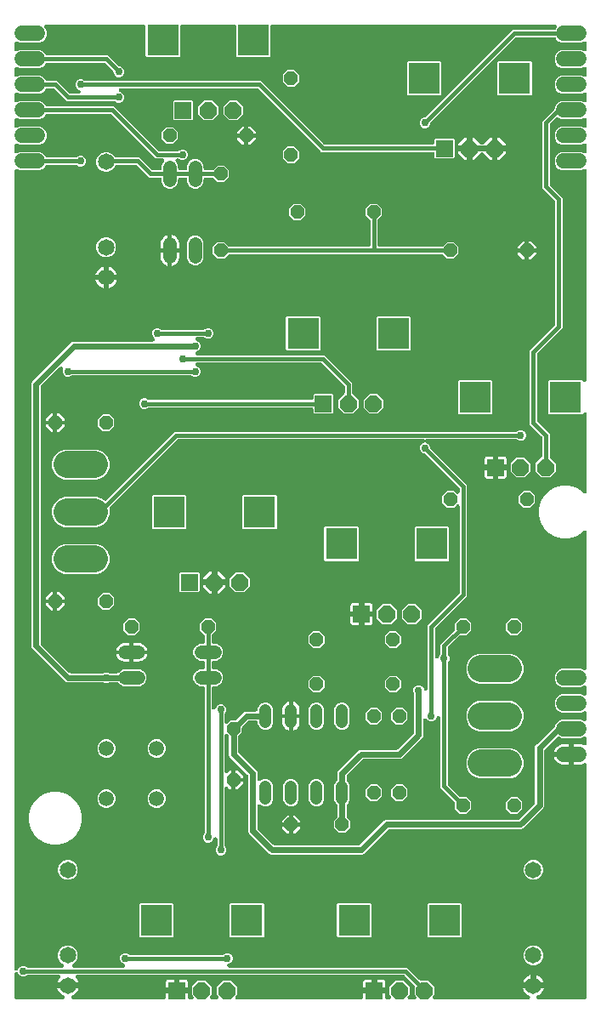
<source format=gbl>
G04 EAGLE Gerber RS-274X export*
G75*
%MOMM*%
%FSLAX34Y34*%
%LPD*%
%INBottom Copper*%
%IPPOS*%
%AMOC8*
5,1,8,0,0,1.08239X$1,22.5*%
G01*
%ADD10R,1.676400X1.676400*%
%ADD11P,1.814519X8X292.500000*%
%ADD12R,3.116000X3.116000*%
%ADD13C,1.650000*%
%ADD14C,2.705100*%
%ADD15C,1.508000*%
%ADD16P,1.429621X8X202.500000*%
%ADD17P,1.429621X8X292.500000*%
%ADD18P,1.429621X8X22.500000*%
%ADD19C,1.524000*%
%ADD20C,1.208000*%
%ADD21P,1.429621X8X112.500000*%
%ADD22C,1.320800*%
%ADD23C,0.756400*%
%ADD24C,0.609600*%
%ADD25C,0.406400*%

G36*
X521911Y10173D02*
X521911Y10173D01*
X522037Y10176D01*
X522111Y10193D01*
X522186Y10201D01*
X522307Y10238D01*
X522430Y10266D01*
X522499Y10297D01*
X522571Y10319D01*
X522682Y10379D01*
X522797Y10431D01*
X522859Y10475D01*
X522925Y10511D01*
X523022Y10591D01*
X523125Y10665D01*
X523176Y10720D01*
X523234Y10768D01*
X523313Y10867D01*
X523400Y10959D01*
X523439Y11023D01*
X523487Y11082D01*
X523545Y11194D01*
X523611Y11302D01*
X523637Y11373D01*
X523672Y11439D01*
X523707Y11561D01*
X523751Y11679D01*
X523763Y11754D01*
X523784Y11826D01*
X523794Y11952D01*
X523813Y12077D01*
X523810Y12152D01*
X523816Y12228D01*
X523802Y12353D01*
X523796Y12479D01*
X523778Y12553D01*
X523769Y12627D01*
X523730Y12747D01*
X523700Y12870D01*
X523668Y12938D01*
X523645Y13010D01*
X523583Y13120D01*
X523529Y13235D01*
X523484Y13295D01*
X523447Y13361D01*
X523364Y13456D01*
X523289Y13558D01*
X523233Y13608D01*
X523184Y13665D01*
X523084Y13743D01*
X522990Y13828D01*
X522915Y13874D01*
X522865Y13912D01*
X522800Y13945D01*
X522708Y14002D01*
X521394Y14671D01*
X520020Y15669D01*
X518819Y16870D01*
X517821Y18244D01*
X517050Y19758D01*
X516597Y21151D01*
X526332Y21151D01*
X526350Y21152D01*
X526367Y21151D01*
X526550Y21172D01*
X526732Y21191D01*
X526749Y21196D01*
X526767Y21198D01*
X526942Y21255D01*
X527042Y21286D01*
X527049Y21282D01*
X527227Y21234D01*
X527402Y21184D01*
X527420Y21182D01*
X527437Y21178D01*
X527768Y21151D01*
X537503Y21151D01*
X537050Y19758D01*
X536279Y18244D01*
X535281Y16870D01*
X534080Y15669D01*
X532706Y14671D01*
X531392Y14002D01*
X531286Y13934D01*
X531175Y13873D01*
X531117Y13825D01*
X531054Y13784D01*
X530963Y13697D01*
X530866Y13616D01*
X530818Y13557D01*
X530764Y13504D01*
X530693Y13400D01*
X530613Y13302D01*
X530579Y13235D01*
X530536Y13173D01*
X530486Y13056D01*
X530428Y12945D01*
X530407Y12872D01*
X530377Y12803D01*
X530351Y12679D01*
X530316Y12558D01*
X530310Y12483D01*
X530295Y12409D01*
X530294Y12282D01*
X530284Y12156D01*
X530292Y12081D01*
X530292Y12006D01*
X530316Y11882D01*
X530331Y11757D01*
X530354Y11685D01*
X530368Y11611D01*
X530416Y11494D01*
X530455Y11374D01*
X530492Y11308D01*
X530521Y11238D01*
X530591Y11133D01*
X530653Y11023D01*
X530703Y10966D01*
X530744Y10903D01*
X530834Y10814D01*
X530916Y10718D01*
X530976Y10672D01*
X531029Y10619D01*
X531135Y10549D01*
X531235Y10472D01*
X531302Y10438D01*
X531365Y10396D01*
X531482Y10349D01*
X531595Y10292D01*
X531668Y10273D01*
X531738Y10244D01*
X531862Y10221D01*
X531984Y10188D01*
X532071Y10181D01*
X532133Y10169D01*
X532207Y10170D01*
X532315Y10161D01*
X578358Y10161D01*
X578376Y10163D01*
X578394Y10161D01*
X578576Y10182D01*
X578759Y10201D01*
X578776Y10206D01*
X578793Y10208D01*
X578968Y10265D01*
X579144Y10319D01*
X579159Y10327D01*
X579176Y10333D01*
X579336Y10423D01*
X579498Y10511D01*
X579511Y10522D01*
X579527Y10531D01*
X579666Y10651D01*
X579807Y10768D01*
X579818Y10782D01*
X579832Y10794D01*
X579944Y10939D01*
X580059Y11082D01*
X580067Y11098D01*
X580078Y11112D01*
X580160Y11277D01*
X580245Y11439D01*
X580250Y11456D01*
X580258Y11472D01*
X580305Y11651D01*
X580356Y11826D01*
X580358Y11844D01*
X580362Y11861D01*
X580389Y12192D01*
X580389Y243164D01*
X580380Y243257D01*
X580381Y243350D01*
X580360Y243457D01*
X580349Y243564D01*
X580322Y243654D01*
X580304Y243745D01*
X580263Y243846D01*
X580231Y243949D01*
X580187Y244031D01*
X580151Y244118D01*
X580091Y244208D01*
X580039Y244303D01*
X579980Y244375D01*
X579928Y244453D01*
X579851Y244529D01*
X579782Y244613D01*
X579709Y244671D01*
X579643Y244737D01*
X579552Y244797D01*
X579468Y244865D01*
X579385Y244908D01*
X579308Y244960D01*
X579207Y245001D01*
X579111Y245051D01*
X579021Y245076D01*
X578935Y245112D01*
X578828Y245132D01*
X578724Y245162D01*
X578631Y245170D01*
X578539Y245187D01*
X578431Y245186D01*
X578322Y245195D01*
X578230Y245184D01*
X578137Y245183D01*
X578030Y245161D01*
X577923Y245148D01*
X577834Y245119D01*
X577743Y245100D01*
X577619Y245049D01*
X577540Y245023D01*
X577497Y244999D01*
X577436Y244974D01*
X576670Y244584D01*
X575149Y244089D01*
X573570Y243839D01*
X567689Y243839D01*
X567689Y253492D01*
X567687Y253510D01*
X567689Y253527D01*
X567668Y253710D01*
X567649Y253892D01*
X567644Y253909D01*
X567642Y253927D01*
X567617Y254005D01*
X567656Y254142D01*
X567658Y254160D01*
X567662Y254177D01*
X567689Y254508D01*
X567689Y264161D01*
X573570Y264161D01*
X575149Y263911D01*
X576670Y263416D01*
X577436Y263026D01*
X577523Y262992D01*
X577605Y262949D01*
X577710Y262919D01*
X577811Y262880D01*
X577903Y262864D01*
X577992Y262838D01*
X578101Y262829D01*
X578207Y262810D01*
X578301Y262813D01*
X578394Y262805D01*
X578501Y262818D01*
X578610Y262821D01*
X578701Y262841D01*
X578793Y262852D01*
X578897Y262886D01*
X579003Y262910D01*
X579088Y262948D01*
X579176Y262977D01*
X579271Y263030D01*
X579370Y263075D01*
X579446Y263129D01*
X579527Y263175D01*
X579609Y263246D01*
X579697Y263309D01*
X579761Y263377D01*
X579832Y263438D01*
X579898Y263524D01*
X579972Y263603D01*
X580021Y263683D01*
X580078Y263756D01*
X580127Y263853D01*
X580184Y263946D01*
X580216Y264033D01*
X580258Y264117D01*
X580286Y264222D01*
X580323Y264323D01*
X580338Y264415D01*
X580362Y264505D01*
X580373Y264639D01*
X580386Y264721D01*
X580384Y264771D01*
X580389Y264836D01*
X580389Y269618D01*
X580388Y269631D01*
X580389Y269644D01*
X580368Y269831D01*
X580349Y270018D01*
X580345Y270031D01*
X580344Y270045D01*
X580286Y270223D01*
X580231Y270403D01*
X580225Y270415D01*
X580221Y270428D01*
X580129Y270592D01*
X580039Y270757D01*
X580031Y270768D01*
X580024Y270779D01*
X579902Y270923D01*
X579782Y271067D01*
X579771Y271075D01*
X579763Y271085D01*
X579614Y271201D01*
X579468Y271319D01*
X579456Y271325D01*
X579446Y271333D01*
X579277Y271418D01*
X579111Y271504D01*
X579098Y271508D01*
X579086Y271514D01*
X578904Y271564D01*
X578724Y271616D01*
X578710Y271617D01*
X578697Y271621D01*
X578509Y271633D01*
X578322Y271649D01*
X578309Y271647D01*
X578296Y271648D01*
X578108Y271624D01*
X577923Y271602D01*
X577910Y271598D01*
X577897Y271596D01*
X577581Y271494D01*
X574589Y270255D01*
X555711Y270255D01*
X552765Y271475D01*
X552744Y271482D01*
X552724Y271492D01*
X552552Y271540D01*
X552380Y271592D01*
X552358Y271594D01*
X552336Y271600D01*
X552157Y271613D01*
X551979Y271630D01*
X551957Y271628D01*
X551935Y271629D01*
X551757Y271607D01*
X551579Y271588D01*
X551557Y271582D01*
X551535Y271579D01*
X551365Y271522D01*
X551194Y271468D01*
X551175Y271458D01*
X551154Y271451D01*
X550999Y271361D01*
X550841Y271275D01*
X550824Y271261D01*
X550805Y271250D01*
X550552Y271035D01*
X538568Y259051D01*
X538551Y259030D01*
X538530Y259013D01*
X538423Y258875D01*
X538313Y258739D01*
X538300Y258716D01*
X538284Y258695D01*
X538206Y258538D01*
X538124Y258384D01*
X538116Y258358D01*
X538104Y258334D01*
X538059Y258165D01*
X538009Y257998D01*
X538007Y257971D01*
X538000Y257945D01*
X537973Y257615D01*
X537973Y202290D01*
X537277Y200610D01*
X516940Y180273D01*
X515260Y179577D01*
X383735Y179577D01*
X383709Y179575D01*
X383682Y179577D01*
X383508Y179555D01*
X383335Y179537D01*
X383309Y179530D01*
X383283Y179526D01*
X383117Y179471D01*
X382950Y179419D01*
X382926Y179406D01*
X382901Y179398D01*
X382749Y179311D01*
X382596Y179227D01*
X382575Y179210D01*
X382552Y179197D01*
X382299Y178982D01*
X358190Y154873D01*
X356510Y154177D01*
X265790Y154177D01*
X264110Y154873D01*
X243773Y175210D01*
X243077Y176890D01*
X243077Y232215D01*
X243075Y232241D01*
X243077Y232268D01*
X243055Y232442D01*
X243037Y232615D01*
X243030Y232641D01*
X243026Y232667D01*
X242971Y232833D01*
X242919Y233000D01*
X242906Y233024D01*
X242898Y233049D01*
X242811Y233201D01*
X242727Y233354D01*
X242710Y233375D01*
X242697Y233398D01*
X242482Y233651D01*
X224723Y251410D01*
X224027Y253090D01*
X224027Y271636D01*
X224025Y271662D01*
X224027Y271689D01*
X224005Y271863D01*
X223987Y272036D01*
X223980Y272062D01*
X223976Y272088D01*
X223921Y272254D01*
X223869Y272421D01*
X223856Y272445D01*
X223848Y272470D01*
X223761Y272622D01*
X223677Y272775D01*
X223660Y272796D01*
X223647Y272819D01*
X223432Y273072D01*
X222924Y273580D01*
X222917Y273586D01*
X222912Y273592D01*
X222762Y273713D01*
X222613Y273835D01*
X222605Y273839D01*
X222598Y273845D01*
X222427Y273934D01*
X222257Y274024D01*
X222249Y274026D01*
X222241Y274030D01*
X222055Y274084D01*
X221871Y274138D01*
X221862Y274139D01*
X221854Y274142D01*
X221662Y274157D01*
X221470Y274175D01*
X221461Y274174D01*
X221452Y274175D01*
X221263Y274152D01*
X221070Y274131D01*
X221061Y274129D01*
X221053Y274128D01*
X220871Y274068D01*
X220686Y274010D01*
X220678Y274006D01*
X220670Y274003D01*
X220501Y273908D01*
X220334Y273815D01*
X220327Y273809D01*
X220319Y273805D01*
X220173Y273679D01*
X220027Y273555D01*
X220021Y273548D01*
X220014Y273542D01*
X219897Y273390D01*
X219777Y273239D01*
X219773Y273231D01*
X219768Y273224D01*
X219682Y273052D01*
X219595Y272880D01*
X219592Y272871D01*
X219588Y272863D01*
X219538Y272677D01*
X219487Y272492D01*
X219486Y272483D01*
X219484Y272474D01*
X219457Y272144D01*
X219457Y237293D01*
X219458Y237284D01*
X219457Y237275D01*
X219478Y237084D01*
X219497Y236893D01*
X219499Y236884D01*
X219500Y236875D01*
X219558Y236693D01*
X219615Y236508D01*
X219619Y236500D01*
X219622Y236491D01*
X219715Y236323D01*
X219807Y236154D01*
X219812Y236147D01*
X219817Y236139D01*
X219941Y235992D01*
X220064Y235844D01*
X220071Y235839D01*
X220077Y235832D01*
X220228Y235713D01*
X220378Y235592D01*
X220386Y235588D01*
X220393Y235582D01*
X220566Y235495D01*
X220735Y235407D01*
X220744Y235404D01*
X220752Y235400D01*
X220938Y235348D01*
X221122Y235295D01*
X221131Y235294D01*
X221140Y235292D01*
X221333Y235278D01*
X221524Y235262D01*
X221532Y235263D01*
X221541Y235263D01*
X221734Y235287D01*
X221923Y235309D01*
X221932Y235312D01*
X221941Y235313D01*
X222124Y235374D01*
X222306Y235434D01*
X222314Y235438D01*
X222322Y235441D01*
X222488Y235537D01*
X222657Y235632D01*
X222664Y235638D01*
X222671Y235642D01*
X222924Y235857D01*
X224812Y237745D01*
X226569Y237745D01*
X226569Y228600D01*
X226569Y219455D01*
X224812Y219455D01*
X222924Y221343D01*
X222917Y221349D01*
X222912Y221356D01*
X222762Y221476D01*
X222613Y221598D01*
X222605Y221602D01*
X222598Y221608D01*
X222428Y221696D01*
X222257Y221787D01*
X222248Y221789D01*
X222241Y221793D01*
X222056Y221847D01*
X221871Y221902D01*
X221862Y221902D01*
X221854Y221905D01*
X221663Y221921D01*
X221470Y221938D01*
X221461Y221937D01*
X221452Y221938D01*
X221263Y221916D01*
X221070Y221895D01*
X221061Y221892D01*
X221053Y221891D01*
X220871Y221831D01*
X220686Y221773D01*
X220678Y221769D01*
X220670Y221766D01*
X220501Y221671D01*
X220334Y221578D01*
X220327Y221573D01*
X220319Y221568D01*
X220173Y221442D01*
X220027Y221318D01*
X220021Y221311D01*
X220014Y221305D01*
X219897Y221154D01*
X219777Y221002D01*
X219773Y220994D01*
X219768Y220987D01*
X219682Y220815D01*
X219595Y220643D01*
X219592Y220634D01*
X219588Y220626D01*
X219538Y220439D01*
X219487Y220255D01*
X219486Y220246D01*
X219484Y220238D01*
X219457Y219907D01*
X219457Y163539D01*
X219459Y163513D01*
X219457Y163486D01*
X219479Y163312D01*
X219497Y163139D01*
X219505Y163113D01*
X219508Y163087D01*
X219563Y162921D01*
X219615Y162754D01*
X219628Y162730D01*
X219636Y162705D01*
X219723Y162553D01*
X219807Y162400D01*
X219824Y162379D01*
X219837Y162356D01*
X220052Y162103D01*
X220399Y161756D01*
X221207Y159806D01*
X221207Y157694D01*
X220399Y155744D01*
X218906Y154251D01*
X216956Y153443D01*
X214844Y153443D01*
X212894Y154251D01*
X211401Y155744D01*
X210593Y157694D01*
X210593Y159806D01*
X211401Y161756D01*
X211748Y162103D01*
X211765Y162124D01*
X211786Y162141D01*
X211892Y162279D01*
X212003Y162415D01*
X212016Y162438D01*
X212032Y162459D01*
X212110Y162616D01*
X212192Y162770D01*
X212200Y162796D01*
X212212Y162820D01*
X212257Y162989D01*
X212307Y163156D01*
X212309Y163183D01*
X212316Y163209D01*
X212343Y163539D01*
X212343Y169445D01*
X212343Y169449D01*
X212343Y169454D01*
X212323Y169648D01*
X212303Y169845D01*
X212302Y169850D01*
X212302Y169854D01*
X212243Y170042D01*
X212185Y170230D01*
X212183Y170234D01*
X212182Y170239D01*
X212086Y170413D01*
X211993Y170584D01*
X211991Y170588D01*
X211988Y170592D01*
X211860Y170745D01*
X211736Y170894D01*
X211732Y170896D01*
X211729Y170900D01*
X211575Y171023D01*
X211422Y171146D01*
X211418Y171148D01*
X211415Y171151D01*
X211240Y171240D01*
X211065Y171332D01*
X211060Y171333D01*
X211056Y171335D01*
X210869Y171388D01*
X210678Y171443D01*
X210673Y171443D01*
X210669Y171444D01*
X210476Y171459D01*
X210276Y171476D01*
X210272Y171475D01*
X210268Y171476D01*
X210074Y171452D01*
X209877Y171429D01*
X209872Y171427D01*
X209868Y171427D01*
X209683Y171366D01*
X209494Y171304D01*
X209490Y171302D01*
X209486Y171300D01*
X209316Y171204D01*
X209143Y171106D01*
X209140Y171103D01*
X209136Y171101D01*
X208985Y170970D01*
X208839Y170843D01*
X208836Y170839D01*
X208832Y170837D01*
X208712Y170680D01*
X208592Y170525D01*
X208590Y170521D01*
X208587Y170517D01*
X208435Y170222D01*
X207699Y168444D01*
X206206Y166951D01*
X204256Y166143D01*
X202144Y166143D01*
X200194Y166951D01*
X198701Y168444D01*
X197893Y170394D01*
X197893Y172506D01*
X198701Y174456D01*
X199048Y174803D01*
X199065Y174824D01*
X199086Y174841D01*
X199193Y174979D01*
X199303Y175115D01*
X199316Y175138D01*
X199332Y175159D01*
X199410Y175316D01*
X199492Y175470D01*
X199500Y175496D01*
X199512Y175520D01*
X199557Y175689D01*
X199607Y175856D01*
X199609Y175883D01*
X199616Y175909D01*
X199643Y176240D01*
X199643Y320040D01*
X199641Y320058D01*
X199643Y320076D01*
X199622Y320258D01*
X199603Y320441D01*
X199598Y320458D01*
X199596Y320475D01*
X199539Y320650D01*
X199485Y320826D01*
X199477Y320841D01*
X199471Y320858D01*
X199381Y321018D01*
X199293Y321180D01*
X199282Y321193D01*
X199273Y321209D01*
X199153Y321348D01*
X199036Y321489D01*
X199022Y321500D01*
X199010Y321514D01*
X198865Y321626D01*
X198722Y321741D01*
X198706Y321749D01*
X198692Y321760D01*
X198527Y321842D01*
X198365Y321927D01*
X198348Y321932D01*
X198332Y321940D01*
X198153Y321987D01*
X197978Y322038D01*
X197960Y322040D01*
X197943Y322044D01*
X197612Y322071D01*
X194979Y322071D01*
X191991Y323309D01*
X189705Y325595D01*
X188467Y328583D01*
X188467Y331817D01*
X189705Y334805D01*
X191991Y337091D01*
X194979Y338329D01*
X197612Y338329D01*
X197630Y338331D01*
X197648Y338329D01*
X197830Y338350D01*
X198013Y338369D01*
X198030Y338374D01*
X198047Y338376D01*
X198222Y338433D01*
X198398Y338487D01*
X198413Y338495D01*
X198430Y338501D01*
X198590Y338591D01*
X198752Y338679D01*
X198765Y338690D01*
X198781Y338699D01*
X198920Y338819D01*
X199061Y338936D01*
X199072Y338950D01*
X199086Y338962D01*
X199198Y339107D01*
X199313Y339250D01*
X199321Y339266D01*
X199332Y339280D01*
X199414Y339445D01*
X199499Y339607D01*
X199504Y339624D01*
X199512Y339640D01*
X199559Y339819D01*
X199610Y339994D01*
X199612Y340012D01*
X199616Y340029D01*
X199643Y340360D01*
X199643Y345440D01*
X199641Y345458D01*
X199643Y345476D01*
X199622Y345658D01*
X199603Y345841D01*
X199598Y345858D01*
X199596Y345875D01*
X199539Y346050D01*
X199485Y346226D01*
X199477Y346241D01*
X199471Y346258D01*
X199381Y346418D01*
X199293Y346580D01*
X199282Y346593D01*
X199273Y346609D01*
X199153Y346748D01*
X199036Y346889D01*
X199022Y346900D01*
X199010Y346914D01*
X198865Y347026D01*
X198722Y347141D01*
X198706Y347149D01*
X198692Y347160D01*
X198527Y347242D01*
X198365Y347327D01*
X198348Y347332D01*
X198332Y347340D01*
X198153Y347387D01*
X197978Y347438D01*
X197960Y347440D01*
X197943Y347444D01*
X197612Y347471D01*
X194979Y347471D01*
X191991Y348709D01*
X189705Y350995D01*
X188467Y353983D01*
X188467Y357217D01*
X189705Y360205D01*
X191991Y362491D01*
X194979Y363729D01*
X197612Y363729D01*
X197630Y363731D01*
X197648Y363729D01*
X197830Y363750D01*
X198013Y363769D01*
X198030Y363774D01*
X198047Y363776D01*
X198222Y363833D01*
X198398Y363887D01*
X198413Y363895D01*
X198430Y363901D01*
X198590Y363991D01*
X198752Y364079D01*
X198765Y364090D01*
X198781Y364099D01*
X198920Y364219D01*
X199061Y364336D01*
X199072Y364350D01*
X199086Y364362D01*
X199198Y364507D01*
X199313Y364650D01*
X199321Y364666D01*
X199332Y364680D01*
X199414Y364845D01*
X199499Y365007D01*
X199504Y365024D01*
X199512Y365040D01*
X199559Y365219D01*
X199610Y365394D01*
X199612Y365412D01*
X199616Y365429D01*
X199643Y365760D01*
X199643Y372220D01*
X199641Y372246D01*
X199643Y372273D01*
X199621Y372447D01*
X199603Y372620D01*
X199596Y372646D01*
X199592Y372672D01*
X199536Y372838D01*
X199485Y373005D01*
X199472Y373029D01*
X199464Y373054D01*
X199377Y373206D01*
X199293Y373359D01*
X199276Y373380D01*
X199263Y373403D01*
X199048Y373656D01*
X195071Y377633D01*
X195071Y384367D01*
X199833Y389129D01*
X206567Y389129D01*
X211329Y384367D01*
X211329Y377633D01*
X207352Y373656D01*
X207335Y373635D01*
X207314Y373618D01*
X207207Y373480D01*
X207097Y373344D01*
X207084Y373321D01*
X207068Y373300D01*
X206990Y373143D01*
X206908Y372989D01*
X206900Y372963D01*
X206888Y372939D01*
X206843Y372770D01*
X206793Y372603D01*
X206791Y372576D01*
X206784Y372550D01*
X206757Y372220D01*
X206757Y365760D01*
X206759Y365742D01*
X206757Y365724D01*
X206778Y365542D01*
X206797Y365359D01*
X206802Y365342D01*
X206804Y365325D01*
X206861Y365150D01*
X206915Y364974D01*
X206923Y364959D01*
X206929Y364942D01*
X207019Y364782D01*
X207107Y364620D01*
X207118Y364607D01*
X207127Y364591D01*
X207247Y364452D01*
X207364Y364311D01*
X207378Y364300D01*
X207390Y364286D01*
X207535Y364174D01*
X207678Y364059D01*
X207694Y364051D01*
X207708Y364040D01*
X207873Y363958D01*
X208035Y363873D01*
X208052Y363868D01*
X208068Y363860D01*
X208247Y363813D01*
X208422Y363762D01*
X208440Y363760D01*
X208457Y363756D01*
X208788Y363729D01*
X211421Y363729D01*
X214409Y362491D01*
X216695Y360205D01*
X217933Y357217D01*
X217933Y353983D01*
X216695Y350995D01*
X214409Y348709D01*
X211421Y347471D01*
X208788Y347471D01*
X208770Y347469D01*
X208752Y347471D01*
X208570Y347450D01*
X208387Y347431D01*
X208370Y347426D01*
X208353Y347424D01*
X208178Y347367D01*
X208002Y347313D01*
X207987Y347305D01*
X207970Y347299D01*
X207810Y347209D01*
X207648Y347121D01*
X207635Y347110D01*
X207619Y347101D01*
X207480Y346981D01*
X207339Y346864D01*
X207328Y346850D01*
X207314Y346838D01*
X207202Y346693D01*
X207087Y346550D01*
X207079Y346534D01*
X207068Y346520D01*
X206986Y346355D01*
X206901Y346193D01*
X206896Y346176D01*
X206888Y346160D01*
X206841Y345981D01*
X206790Y345806D01*
X206788Y345788D01*
X206784Y345771D01*
X206757Y345440D01*
X206757Y340360D01*
X206759Y340342D01*
X206757Y340324D01*
X206778Y340142D01*
X206797Y339959D01*
X206802Y339942D01*
X206804Y339925D01*
X206861Y339750D01*
X206915Y339574D01*
X206923Y339559D01*
X206929Y339542D01*
X207019Y339382D01*
X207107Y339220D01*
X207118Y339207D01*
X207127Y339191D01*
X207247Y339052D01*
X207364Y338911D01*
X207378Y338900D01*
X207390Y338886D01*
X207535Y338774D01*
X207678Y338659D01*
X207694Y338651D01*
X207708Y338640D01*
X207873Y338558D01*
X208035Y338473D01*
X208052Y338468D01*
X208068Y338460D01*
X208247Y338413D01*
X208422Y338362D01*
X208440Y338360D01*
X208457Y338356D01*
X208788Y338329D01*
X211421Y338329D01*
X214409Y337091D01*
X216695Y334805D01*
X217933Y331817D01*
X217933Y328583D01*
X216695Y325595D01*
X214409Y323309D01*
X211421Y322071D01*
X208788Y322071D01*
X208770Y322069D01*
X208752Y322071D01*
X208570Y322050D01*
X208387Y322031D01*
X208370Y322026D01*
X208353Y322024D01*
X208178Y321967D01*
X208002Y321913D01*
X207987Y321905D01*
X207970Y321899D01*
X207810Y321809D01*
X207648Y321721D01*
X207635Y321710D01*
X207619Y321701D01*
X207480Y321581D01*
X207339Y321464D01*
X207328Y321450D01*
X207314Y321438D01*
X207202Y321293D01*
X207087Y321150D01*
X207079Y321134D01*
X207068Y321120D01*
X206986Y320955D01*
X206901Y320793D01*
X206896Y320776D01*
X206888Y320760D01*
X206841Y320581D01*
X206790Y320406D01*
X206788Y320388D01*
X206784Y320371D01*
X206757Y320040D01*
X206757Y300455D01*
X206757Y300451D01*
X206757Y300446D01*
X206777Y300248D01*
X206797Y300054D01*
X206798Y300050D01*
X206798Y300046D01*
X206857Y299858D01*
X206915Y299670D01*
X206917Y299666D01*
X206918Y299661D01*
X207014Y299487D01*
X207107Y299316D01*
X207109Y299312D01*
X207112Y299308D01*
X207240Y299155D01*
X207364Y299006D01*
X207368Y299004D01*
X207371Y299000D01*
X207526Y298877D01*
X207678Y298754D01*
X207682Y298752D01*
X207686Y298749D01*
X207865Y298657D01*
X208035Y298568D01*
X208040Y298567D01*
X208044Y298565D01*
X208237Y298510D01*
X208422Y298457D01*
X208427Y298457D01*
X208431Y298455D01*
X208627Y298440D01*
X208824Y298424D01*
X208828Y298425D01*
X208832Y298424D01*
X209026Y298448D01*
X209223Y298471D01*
X209228Y298472D01*
X209232Y298473D01*
X209417Y298534D01*
X209606Y298596D01*
X209610Y298598D01*
X209614Y298600D01*
X209783Y298696D01*
X209957Y298794D01*
X209960Y298797D01*
X209964Y298799D01*
X210111Y298927D01*
X210261Y299057D01*
X210264Y299061D01*
X210268Y299063D01*
X210388Y299220D01*
X210508Y299375D01*
X210510Y299379D01*
X210513Y299383D01*
X210665Y299678D01*
X211401Y301456D01*
X212894Y302949D01*
X214844Y303757D01*
X216956Y303757D01*
X218906Y302949D01*
X220399Y301456D01*
X221207Y299506D01*
X221207Y297394D01*
X220399Y295444D01*
X220052Y295097D01*
X220035Y295076D01*
X220014Y295059D01*
X219908Y294921D01*
X219797Y294785D01*
X219784Y294762D01*
X219768Y294741D01*
X219690Y294584D01*
X219608Y294430D01*
X219600Y294404D01*
X219588Y294380D01*
X219543Y294211D01*
X219493Y294044D01*
X219491Y294017D01*
X219484Y293991D01*
X219457Y293661D01*
X219457Y286656D01*
X219458Y286648D01*
X219457Y286639D01*
X219478Y286446D01*
X219497Y286256D01*
X219499Y286247D01*
X219500Y286238D01*
X219559Y286053D01*
X219615Y285871D01*
X219619Y285863D01*
X219622Y285854D01*
X219715Y285686D01*
X219807Y285517D01*
X219812Y285510D01*
X219817Y285502D01*
X219941Y285355D01*
X220064Y285208D01*
X220071Y285202D01*
X220077Y285195D01*
X220228Y285076D01*
X220378Y284955D01*
X220386Y284951D01*
X220393Y284946D01*
X220566Y284858D01*
X220735Y284770D01*
X220744Y284767D01*
X220752Y284763D01*
X220938Y284711D01*
X221122Y284658D01*
X221131Y284658D01*
X221140Y284655D01*
X221333Y284641D01*
X221524Y284625D01*
X221532Y284626D01*
X221541Y284626D01*
X221734Y284650D01*
X221923Y284672D01*
X221932Y284675D01*
X221941Y284676D01*
X222124Y284738D01*
X222306Y284797D01*
X222314Y284802D01*
X222322Y284804D01*
X222488Y284900D01*
X222657Y284995D01*
X222664Y285001D01*
X222671Y285005D01*
X222924Y285220D01*
X225233Y287529D01*
X229421Y287529D01*
X229447Y287531D01*
X229474Y287529D01*
X229648Y287551D01*
X229821Y287569D01*
X229847Y287576D01*
X229873Y287580D01*
X230039Y287635D01*
X230206Y287687D01*
X230230Y287700D01*
X230255Y287708D01*
X230407Y287795D01*
X230560Y287879D01*
X230581Y287896D01*
X230604Y287909D01*
X230857Y288124D01*
X237138Y294405D01*
X238710Y295977D01*
X240390Y296673D01*
X250754Y296673D01*
X250772Y296675D01*
X250790Y296673D01*
X250972Y296694D01*
X251155Y296713D01*
X251172Y296718D01*
X251189Y296720D01*
X251364Y296777D01*
X251540Y296831D01*
X251555Y296839D01*
X251572Y296845D01*
X251732Y296935D01*
X251894Y297023D01*
X251907Y297034D01*
X251923Y297043D01*
X252062Y297163D01*
X252203Y297280D01*
X252214Y297294D01*
X252228Y297306D01*
X252340Y297451D01*
X252455Y297594D01*
X252463Y297610D01*
X252474Y297624D01*
X252556Y297789D01*
X252641Y297951D01*
X252646Y297968D01*
X252654Y297984D01*
X252701Y298163D01*
X252752Y298338D01*
X252754Y298356D01*
X252758Y298373D01*
X252785Y298704D01*
X252785Y299645D01*
X253937Y302425D01*
X256065Y304553D01*
X256782Y304850D01*
X258845Y305705D01*
X261855Y305705D01*
X264635Y304553D01*
X266763Y302425D01*
X267915Y299645D01*
X267915Y284555D01*
X266763Y281775D01*
X264635Y279647D01*
X261855Y278495D01*
X258845Y278495D01*
X256065Y279647D01*
X253937Y281775D01*
X252785Y284555D01*
X252785Y285496D01*
X252783Y285514D01*
X252785Y285532D01*
X252764Y285713D01*
X252745Y285897D01*
X252740Y285914D01*
X252738Y285931D01*
X252681Y286106D01*
X252627Y286282D01*
X252619Y286297D01*
X252613Y286314D01*
X252523Y286474D01*
X252435Y286636D01*
X252424Y286649D01*
X252415Y286665D01*
X252296Y286803D01*
X252178Y286945D01*
X252164Y286956D01*
X252152Y286970D01*
X252007Y287082D01*
X251864Y287197D01*
X251848Y287205D01*
X251834Y287216D01*
X251669Y287298D01*
X251507Y287383D01*
X251490Y287388D01*
X251474Y287396D01*
X251295Y287443D01*
X251120Y287494D01*
X251102Y287496D01*
X251085Y287500D01*
X250754Y287527D01*
X244035Y287527D01*
X244009Y287525D01*
X243982Y287527D01*
X243808Y287505D01*
X243635Y287487D01*
X243609Y287480D01*
X243583Y287476D01*
X243417Y287421D01*
X243250Y287369D01*
X243226Y287356D01*
X243201Y287348D01*
X243050Y287261D01*
X242896Y287177D01*
X242875Y287160D01*
X242852Y287147D01*
X242599Y286932D01*
X237324Y281657D01*
X237307Y281636D01*
X237286Y281619D01*
X237179Y281481D01*
X237069Y281345D01*
X237056Y281322D01*
X237040Y281301D01*
X236962Y281144D01*
X236880Y280990D01*
X236872Y280964D01*
X236860Y280940D01*
X236815Y280771D01*
X236765Y280604D01*
X236763Y280577D01*
X236756Y280551D01*
X236729Y280221D01*
X236729Y276033D01*
X233768Y273072D01*
X233751Y273051D01*
X233730Y273034D01*
X233623Y272896D01*
X233513Y272760D01*
X233500Y272737D01*
X233484Y272716D01*
X233406Y272559D01*
X233324Y272405D01*
X233316Y272379D01*
X233304Y272355D01*
X233259Y272186D01*
X233209Y272019D01*
X233207Y271992D01*
X233200Y271966D01*
X233173Y271636D01*
X233173Y256735D01*
X233175Y256709D01*
X233173Y256682D01*
X233195Y256508D01*
X233213Y256335D01*
X233220Y256309D01*
X233224Y256283D01*
X233279Y256117D01*
X233331Y255950D01*
X233344Y255926D01*
X233352Y255901D01*
X233439Y255749D01*
X233523Y255596D01*
X233540Y255575D01*
X233553Y255552D01*
X233768Y255299D01*
X251527Y237540D01*
X252223Y235860D01*
X252223Y229415D01*
X252224Y229406D01*
X252223Y229397D01*
X252244Y229205D01*
X252263Y229014D01*
X252265Y229006D01*
X252266Y228997D01*
X252325Y228812D01*
X252381Y228629D01*
X252385Y228621D01*
X252388Y228613D01*
X252481Y228444D01*
X252573Y228275D01*
X252578Y228268D01*
X252583Y228260D01*
X252707Y228114D01*
X252830Y227966D01*
X252837Y227960D01*
X252843Y227953D01*
X252994Y227834D01*
X253144Y227714D01*
X253152Y227709D01*
X253159Y227704D01*
X253331Y227616D01*
X253501Y227528D01*
X253510Y227526D01*
X253518Y227522D01*
X253703Y227470D01*
X253888Y227417D01*
X253897Y227416D01*
X253906Y227414D01*
X254098Y227399D01*
X254290Y227384D01*
X254298Y227385D01*
X254307Y227384D01*
X254499Y227408D01*
X254689Y227431D01*
X254698Y227433D01*
X254707Y227435D01*
X254889Y227496D01*
X255072Y227556D01*
X255080Y227560D01*
X255088Y227563D01*
X255256Y227659D01*
X255423Y227753D01*
X255430Y227759D01*
X255437Y227764D01*
X255690Y227978D01*
X256065Y228353D01*
X258845Y229505D01*
X261855Y229505D01*
X264635Y228353D01*
X266763Y226225D01*
X267915Y223445D01*
X267915Y208355D01*
X266763Y205575D01*
X264635Y203447D01*
X261855Y202295D01*
X258845Y202295D01*
X256065Y203447D01*
X255690Y203822D01*
X255683Y203827D01*
X255678Y203834D01*
X255529Y203954D01*
X255379Y204077D01*
X255371Y204081D01*
X255364Y204086D01*
X255195Y204174D01*
X255023Y204265D01*
X255014Y204268D01*
X255007Y204272D01*
X254823Y204325D01*
X254637Y204380D01*
X254628Y204381D01*
X254620Y204383D01*
X254429Y204399D01*
X254236Y204416D01*
X254227Y204415D01*
X254218Y204416D01*
X254029Y204394D01*
X253836Y204373D01*
X253827Y204370D01*
X253819Y204369D01*
X253636Y204310D01*
X253452Y204252D01*
X253444Y204247D01*
X253436Y204244D01*
X253267Y204149D01*
X253100Y204057D01*
X253093Y204051D01*
X253085Y204047D01*
X252940Y203921D01*
X252793Y203796D01*
X252787Y203789D01*
X252780Y203783D01*
X252663Y203632D01*
X252543Y203480D01*
X252539Y203472D01*
X252534Y203465D01*
X252447Y203292D01*
X252361Y203121D01*
X252358Y203113D01*
X252354Y203105D01*
X252304Y202916D01*
X252253Y202734D01*
X252252Y202725D01*
X252250Y202716D01*
X252223Y202385D01*
X252223Y180535D01*
X252225Y180509D01*
X252223Y180482D01*
X252245Y180308D01*
X252263Y180135D01*
X252270Y180109D01*
X252274Y180083D01*
X252329Y179917D01*
X252381Y179750D01*
X252394Y179726D01*
X252402Y179701D01*
X252489Y179549D01*
X252573Y179396D01*
X252590Y179375D01*
X252603Y179352D01*
X252818Y179099D01*
X267999Y163918D01*
X268020Y163901D01*
X268037Y163880D01*
X268175Y163773D01*
X268311Y163663D01*
X268334Y163650D01*
X268355Y163634D01*
X268512Y163556D01*
X268666Y163474D01*
X268692Y163466D01*
X268716Y163454D01*
X268885Y163409D01*
X269052Y163359D01*
X269079Y163357D01*
X269105Y163350D01*
X269435Y163323D01*
X352865Y163323D01*
X352891Y163325D01*
X352918Y163323D01*
X353092Y163345D01*
X353265Y163363D01*
X353291Y163370D01*
X353317Y163374D01*
X353483Y163429D01*
X353650Y163481D01*
X353674Y163494D01*
X353699Y163502D01*
X353851Y163589D01*
X354004Y163673D01*
X354025Y163690D01*
X354048Y163703D01*
X354301Y163918D01*
X378410Y188027D01*
X380090Y188723D01*
X511615Y188723D01*
X511641Y188725D01*
X511668Y188723D01*
X511842Y188745D01*
X512015Y188763D01*
X512041Y188770D01*
X512067Y188774D01*
X512233Y188829D01*
X512400Y188881D01*
X512424Y188894D01*
X512449Y188902D01*
X512601Y188989D01*
X512754Y189073D01*
X512775Y189090D01*
X512798Y189103D01*
X513051Y189318D01*
X528232Y204499D01*
X528249Y204520D01*
X528270Y204537D01*
X528377Y204675D01*
X528487Y204811D01*
X528500Y204834D01*
X528516Y204855D01*
X528594Y205012D01*
X528676Y205166D01*
X528684Y205192D01*
X528696Y205216D01*
X528741Y205385D01*
X528791Y205552D01*
X528793Y205579D01*
X528800Y205605D01*
X528827Y205935D01*
X528827Y261260D01*
X529523Y262940D01*
X531095Y264512D01*
X548512Y281929D01*
X548532Y281953D01*
X548555Y281973D01*
X548659Y282108D01*
X548767Y282240D01*
X548782Y282268D01*
X548801Y282292D01*
X548952Y282588D01*
X549777Y284580D01*
X552350Y287153D01*
X555711Y288545D01*
X574589Y288545D01*
X577581Y287306D01*
X577594Y287302D01*
X577605Y287296D01*
X577786Y287244D01*
X577966Y287189D01*
X577979Y287188D01*
X577992Y287184D01*
X578180Y287169D01*
X578367Y287151D01*
X578380Y287152D01*
X578394Y287151D01*
X578581Y287173D01*
X578767Y287193D01*
X578780Y287197D01*
X578793Y287198D01*
X578973Y287257D01*
X579152Y287312D01*
X579163Y287319D01*
X579176Y287323D01*
X579341Y287416D01*
X579505Y287506D01*
X579515Y287514D01*
X579527Y287521D01*
X579669Y287644D01*
X579813Y287765D01*
X579821Y287775D01*
X579832Y287784D01*
X579947Y287933D01*
X580064Y288080D01*
X580070Y288092D01*
X580078Y288102D01*
X580162Y288271D01*
X580248Y288438D01*
X580252Y288451D01*
X580258Y288463D01*
X580307Y288646D01*
X580358Y288825D01*
X580359Y288838D01*
X580362Y288851D01*
X580389Y289182D01*
X580389Y295018D01*
X580388Y295031D01*
X580389Y295044D01*
X580368Y295231D01*
X580349Y295418D01*
X580345Y295431D01*
X580344Y295445D01*
X580286Y295623D01*
X580231Y295803D01*
X580225Y295815D01*
X580221Y295828D01*
X580129Y295992D01*
X580039Y296157D01*
X580031Y296168D01*
X580024Y296179D01*
X579902Y296323D01*
X579782Y296467D01*
X579771Y296475D01*
X579763Y296485D01*
X579614Y296601D01*
X579468Y296719D01*
X579456Y296725D01*
X579446Y296733D01*
X579277Y296818D01*
X579111Y296904D01*
X579098Y296908D01*
X579086Y296914D01*
X578904Y296964D01*
X578724Y297016D01*
X578710Y297017D01*
X578697Y297021D01*
X578509Y297033D01*
X578322Y297049D01*
X578309Y297047D01*
X578296Y297048D01*
X578108Y297024D01*
X577923Y297002D01*
X577910Y296998D01*
X577897Y296996D01*
X577581Y296894D01*
X576409Y296409D01*
X574589Y295655D01*
X555711Y295655D01*
X552350Y297047D01*
X549777Y299620D01*
X548385Y302981D01*
X548385Y306619D01*
X549777Y309980D01*
X552350Y312553D01*
X555711Y313945D01*
X574589Y313945D01*
X577581Y312706D01*
X577594Y312702D01*
X577605Y312696D01*
X577786Y312644D01*
X577966Y312589D01*
X577979Y312588D01*
X577992Y312584D01*
X578180Y312569D01*
X578367Y312551D01*
X578380Y312552D01*
X578394Y312551D01*
X578581Y312573D01*
X578767Y312593D01*
X578780Y312597D01*
X578793Y312598D01*
X578973Y312657D01*
X579152Y312712D01*
X579163Y312719D01*
X579176Y312723D01*
X579341Y312816D01*
X579505Y312906D01*
X579515Y312914D01*
X579527Y312921D01*
X579669Y313044D01*
X579813Y313165D01*
X579821Y313175D01*
X579832Y313184D01*
X579947Y313333D01*
X580064Y313480D01*
X580070Y313492D01*
X580078Y313502D01*
X580162Y313671D01*
X580248Y313838D01*
X580252Y313851D01*
X580258Y313863D01*
X580307Y314046D01*
X580358Y314225D01*
X580359Y314238D01*
X580362Y314251D01*
X580389Y314582D01*
X580389Y320418D01*
X580388Y320431D01*
X580389Y320444D01*
X580368Y320631D01*
X580349Y320818D01*
X580345Y320831D01*
X580344Y320845D01*
X580286Y321023D01*
X580231Y321203D01*
X580225Y321215D01*
X580221Y321228D01*
X580129Y321392D01*
X580039Y321557D01*
X580031Y321568D01*
X580024Y321579D01*
X579902Y321723D01*
X579782Y321867D01*
X579771Y321875D01*
X579763Y321885D01*
X579614Y322001D01*
X579468Y322119D01*
X579456Y322125D01*
X579446Y322133D01*
X579277Y322218D01*
X579111Y322304D01*
X579098Y322308D01*
X579086Y322314D01*
X578904Y322364D01*
X578724Y322416D01*
X578710Y322417D01*
X578697Y322421D01*
X578509Y322433D01*
X578322Y322449D01*
X578309Y322447D01*
X578296Y322448D01*
X578108Y322424D01*
X577923Y322402D01*
X577910Y322398D01*
X577897Y322396D01*
X577581Y322294D01*
X574589Y321055D01*
X555711Y321055D01*
X552350Y322447D01*
X549777Y325020D01*
X548385Y328381D01*
X548385Y332019D01*
X549777Y335380D01*
X552350Y337953D01*
X555711Y339345D01*
X574589Y339345D01*
X577581Y338106D01*
X577594Y338102D01*
X577605Y338096D01*
X577786Y338044D01*
X577966Y337989D01*
X577979Y337988D01*
X577992Y337984D01*
X578180Y337969D01*
X578367Y337951D01*
X578380Y337952D01*
X578394Y337951D01*
X578581Y337973D01*
X578767Y337993D01*
X578780Y337997D01*
X578793Y337998D01*
X578973Y338057D01*
X579152Y338112D01*
X579163Y338119D01*
X579176Y338123D01*
X579341Y338216D01*
X579505Y338306D01*
X579515Y338314D01*
X579527Y338321D01*
X579669Y338444D01*
X579813Y338565D01*
X579821Y338575D01*
X579832Y338584D01*
X579947Y338733D01*
X580064Y338880D01*
X580070Y338892D01*
X580078Y338902D01*
X580162Y339071D01*
X580248Y339238D01*
X580252Y339251D01*
X580258Y339263D01*
X580307Y339446D01*
X580358Y339625D01*
X580359Y339638D01*
X580362Y339651D01*
X580389Y339982D01*
X580389Y474986D01*
X580388Y474995D01*
X580389Y475004D01*
X580368Y475195D01*
X580349Y475386D01*
X580347Y475395D01*
X580346Y475404D01*
X580288Y475586D01*
X580231Y475771D01*
X580227Y475779D01*
X580224Y475788D01*
X580131Y475956D01*
X580039Y476125D01*
X580034Y476132D01*
X580029Y476140D01*
X579904Y476288D01*
X579782Y476435D01*
X579775Y476440D01*
X579769Y476447D01*
X579617Y476567D01*
X579468Y476687D01*
X579460Y476691D01*
X579453Y476697D01*
X579281Y476784D01*
X579111Y476872D01*
X579102Y476875D01*
X579094Y476879D01*
X578908Y476931D01*
X578724Y476984D01*
X578715Y476985D01*
X578706Y476987D01*
X578514Y477001D01*
X578322Y477017D01*
X578314Y477016D01*
X578305Y477016D01*
X578112Y476992D01*
X577923Y476970D01*
X577914Y476967D01*
X577905Y476966D01*
X577722Y476904D01*
X577540Y476845D01*
X577532Y476840D01*
X577524Y476838D01*
X577358Y476742D01*
X577189Y476647D01*
X577182Y476641D01*
X577175Y476637D01*
X576922Y476422D01*
X574864Y474365D01*
X568898Y470920D01*
X562244Y469137D01*
X555356Y469137D01*
X548702Y470920D01*
X542736Y474365D01*
X537865Y479236D01*
X534420Y485202D01*
X532637Y491856D01*
X532637Y498744D01*
X534420Y505398D01*
X537865Y511364D01*
X542736Y516235D01*
X548702Y519680D01*
X555356Y521463D01*
X562244Y521463D01*
X568898Y519680D01*
X574864Y516235D01*
X576922Y514178D01*
X576929Y514172D01*
X576934Y514165D01*
X577084Y514045D01*
X577233Y513923D01*
X577241Y513919D01*
X577248Y513913D01*
X577418Y513825D01*
X577589Y513734D01*
X577598Y513732D01*
X577605Y513728D01*
X577790Y513675D01*
X577975Y513619D01*
X577984Y513619D01*
X577992Y513616D01*
X578183Y513601D01*
X578376Y513583D01*
X578385Y513584D01*
X578394Y513583D01*
X578583Y513606D01*
X578776Y513626D01*
X578785Y513629D01*
X578793Y513630D01*
X578975Y513690D01*
X579160Y513748D01*
X579168Y513752D01*
X579176Y513755D01*
X579345Y513850D01*
X579512Y513943D01*
X579519Y513949D01*
X579527Y513953D01*
X579673Y514079D01*
X579819Y514203D01*
X579825Y514210D01*
X579832Y514216D01*
X579949Y514368D01*
X580069Y514519D01*
X580073Y514527D01*
X580078Y514534D01*
X580164Y514706D01*
X580251Y514878D01*
X580254Y514887D01*
X580258Y514895D01*
X580308Y515081D01*
X580359Y515266D01*
X580360Y515275D01*
X580362Y515284D01*
X580389Y515614D01*
X580389Y592419D01*
X580388Y592428D01*
X580389Y592437D01*
X580368Y592629D01*
X580349Y592820D01*
X580347Y592828D01*
X580346Y592837D01*
X580288Y593019D01*
X580231Y593205D01*
X580227Y593213D01*
X580224Y593221D01*
X580131Y593389D01*
X580039Y593559D01*
X580034Y593565D01*
X580029Y593573D01*
X579904Y593721D01*
X579782Y593868D01*
X579775Y593873D01*
X579769Y593880D01*
X579617Y594000D01*
X579468Y594120D01*
X579460Y594124D01*
X579453Y594130D01*
X579281Y594217D01*
X579111Y594306D01*
X579102Y594308D01*
X579094Y594312D01*
X578908Y594364D01*
X578724Y594417D01*
X578715Y594418D01*
X578706Y594420D01*
X578514Y594434D01*
X578322Y594450D01*
X578314Y594449D01*
X578305Y594450D01*
X578112Y594425D01*
X577923Y594403D01*
X577914Y594400D01*
X577905Y594399D01*
X577722Y594338D01*
X577540Y594278D01*
X577532Y594274D01*
X577524Y594271D01*
X577358Y594176D01*
X577189Y594080D01*
X577182Y594075D01*
X577175Y594070D01*
X576922Y593855D01*
X575562Y592495D01*
X543138Y592495D01*
X542245Y593388D01*
X542245Y625812D01*
X543138Y626705D01*
X575562Y626705D01*
X576922Y625345D01*
X576929Y625339D01*
X576934Y625332D01*
X577084Y625212D01*
X577233Y625090D01*
X577241Y625085D01*
X577248Y625080D01*
X577418Y624991D01*
X577589Y624901D01*
X577598Y624898D01*
X577605Y624894D01*
X577790Y624841D01*
X577975Y624786D01*
X577984Y624785D01*
X577992Y624783D01*
X578183Y624767D01*
X578376Y624750D01*
X578385Y624751D01*
X578394Y624750D01*
X578583Y624772D01*
X578776Y624793D01*
X578785Y624796D01*
X578793Y624797D01*
X578975Y624856D01*
X579160Y624915D01*
X579168Y624919D01*
X579176Y624922D01*
X579342Y625015D01*
X579512Y625109D01*
X579519Y625115D01*
X579527Y625120D01*
X579672Y625245D01*
X579819Y625370D01*
X579825Y625377D01*
X579832Y625383D01*
X579948Y625533D01*
X580069Y625686D01*
X580073Y625694D01*
X580078Y625701D01*
X580164Y625872D01*
X580251Y626045D01*
X580254Y626053D01*
X580258Y626061D01*
X580308Y626247D01*
X580359Y626433D01*
X580360Y626442D01*
X580362Y626450D01*
X580389Y626781D01*
X580389Y834768D01*
X580388Y834781D01*
X580389Y834794D01*
X580368Y834980D01*
X580349Y835168D01*
X580345Y835181D01*
X580344Y835195D01*
X580286Y835373D01*
X580231Y835553D01*
X580225Y835565D01*
X580221Y835578D01*
X580129Y835742D01*
X580039Y835907D01*
X580031Y835918D01*
X580024Y835929D01*
X579902Y836073D01*
X579782Y836217D01*
X579771Y836225D01*
X579763Y836235D01*
X579614Y836351D01*
X579468Y836469D01*
X579456Y836475D01*
X579446Y836483D01*
X579277Y836568D01*
X579111Y836654D01*
X579098Y836658D01*
X579086Y836664D01*
X578904Y836714D01*
X578724Y836766D01*
X578710Y836767D01*
X578697Y836771D01*
X578509Y836783D01*
X578322Y836799D01*
X578309Y836797D01*
X578296Y836798D01*
X578108Y836774D01*
X577923Y836752D01*
X577910Y836748D01*
X577897Y836746D01*
X577581Y836644D01*
X574589Y835405D01*
X555711Y835405D01*
X552350Y836797D01*
X549777Y839370D01*
X548385Y842731D01*
X548385Y846369D01*
X549777Y849730D01*
X552350Y852303D01*
X555711Y853695D01*
X574589Y853695D01*
X577581Y852456D01*
X577594Y852452D01*
X577605Y852446D01*
X577786Y852394D01*
X577966Y852339D01*
X577979Y852338D01*
X577992Y852334D01*
X578180Y852319D01*
X578367Y852301D01*
X578380Y852302D01*
X578394Y852301D01*
X578581Y852323D01*
X578767Y852343D01*
X578780Y852347D01*
X578793Y852348D01*
X578973Y852407D01*
X579152Y852462D01*
X579163Y852469D01*
X579176Y852473D01*
X579341Y852566D01*
X579505Y852656D01*
X579515Y852664D01*
X579527Y852671D01*
X579669Y852794D01*
X579813Y852915D01*
X579821Y852925D01*
X579832Y852934D01*
X579947Y853083D01*
X580064Y853230D01*
X580070Y853242D01*
X580078Y853252D01*
X580162Y853421D01*
X580248Y853588D01*
X580252Y853601D01*
X580258Y853613D01*
X580307Y853796D01*
X580358Y853975D01*
X580359Y853988D01*
X580362Y854001D01*
X580389Y854332D01*
X580389Y860168D01*
X580388Y860181D01*
X580389Y860194D01*
X580368Y860381D01*
X580349Y860568D01*
X580345Y860581D01*
X580344Y860595D01*
X580286Y860773D01*
X580231Y860953D01*
X580225Y860965D01*
X580221Y860978D01*
X580129Y861142D01*
X580039Y861307D01*
X580031Y861318D01*
X580024Y861329D01*
X579902Y861473D01*
X579782Y861617D01*
X579771Y861625D01*
X579763Y861635D01*
X579614Y861751D01*
X579468Y861869D01*
X579456Y861875D01*
X579446Y861883D01*
X579277Y861968D01*
X579111Y862054D01*
X579098Y862058D01*
X579086Y862064D01*
X578904Y862114D01*
X578724Y862166D01*
X578710Y862167D01*
X578697Y862171D01*
X578509Y862183D01*
X578322Y862199D01*
X578309Y862197D01*
X578296Y862198D01*
X578108Y862174D01*
X577923Y862152D01*
X577910Y862148D01*
X577897Y862146D01*
X577581Y862044D01*
X574589Y860805D01*
X555711Y860805D01*
X552350Y862197D01*
X549777Y864770D01*
X548385Y868131D01*
X548385Y871769D01*
X549777Y875130D01*
X552350Y877703D01*
X555711Y879095D01*
X574589Y879095D01*
X577581Y877856D01*
X577594Y877852D01*
X577605Y877846D01*
X577786Y877794D01*
X577966Y877739D01*
X577979Y877738D01*
X577992Y877734D01*
X578180Y877719D01*
X578367Y877701D01*
X578380Y877702D01*
X578394Y877701D01*
X578581Y877723D01*
X578767Y877743D01*
X578780Y877747D01*
X578793Y877748D01*
X578973Y877807D01*
X579152Y877862D01*
X579163Y877869D01*
X579176Y877873D01*
X579341Y877966D01*
X579505Y878056D01*
X579515Y878064D01*
X579527Y878071D01*
X579669Y878194D01*
X579813Y878315D01*
X579821Y878325D01*
X579832Y878334D01*
X579947Y878483D01*
X580064Y878630D01*
X580070Y878642D01*
X580078Y878652D01*
X580162Y878821D01*
X580248Y878988D01*
X580252Y879001D01*
X580258Y879013D01*
X580307Y879196D01*
X580358Y879375D01*
X580359Y879388D01*
X580362Y879401D01*
X580389Y879732D01*
X580389Y885568D01*
X580388Y885581D01*
X580389Y885594D01*
X580368Y885781D01*
X580349Y885968D01*
X580345Y885981D01*
X580344Y885995D01*
X580286Y886173D01*
X580231Y886353D01*
X580225Y886365D01*
X580221Y886378D01*
X580129Y886542D01*
X580039Y886707D01*
X580031Y886718D01*
X580024Y886729D01*
X579902Y886873D01*
X579782Y887017D01*
X579771Y887025D01*
X579763Y887035D01*
X579614Y887151D01*
X579468Y887269D01*
X579456Y887275D01*
X579446Y887283D01*
X579277Y887368D01*
X579111Y887454D01*
X579098Y887458D01*
X579086Y887464D01*
X578904Y887514D01*
X578724Y887566D01*
X578710Y887567D01*
X578697Y887571D01*
X578509Y887583D01*
X578322Y887599D01*
X578309Y887597D01*
X578296Y887598D01*
X578108Y887574D01*
X577923Y887552D01*
X577910Y887548D01*
X577897Y887546D01*
X577581Y887444D01*
X574589Y886205D01*
X555711Y886205D01*
X552294Y887621D01*
X552163Y887727D01*
X552148Y887736D01*
X552134Y887747D01*
X551969Y887830D01*
X551808Y887916D01*
X551791Y887921D01*
X551775Y887929D01*
X551597Y887979D01*
X551422Y888031D01*
X551404Y888032D01*
X551387Y888037D01*
X551204Y888051D01*
X551021Y888067D01*
X551003Y888065D01*
X550985Y888067D01*
X550803Y888044D01*
X550621Y888024D01*
X550604Y888018D01*
X550586Y888016D01*
X550412Y887958D01*
X550237Y887902D01*
X550221Y887894D01*
X550204Y887888D01*
X550045Y887796D01*
X549884Y887708D01*
X549871Y887696D01*
X549855Y887687D01*
X549602Y887472D01*
X543902Y881772D01*
X543885Y881751D01*
X543864Y881733D01*
X543757Y881596D01*
X543647Y881460D01*
X543634Y881437D01*
X543618Y881415D01*
X543540Y881258D01*
X543458Y881104D01*
X543450Y881079D01*
X543438Y881055D01*
X543393Y880885D01*
X543343Y880719D01*
X543341Y880692D01*
X543334Y880666D01*
X543307Y880335D01*
X543307Y821465D01*
X543309Y821438D01*
X543307Y821411D01*
X543329Y821237D01*
X543347Y821064D01*
X543354Y821039D01*
X543358Y821012D01*
X543413Y820846D01*
X543465Y820679D01*
X543478Y820656D01*
X543486Y820630D01*
X543573Y820479D01*
X543657Y820325D01*
X543674Y820305D01*
X543687Y820281D01*
X543902Y820028D01*
X556007Y807923D01*
X556007Y677977D01*
X531202Y653172D01*
X531185Y653151D01*
X531164Y653133D01*
X531057Y652996D01*
X530947Y652860D01*
X530934Y652837D01*
X530918Y652815D01*
X530840Y652658D01*
X530758Y652504D01*
X530750Y652479D01*
X530738Y652455D01*
X530693Y652285D01*
X530643Y652119D01*
X530641Y652092D01*
X530634Y652066D01*
X530607Y651735D01*
X530607Y586515D01*
X530609Y586488D01*
X530607Y586461D01*
X530629Y586287D01*
X530647Y586114D01*
X530654Y586088D01*
X530658Y586062D01*
X530714Y585896D01*
X530765Y585729D01*
X530778Y585705D01*
X530786Y585680D01*
X530873Y585529D01*
X530957Y585375D01*
X530974Y585355D01*
X530987Y585331D01*
X531202Y585078D01*
X543307Y572973D01*
X543307Y550495D01*
X543309Y550468D01*
X543307Y550442D01*
X543329Y550268D01*
X543347Y550094D01*
X543354Y550069D01*
X543358Y550042D01*
X543413Y549876D01*
X543465Y549709D01*
X543478Y549686D01*
X543486Y549660D01*
X543573Y549509D01*
X543657Y549355D01*
X543674Y549335D01*
X543687Y549312D01*
X543902Y549059D01*
X549257Y543703D01*
X549257Y535497D01*
X543453Y529693D01*
X535247Y529693D01*
X529443Y535497D01*
X529443Y543703D01*
X535598Y549859D01*
X535615Y549879D01*
X535636Y549897D01*
X535743Y550035D01*
X535853Y550170D01*
X535866Y550194D01*
X535882Y550215D01*
X535960Y550371D01*
X536042Y550526D01*
X536050Y550551D01*
X536062Y550575D01*
X536107Y550745D01*
X536157Y550912D01*
X536159Y550938D01*
X536166Y550964D01*
X536193Y551295D01*
X536193Y569185D01*
X536191Y569212D01*
X536193Y569239D01*
X536171Y569413D01*
X536153Y569586D01*
X536146Y569611D01*
X536142Y569638D01*
X536087Y569804D01*
X536035Y569971D01*
X536022Y569994D01*
X536014Y570020D01*
X535927Y570171D01*
X535843Y570325D01*
X535826Y570345D01*
X535813Y570369D01*
X535598Y570622D01*
X526172Y580048D01*
X523493Y582727D01*
X523493Y655523D01*
X548298Y680328D01*
X548315Y680349D01*
X548336Y680367D01*
X548443Y680504D01*
X548553Y680640D01*
X548566Y680663D01*
X548582Y680685D01*
X548660Y680842D01*
X548742Y680996D01*
X548750Y681021D01*
X548762Y681045D01*
X548807Y681214D01*
X548857Y681381D01*
X548859Y681408D01*
X548866Y681434D01*
X548893Y681765D01*
X548893Y804135D01*
X548891Y804162D01*
X548893Y804189D01*
X548871Y804363D01*
X548853Y804536D01*
X548846Y804561D01*
X548842Y804588D01*
X548787Y804754D01*
X548735Y804921D01*
X548722Y804944D01*
X548714Y804970D01*
X548627Y805121D01*
X548543Y805275D01*
X548526Y805295D01*
X548513Y805319D01*
X548298Y805572D01*
X536193Y817677D01*
X536193Y884123D01*
X547790Y895720D01*
X547807Y895741D01*
X547828Y895758D01*
X547935Y895896D01*
X548045Y896032D01*
X548058Y896055D01*
X548074Y896077D01*
X548152Y896233D01*
X548234Y896387D01*
X548242Y896413D01*
X548254Y896437D01*
X548299Y896606D01*
X548349Y896773D01*
X548351Y896800D01*
X548358Y896826D01*
X548385Y897157D01*
X548385Y897169D01*
X549777Y900530D01*
X552350Y903103D01*
X555711Y904495D01*
X574589Y904495D01*
X577581Y903256D01*
X577594Y903252D01*
X577605Y903246D01*
X577786Y903194D01*
X577966Y903139D01*
X577979Y903138D01*
X577992Y903134D01*
X578180Y903119D01*
X578367Y903101D01*
X578380Y903102D01*
X578394Y903101D01*
X578581Y903123D01*
X578767Y903143D01*
X578780Y903147D01*
X578793Y903148D01*
X578973Y903207D01*
X579152Y903262D01*
X579163Y903269D01*
X579176Y903273D01*
X579341Y903366D01*
X579505Y903456D01*
X579515Y903464D01*
X579527Y903471D01*
X579669Y903594D01*
X579813Y903715D01*
X579821Y903725D01*
X579832Y903734D01*
X579947Y903883D01*
X580064Y904030D01*
X580070Y904042D01*
X580078Y904052D01*
X580162Y904221D01*
X580248Y904388D01*
X580252Y904401D01*
X580258Y904413D01*
X580307Y904596D01*
X580358Y904775D01*
X580359Y904788D01*
X580362Y904801D01*
X580389Y905132D01*
X580389Y910968D01*
X580388Y910981D01*
X580389Y910994D01*
X580368Y911181D01*
X580349Y911368D01*
X580345Y911381D01*
X580344Y911395D01*
X580286Y911573D01*
X580231Y911753D01*
X580225Y911765D01*
X580221Y911778D01*
X580129Y911942D01*
X580039Y912107D01*
X580031Y912118D01*
X580024Y912129D01*
X579902Y912273D01*
X579782Y912417D01*
X579771Y912425D01*
X579763Y912435D01*
X579614Y912551D01*
X579468Y912669D01*
X579456Y912675D01*
X579446Y912683D01*
X579277Y912768D01*
X579111Y912854D01*
X579098Y912858D01*
X579086Y912864D01*
X578904Y912914D01*
X578724Y912966D01*
X578710Y912967D01*
X578697Y912971D01*
X578509Y912983D01*
X578322Y912999D01*
X578309Y912997D01*
X578296Y912998D01*
X578108Y912974D01*
X577923Y912952D01*
X577910Y912948D01*
X577897Y912946D01*
X577581Y912844D01*
X575247Y911878D01*
X574589Y911605D01*
X555711Y911605D01*
X552350Y912997D01*
X549777Y915570D01*
X548385Y918931D01*
X548385Y922569D01*
X549777Y925930D01*
X552350Y928503D01*
X555711Y929895D01*
X574589Y929895D01*
X577581Y928656D01*
X577594Y928652D01*
X577605Y928646D01*
X577786Y928594D01*
X577966Y928539D01*
X577979Y928538D01*
X577992Y928534D01*
X578180Y928519D01*
X578367Y928501D01*
X578380Y928502D01*
X578394Y928501D01*
X578581Y928523D01*
X578767Y928543D01*
X578780Y928547D01*
X578793Y928548D01*
X578973Y928607D01*
X579152Y928662D01*
X579163Y928669D01*
X579176Y928673D01*
X579341Y928766D01*
X579505Y928856D01*
X579515Y928864D01*
X579527Y928871D01*
X579669Y928994D01*
X579813Y929115D01*
X579821Y929125D01*
X579832Y929134D01*
X579947Y929283D01*
X580064Y929430D01*
X580070Y929442D01*
X580078Y929452D01*
X580162Y929621D01*
X580248Y929788D01*
X580252Y929801D01*
X580258Y929813D01*
X580307Y929996D01*
X580358Y930175D01*
X580359Y930188D01*
X580362Y930201D01*
X580389Y930532D01*
X580389Y936368D01*
X580388Y936381D01*
X580389Y936394D01*
X580368Y936581D01*
X580349Y936768D01*
X580345Y936781D01*
X580344Y936795D01*
X580286Y936973D01*
X580231Y937153D01*
X580225Y937165D01*
X580221Y937178D01*
X580129Y937342D01*
X580039Y937507D01*
X580031Y937518D01*
X580024Y937529D01*
X579902Y937673D01*
X579782Y937817D01*
X579771Y937825D01*
X579763Y937835D01*
X579614Y937951D01*
X579468Y938069D01*
X579456Y938075D01*
X579446Y938083D01*
X579277Y938168D01*
X579111Y938254D01*
X579098Y938258D01*
X579086Y938264D01*
X578904Y938314D01*
X578724Y938366D01*
X578710Y938367D01*
X578697Y938371D01*
X578509Y938383D01*
X578322Y938399D01*
X578309Y938397D01*
X578296Y938398D01*
X578108Y938374D01*
X577923Y938352D01*
X577910Y938348D01*
X577897Y938346D01*
X577581Y938244D01*
X574589Y937005D01*
X555711Y937005D01*
X552350Y938397D01*
X549777Y940970D01*
X548385Y944331D01*
X548385Y947969D01*
X549777Y951330D01*
X552350Y953903D01*
X555711Y955295D01*
X574589Y955295D01*
X577581Y954056D01*
X577594Y954052D01*
X577605Y954046D01*
X577786Y953994D01*
X577966Y953939D01*
X577979Y953938D01*
X577992Y953934D01*
X578180Y953919D01*
X578367Y953901D01*
X578380Y953902D01*
X578394Y953901D01*
X578581Y953923D01*
X578767Y953943D01*
X578780Y953947D01*
X578793Y953948D01*
X578973Y954007D01*
X579152Y954062D01*
X579163Y954069D01*
X579176Y954073D01*
X579341Y954166D01*
X579505Y954256D01*
X579515Y954264D01*
X579527Y954271D01*
X579669Y954394D01*
X579813Y954515D01*
X579821Y954525D01*
X579832Y954534D01*
X579947Y954683D01*
X580064Y954830D01*
X580070Y954842D01*
X580078Y954852D01*
X580162Y955021D01*
X580248Y955188D01*
X580252Y955201D01*
X580258Y955213D01*
X580307Y955396D01*
X580358Y955575D01*
X580359Y955588D01*
X580362Y955601D01*
X580389Y955932D01*
X580389Y961768D01*
X580388Y961781D01*
X580389Y961794D01*
X580368Y961981D01*
X580349Y962168D01*
X580345Y962181D01*
X580344Y962195D01*
X580286Y962373D01*
X580231Y962553D01*
X580225Y962565D01*
X580221Y962578D01*
X580129Y962742D01*
X580039Y962907D01*
X580031Y962918D01*
X580024Y962929D01*
X579902Y963073D01*
X579782Y963217D01*
X579771Y963225D01*
X579763Y963235D01*
X579614Y963351D01*
X579468Y963469D01*
X579456Y963475D01*
X579446Y963483D01*
X579277Y963568D01*
X579111Y963654D01*
X579098Y963658D01*
X579086Y963664D01*
X578904Y963714D01*
X578724Y963766D01*
X578710Y963767D01*
X578697Y963771D01*
X578509Y963783D01*
X578322Y963799D01*
X578309Y963797D01*
X578296Y963798D01*
X578108Y963774D01*
X577923Y963752D01*
X577910Y963748D01*
X577897Y963746D01*
X577581Y963644D01*
X574589Y962405D01*
X555711Y962405D01*
X552350Y963797D01*
X549777Y966370D01*
X549624Y966739D01*
X549614Y966759D01*
X549607Y966780D01*
X549519Y966936D01*
X549434Y967094D01*
X549420Y967111D01*
X549409Y967131D01*
X549292Y967267D01*
X549178Y967405D01*
X549161Y967419D01*
X549146Y967436D01*
X549005Y967545D01*
X548865Y967658D01*
X548845Y967669D01*
X548828Y967682D01*
X548668Y967762D01*
X548509Y967845D01*
X548487Y967852D01*
X548467Y967862D01*
X548294Y967908D01*
X548122Y967958D01*
X548100Y967960D01*
X548079Y967966D01*
X547748Y967993D01*
X510315Y967993D01*
X510288Y967991D01*
X510261Y967993D01*
X510087Y967971D01*
X509914Y967953D01*
X509889Y967946D01*
X509862Y967942D01*
X509696Y967887D01*
X509529Y967835D01*
X509506Y967822D01*
X509480Y967814D01*
X509329Y967727D01*
X509175Y967643D01*
X509155Y967626D01*
X509131Y967613D01*
X508878Y967398D01*
X425002Y883522D01*
X424985Y883501D01*
X424964Y883483D01*
X424857Y883346D01*
X424747Y883210D01*
X424734Y883187D01*
X424718Y883165D01*
X424640Y883008D01*
X424558Y882854D01*
X424550Y882829D01*
X424538Y882805D01*
X424493Y882635D01*
X424443Y882469D01*
X424441Y882442D01*
X424434Y882416D01*
X424407Y882085D01*
X424407Y881594D01*
X423599Y879644D01*
X422106Y878151D01*
X420156Y877343D01*
X418044Y877343D01*
X416094Y878151D01*
X414601Y879644D01*
X413793Y881594D01*
X413793Y883706D01*
X414601Y885656D01*
X416094Y887149D01*
X418044Y887957D01*
X418535Y887957D01*
X418562Y887959D01*
X418589Y887957D01*
X418763Y887979D01*
X418936Y887997D01*
X418961Y888004D01*
X418988Y888008D01*
X419154Y888063D01*
X419321Y888115D01*
X419344Y888128D01*
X419370Y888136D01*
X419521Y888223D01*
X419675Y888307D01*
X419695Y888324D01*
X419719Y888337D01*
X419972Y888552D01*
X506527Y975107D01*
X547748Y975107D01*
X547770Y975109D01*
X547792Y975107D01*
X547970Y975129D01*
X548148Y975147D01*
X548170Y975153D01*
X548192Y975156D01*
X548362Y975212D01*
X548533Y975265D01*
X548553Y975275D01*
X548574Y975282D01*
X548730Y975371D01*
X548887Y975457D01*
X548905Y975471D01*
X548924Y975482D01*
X549059Y975600D01*
X549197Y975714D01*
X549211Y975732D01*
X549227Y975746D01*
X549337Y975889D01*
X549449Y976028D01*
X549459Y976048D01*
X549473Y976066D01*
X549624Y976361D01*
X549777Y976730D01*
X550012Y976965D01*
X550018Y976972D01*
X550025Y976977D01*
X550145Y977127D01*
X550267Y977276D01*
X550271Y977284D01*
X550277Y977291D01*
X550366Y977463D01*
X550456Y977632D01*
X550458Y977640D01*
X550462Y977649D01*
X550516Y977835D01*
X550570Y978018D01*
X550571Y978027D01*
X550574Y978036D01*
X550589Y978227D01*
X550607Y978419D01*
X550606Y978428D01*
X550607Y978437D01*
X550584Y978627D01*
X550563Y978819D01*
X550561Y978828D01*
X550560Y978837D01*
X550500Y979018D01*
X550442Y979203D01*
X550438Y979211D01*
X550435Y979219D01*
X550340Y979387D01*
X550247Y979555D01*
X550241Y979562D01*
X550237Y979570D01*
X550110Y979716D01*
X549987Y979862D01*
X549979Y979868D01*
X549974Y979875D01*
X549822Y979992D01*
X549671Y980112D01*
X549663Y980116D01*
X549655Y980121D01*
X549483Y980207D01*
X549312Y980294D01*
X549303Y980297D01*
X549295Y980301D01*
X549108Y980351D01*
X548924Y980402D01*
X548915Y980403D01*
X548906Y980405D01*
X548575Y980432D01*
X267336Y980385D01*
X267318Y980383D01*
X267300Y980384D01*
X267118Y980363D01*
X266935Y980345D01*
X266918Y980339D01*
X266901Y980337D01*
X266726Y980280D01*
X266550Y980226D01*
X266535Y980218D01*
X266518Y980212D01*
X266358Y980122D01*
X266196Y980035D01*
X266183Y980023D01*
X266167Y980015D01*
X266028Y979894D01*
X265887Y979777D01*
X265876Y979763D01*
X265862Y979751D01*
X265750Y979606D01*
X265635Y979463D01*
X265626Y979447D01*
X265616Y979433D01*
X265534Y979269D01*
X265449Y979106D01*
X265444Y979089D01*
X265436Y979073D01*
X265389Y978895D01*
X265338Y978719D01*
X265336Y978701D01*
X265332Y978684D01*
X265305Y978353D01*
X265305Y948988D01*
X264412Y948095D01*
X231988Y948095D01*
X231095Y948988D01*
X231095Y978347D01*
X231093Y978365D01*
X231095Y978383D01*
X231073Y978565D01*
X231055Y978747D01*
X231050Y978765D01*
X231048Y978783D01*
X230991Y978957D01*
X230937Y979132D01*
X230929Y979148D01*
X230923Y979165D01*
X230833Y979325D01*
X230745Y979486D01*
X230734Y979500D01*
X230725Y979516D01*
X230605Y979655D01*
X230488Y979796D01*
X230474Y979807D01*
X230462Y979821D01*
X230317Y979933D01*
X230174Y980048D01*
X230158Y980056D01*
X230144Y980067D01*
X229979Y980149D01*
X229817Y980233D01*
X229799Y980238D01*
X229783Y980247D01*
X229605Y980294D01*
X229430Y980345D01*
X229412Y980346D01*
X229394Y980351D01*
X229064Y980378D01*
X177336Y980369D01*
X177318Y980368D01*
X177300Y980369D01*
X177118Y980348D01*
X176935Y980329D01*
X176918Y980324D01*
X176901Y980322D01*
X176725Y980265D01*
X176550Y980211D01*
X176535Y980203D01*
X176518Y980197D01*
X176357Y980106D01*
X176196Y980019D01*
X176183Y980008D01*
X176167Y979999D01*
X176028Y979879D01*
X175887Y979761D01*
X175876Y979748D01*
X175862Y979736D01*
X175750Y979591D01*
X175635Y979448D01*
X175626Y979432D01*
X175616Y979418D01*
X175534Y979254D01*
X175449Y979090D01*
X175444Y979073D01*
X175436Y979058D01*
X175389Y978880D01*
X175338Y978703D01*
X175336Y978686D01*
X175332Y978669D01*
X175305Y978338D01*
X175305Y948988D01*
X174412Y948095D01*
X141988Y948095D01*
X141095Y948988D01*
X141095Y978332D01*
X141093Y978349D01*
X141095Y978367D01*
X141073Y978550D01*
X141055Y978732D01*
X141050Y978749D01*
X141048Y978767D01*
X140991Y978942D01*
X140937Y979117D01*
X140929Y979133D01*
X140923Y979150D01*
X140833Y979310D01*
X140745Y979471D01*
X140734Y979485D01*
X140725Y979501D01*
X140605Y979640D01*
X140488Y979780D01*
X140474Y979792D01*
X140462Y979805D01*
X140317Y979918D01*
X140174Y980033D01*
X140158Y980041D01*
X140144Y980052D01*
X139979Y980134D01*
X139817Y980218D01*
X139799Y980223D01*
X139783Y980231D01*
X139605Y980279D01*
X139430Y980330D01*
X139412Y980331D01*
X139394Y980336D01*
X139064Y980363D01*
X42060Y980346D01*
X42051Y980346D01*
X42042Y980346D01*
X41852Y980326D01*
X41659Y980306D01*
X41651Y980304D01*
X41642Y980303D01*
X41458Y980245D01*
X41274Y980188D01*
X41267Y980184D01*
X41258Y980181D01*
X41089Y980088D01*
X40920Y979996D01*
X40914Y979991D01*
X40906Y979987D01*
X40758Y979861D01*
X40611Y979739D01*
X40606Y979732D01*
X40599Y979726D01*
X40479Y979575D01*
X40359Y979425D01*
X40355Y979417D01*
X40349Y979410D01*
X40262Y979239D01*
X40173Y979067D01*
X40171Y979059D01*
X40167Y979051D01*
X40115Y978866D01*
X40062Y978681D01*
X40061Y978672D01*
X40059Y978663D01*
X40045Y978471D01*
X40029Y978279D01*
X40030Y978271D01*
X40030Y978262D01*
X40054Y978071D01*
X40076Y977879D01*
X40079Y977871D01*
X40080Y977862D01*
X40141Y977680D01*
X40201Y977497D01*
X40205Y977489D01*
X40208Y977481D01*
X40304Y977314D01*
X40399Y977146D01*
X40405Y977139D01*
X40409Y977132D01*
X40624Y976879D01*
X40773Y976730D01*
X42165Y973369D01*
X42165Y969731D01*
X40773Y966370D01*
X38200Y963797D01*
X34839Y962405D01*
X15961Y962405D01*
X12969Y963644D01*
X12956Y963648D01*
X12945Y963654D01*
X12764Y963706D01*
X12584Y963761D01*
X12571Y963762D01*
X12558Y963766D01*
X12370Y963781D01*
X12183Y963799D01*
X12170Y963798D01*
X12156Y963799D01*
X11969Y963777D01*
X11783Y963757D01*
X11770Y963753D01*
X11757Y963752D01*
X11577Y963693D01*
X11398Y963638D01*
X11387Y963631D01*
X11374Y963627D01*
X11209Y963534D01*
X11045Y963444D01*
X11035Y963436D01*
X11023Y963429D01*
X10881Y963306D01*
X10737Y963185D01*
X10729Y963175D01*
X10718Y963166D01*
X10603Y963017D01*
X10486Y962870D01*
X10480Y962858D01*
X10472Y962848D01*
X10388Y962679D01*
X10302Y962512D01*
X10298Y962499D01*
X10292Y962487D01*
X10243Y962304D01*
X10192Y962125D01*
X10191Y962112D01*
X10188Y962099D01*
X10161Y961768D01*
X10161Y955932D01*
X10162Y955919D01*
X10161Y955905D01*
X10182Y955719D01*
X10201Y955532D01*
X10205Y955519D01*
X10206Y955505D01*
X10264Y955326D01*
X10319Y955147D01*
X10325Y955135D01*
X10329Y955122D01*
X10421Y954957D01*
X10511Y954793D01*
X10519Y954782D01*
X10526Y954771D01*
X10648Y954627D01*
X10768Y954483D01*
X10779Y954475D01*
X10787Y954465D01*
X10936Y954348D01*
X11082Y954231D01*
X11094Y954225D01*
X11104Y954217D01*
X11274Y954132D01*
X11439Y954045D01*
X11452Y954042D01*
X11464Y954036D01*
X11647Y953986D01*
X11826Y953934D01*
X11840Y953933D01*
X11853Y953929D01*
X12041Y953917D01*
X12228Y953901D01*
X12241Y953903D01*
X12254Y953902D01*
X12442Y953926D01*
X12627Y953948D01*
X12640Y953952D01*
X12653Y953954D01*
X12969Y954056D01*
X15961Y955295D01*
X34839Y955295D01*
X38200Y953903D01*
X40773Y951330D01*
X40926Y950961D01*
X40936Y950941D01*
X40943Y950920D01*
X41031Y950764D01*
X41116Y950606D01*
X41130Y950589D01*
X41141Y950569D01*
X41258Y950433D01*
X41372Y950295D01*
X41389Y950281D01*
X41404Y950264D01*
X41545Y950155D01*
X41685Y950042D01*
X41705Y950031D01*
X41722Y950018D01*
X41882Y949938D01*
X42041Y949855D01*
X42063Y949848D01*
X42083Y949838D01*
X42256Y949792D01*
X42428Y949742D01*
X42450Y949740D01*
X42471Y949734D01*
X42802Y949707D01*
X103073Y949707D01*
X113428Y939352D01*
X113449Y939335D01*
X113467Y939314D01*
X113604Y939207D01*
X113740Y939097D01*
X113763Y939084D01*
X113785Y939068D01*
X113942Y938990D01*
X114096Y938908D01*
X114121Y938900D01*
X114145Y938888D01*
X114315Y938843D01*
X114481Y938793D01*
X114508Y938791D01*
X114534Y938784D01*
X114865Y938757D01*
X115356Y938757D01*
X117306Y937949D01*
X118799Y936456D01*
X119607Y934506D01*
X119607Y932394D01*
X118799Y930444D01*
X117306Y928951D01*
X115528Y928215D01*
X115524Y928212D01*
X115520Y928211D01*
X115348Y928118D01*
X115173Y928024D01*
X115169Y928022D01*
X115166Y928019D01*
X115015Y927894D01*
X114863Y927768D01*
X114860Y927765D01*
X114856Y927762D01*
X114733Y927609D01*
X114609Y927455D01*
X114607Y927451D01*
X114604Y927448D01*
X114514Y927275D01*
X114422Y927099D01*
X114420Y927095D01*
X114418Y927091D01*
X114364Y926903D01*
X114309Y926712D01*
X114308Y926708D01*
X114307Y926704D01*
X114299Y926604D01*
X114279Y926773D01*
X114278Y926778D01*
X114277Y926782D01*
X114216Y926967D01*
X114154Y927156D01*
X114152Y927160D01*
X114150Y927164D01*
X114054Y927333D01*
X113956Y927507D01*
X113953Y927510D01*
X113951Y927514D01*
X113823Y927661D01*
X113693Y927811D01*
X113689Y927814D01*
X113687Y927818D01*
X113530Y927938D01*
X113375Y928058D01*
X113371Y928060D01*
X113367Y928063D01*
X113072Y928215D01*
X111294Y928951D01*
X109801Y930444D01*
X108993Y932394D01*
X108993Y932885D01*
X108991Y932912D01*
X108993Y932939D01*
X108971Y933113D01*
X108953Y933286D01*
X108946Y933311D01*
X108942Y933338D01*
X108887Y933504D01*
X108835Y933671D01*
X108822Y933694D01*
X108814Y933720D01*
X108727Y933871D01*
X108643Y934025D01*
X108626Y934045D01*
X108613Y934069D01*
X108398Y934322D01*
X100722Y941998D01*
X100701Y942015D01*
X100683Y942036D01*
X100546Y942143D01*
X100410Y942253D01*
X100387Y942266D01*
X100365Y942282D01*
X100208Y942360D01*
X100054Y942442D01*
X100029Y942450D01*
X100005Y942462D01*
X99835Y942507D01*
X99669Y942557D01*
X99642Y942559D01*
X99616Y942566D01*
X99285Y942593D01*
X42802Y942593D01*
X42780Y942591D01*
X42758Y942593D01*
X42580Y942571D01*
X42402Y942553D01*
X42380Y942547D01*
X42358Y942544D01*
X42188Y942488D01*
X42017Y942435D01*
X41997Y942425D01*
X41976Y942418D01*
X41820Y942329D01*
X41663Y942243D01*
X41645Y942229D01*
X41626Y942218D01*
X41491Y942100D01*
X41353Y941986D01*
X41339Y941968D01*
X41323Y941954D01*
X41213Y941811D01*
X41101Y941672D01*
X41091Y941652D01*
X41077Y941634D01*
X40926Y941339D01*
X40773Y940970D01*
X38200Y938397D01*
X34839Y937005D01*
X15961Y937005D01*
X12969Y938244D01*
X12956Y938248D01*
X12945Y938255D01*
X12765Y938306D01*
X12584Y938361D01*
X12571Y938362D01*
X12558Y938366D01*
X12370Y938381D01*
X12183Y938399D01*
X12170Y938398D01*
X12156Y938399D01*
X11970Y938377D01*
X11783Y938357D01*
X11770Y938353D01*
X11757Y938352D01*
X11578Y938294D01*
X11398Y938238D01*
X11387Y938231D01*
X11374Y938227D01*
X11210Y938135D01*
X11045Y938044D01*
X11035Y938036D01*
X11023Y938029D01*
X10881Y937907D01*
X10737Y937785D01*
X10729Y937775D01*
X10718Y937766D01*
X10604Y937618D01*
X10486Y937470D01*
X10480Y937458D01*
X10472Y937448D01*
X10388Y937280D01*
X10302Y937112D01*
X10298Y937099D01*
X10292Y937087D01*
X10243Y936905D01*
X10192Y936725D01*
X10191Y936712D01*
X10188Y936699D01*
X10161Y936368D01*
X10161Y930532D01*
X10162Y930519D01*
X10161Y930505D01*
X10182Y930319D01*
X10201Y930132D01*
X10205Y930119D01*
X10206Y930105D01*
X10264Y929926D01*
X10319Y929747D01*
X10325Y929735D01*
X10329Y929722D01*
X10421Y929557D01*
X10511Y929393D01*
X10519Y929382D01*
X10526Y929371D01*
X10648Y929227D01*
X10768Y929083D01*
X10779Y929075D01*
X10787Y929065D01*
X10936Y928948D01*
X11082Y928831D01*
X11094Y928825D01*
X11104Y928817D01*
X11274Y928732D01*
X11439Y928645D01*
X11452Y928642D01*
X11464Y928636D01*
X11647Y928586D01*
X11826Y928534D01*
X11840Y928533D01*
X11853Y928529D01*
X12041Y928517D01*
X12228Y928501D01*
X12241Y928503D01*
X12254Y928502D01*
X12442Y928526D01*
X12627Y928548D01*
X12640Y928552D01*
X12653Y928554D01*
X12969Y928656D01*
X15961Y929895D01*
X34839Y929895D01*
X38200Y928503D01*
X40773Y925930D01*
X40926Y925561D01*
X40936Y925541D01*
X40943Y925520D01*
X41031Y925364D01*
X41116Y925206D01*
X41130Y925189D01*
X41141Y925169D01*
X41258Y925033D01*
X41372Y924895D01*
X41389Y924881D01*
X41404Y924864D01*
X41545Y924755D01*
X41685Y924642D01*
X41705Y924631D01*
X41722Y924618D01*
X41882Y924538D01*
X42041Y924455D01*
X42063Y924448D01*
X42083Y924438D01*
X42256Y924392D01*
X42428Y924342D01*
X42450Y924340D01*
X42471Y924334D01*
X42802Y924307D01*
X52273Y924307D01*
X64378Y912202D01*
X64399Y912185D01*
X64417Y912164D01*
X64554Y912057D01*
X64690Y911947D01*
X64713Y911934D01*
X64735Y911918D01*
X64892Y911840D01*
X65046Y911758D01*
X65071Y911750D01*
X65095Y911738D01*
X65265Y911693D01*
X65431Y911643D01*
X65458Y911641D01*
X65484Y911634D01*
X65815Y911607D01*
X74195Y911607D01*
X74199Y911607D01*
X74204Y911607D01*
X74398Y911627D01*
X74595Y911647D01*
X74600Y911648D01*
X74604Y911648D01*
X74792Y911707D01*
X74980Y911765D01*
X74984Y911767D01*
X74989Y911768D01*
X75163Y911864D01*
X75334Y911957D01*
X75338Y911959D01*
X75342Y911962D01*
X75495Y912090D01*
X75644Y912214D01*
X75646Y912218D01*
X75650Y912221D01*
X75773Y912375D01*
X75896Y912528D01*
X75898Y912532D01*
X75901Y912535D01*
X75990Y912710D01*
X76082Y912885D01*
X76083Y912890D01*
X76085Y912894D01*
X76138Y913081D01*
X76193Y913272D01*
X76193Y913277D01*
X76194Y913281D01*
X76209Y913474D01*
X76226Y913674D01*
X76225Y913678D01*
X76226Y913682D01*
X76202Y913876D01*
X76179Y914073D01*
X76177Y914078D01*
X76177Y914082D01*
X76116Y914267D01*
X76054Y914456D01*
X76052Y914460D01*
X76050Y914464D01*
X75954Y914633D01*
X75856Y914807D01*
X75853Y914810D01*
X75851Y914814D01*
X75724Y914960D01*
X75593Y915111D01*
X75589Y915114D01*
X75587Y915118D01*
X75430Y915238D01*
X75275Y915358D01*
X75271Y915360D01*
X75267Y915363D01*
X74972Y915515D01*
X73194Y916251D01*
X71701Y917744D01*
X70893Y919694D01*
X70893Y921806D01*
X71701Y923756D01*
X73194Y925249D01*
X75144Y926057D01*
X77256Y926057D01*
X79206Y925249D01*
X79553Y924902D01*
X79574Y924885D01*
X79591Y924864D01*
X79729Y924757D01*
X79865Y924647D01*
X79888Y924634D01*
X79909Y924618D01*
X80066Y924540D01*
X80220Y924458D01*
X80246Y924450D01*
X80270Y924438D01*
X80439Y924393D01*
X80606Y924343D01*
X80633Y924341D01*
X80659Y924334D01*
X80990Y924307D01*
X112295Y924307D01*
X112299Y924307D01*
X112304Y924307D01*
X112498Y924327D01*
X112696Y924347D01*
X112700Y924348D01*
X112704Y924348D01*
X112892Y924407D01*
X113080Y924465D01*
X113084Y924467D01*
X113089Y924468D01*
X113262Y924563D01*
X113434Y924657D01*
X113438Y924659D01*
X113442Y924662D01*
X113595Y924790D01*
X113744Y924914D01*
X113746Y924918D01*
X113750Y924921D01*
X113873Y925074D01*
X113996Y925228D01*
X113998Y925232D01*
X114001Y925236D01*
X114093Y925414D01*
X114182Y925585D01*
X114183Y925590D01*
X114185Y925594D01*
X114240Y925787D01*
X114293Y925972D01*
X114293Y925977D01*
X114295Y925981D01*
X114301Y926069D01*
X114319Y925911D01*
X114321Y925907D01*
X114321Y925903D01*
X114382Y925717D01*
X114442Y925528D01*
X114445Y925524D01*
X114446Y925520D01*
X114543Y925348D01*
X114639Y925176D01*
X114642Y925173D01*
X114644Y925169D01*
X114772Y925021D01*
X114901Y924871D01*
X114904Y924868D01*
X114907Y924864D01*
X115062Y924744D01*
X115218Y924622D01*
X115222Y924620D01*
X115225Y924618D01*
X115401Y924530D01*
X115577Y924442D01*
X115582Y924440D01*
X115586Y924438D01*
X115777Y924387D01*
X115966Y924335D01*
X115970Y924335D01*
X115974Y924334D01*
X116305Y924307D01*
X255473Y924307D01*
X318378Y861402D01*
X318399Y861385D01*
X318417Y861364D01*
X318554Y861257D01*
X318690Y861147D01*
X318713Y861134D01*
X318735Y861118D01*
X318892Y861040D01*
X319046Y860958D01*
X319071Y860950D01*
X319095Y860938D01*
X319265Y860893D01*
X319431Y860843D01*
X319458Y860841D01*
X319484Y860834D01*
X319815Y860807D01*
X426612Y860807D01*
X426630Y860809D01*
X426648Y860807D01*
X426830Y860828D01*
X427013Y860847D01*
X427030Y860852D01*
X427047Y860854D01*
X427222Y860911D01*
X427398Y860965D01*
X427413Y860973D01*
X427430Y860979D01*
X427590Y861069D01*
X427752Y861157D01*
X427765Y861168D01*
X427781Y861177D01*
X427920Y861297D01*
X428061Y861414D01*
X428072Y861428D01*
X428086Y861440D01*
X428198Y861585D01*
X428313Y861728D01*
X428321Y861744D01*
X428332Y861758D01*
X428414Y861923D01*
X428499Y862085D01*
X428504Y862102D01*
X428512Y862118D01*
X428559Y862297D01*
X428610Y862472D01*
X428612Y862490D01*
X428616Y862507D01*
X428643Y862838D01*
X428643Y866114D01*
X429536Y867007D01*
X447564Y867007D01*
X448457Y866114D01*
X448457Y848086D01*
X447564Y847193D01*
X429536Y847193D01*
X428643Y848086D01*
X428643Y851662D01*
X428641Y851680D01*
X428643Y851698D01*
X428622Y851880D01*
X428603Y852063D01*
X428598Y852080D01*
X428596Y852097D01*
X428539Y852272D01*
X428485Y852448D01*
X428477Y852463D01*
X428471Y852480D01*
X428381Y852640D01*
X428293Y852802D01*
X428282Y852815D01*
X428273Y852831D01*
X428153Y852970D01*
X428036Y853111D01*
X428022Y853122D01*
X428010Y853136D01*
X427865Y853248D01*
X427722Y853363D01*
X427706Y853371D01*
X427692Y853382D01*
X427527Y853464D01*
X427365Y853549D01*
X427348Y853554D01*
X427332Y853562D01*
X427153Y853609D01*
X426978Y853660D01*
X426960Y853662D01*
X426943Y853666D01*
X426612Y853693D01*
X316027Y853693D01*
X253122Y916598D01*
X253101Y916615D01*
X253083Y916636D01*
X252946Y916743D01*
X252810Y916853D01*
X252787Y916866D01*
X252765Y916882D01*
X252608Y916960D01*
X252454Y917042D01*
X252429Y917050D01*
X252405Y917062D01*
X252235Y917107D01*
X252069Y917157D01*
X252042Y917159D01*
X252016Y917166D01*
X251685Y917193D01*
X116305Y917193D01*
X116301Y917193D01*
X116296Y917193D01*
X116102Y917173D01*
X115905Y917153D01*
X115900Y917152D01*
X115896Y917152D01*
X115708Y917093D01*
X115520Y917035D01*
X115516Y917033D01*
X115511Y917032D01*
X115337Y916936D01*
X115166Y916843D01*
X115162Y916841D01*
X115158Y916838D01*
X115005Y916710D01*
X114856Y916586D01*
X114854Y916582D01*
X114850Y916579D01*
X114727Y916425D01*
X114604Y916272D01*
X114602Y916268D01*
X114599Y916265D01*
X114510Y916090D01*
X114418Y915915D01*
X114417Y915910D01*
X114415Y915906D01*
X114362Y915719D01*
X114307Y915528D01*
X114307Y915523D01*
X114306Y915519D01*
X114291Y915326D01*
X114274Y915126D01*
X114275Y915122D01*
X114274Y915118D01*
X114298Y914924D01*
X114321Y914727D01*
X114323Y914722D01*
X114323Y914718D01*
X114384Y914533D01*
X114446Y914344D01*
X114448Y914340D01*
X114450Y914336D01*
X114546Y914167D01*
X114644Y913993D01*
X114647Y913990D01*
X114649Y913986D01*
X114779Y913837D01*
X114907Y913689D01*
X114911Y913686D01*
X114913Y913682D01*
X115070Y913562D01*
X115225Y913442D01*
X115229Y913440D01*
X115233Y913437D01*
X115528Y913285D01*
X117306Y912549D01*
X118799Y911056D01*
X119607Y909106D01*
X119607Y906994D01*
X118799Y905044D01*
X117306Y903551D01*
X115356Y902743D01*
X113244Y902743D01*
X111294Y903551D01*
X110947Y903898D01*
X110926Y903915D01*
X110909Y903936D01*
X110771Y904042D01*
X110635Y904153D01*
X110612Y904166D01*
X110591Y904182D01*
X110434Y904260D01*
X110280Y904342D01*
X110254Y904350D01*
X110230Y904362D01*
X110061Y904407D01*
X109894Y904457D01*
X109867Y904459D01*
X109841Y904466D01*
X109510Y904493D01*
X62027Y904493D01*
X49922Y916598D01*
X49901Y916615D01*
X49883Y916636D01*
X49746Y916743D01*
X49610Y916853D01*
X49587Y916866D01*
X49565Y916882D01*
X49408Y916960D01*
X49254Y917042D01*
X49229Y917050D01*
X49205Y917062D01*
X49035Y917107D01*
X48869Y917157D01*
X48842Y917159D01*
X48816Y917166D01*
X48485Y917193D01*
X42802Y917193D01*
X42780Y917191D01*
X42758Y917193D01*
X42580Y917171D01*
X42402Y917153D01*
X42380Y917147D01*
X42358Y917144D01*
X42188Y917088D01*
X42017Y917035D01*
X41997Y917025D01*
X41976Y917018D01*
X41820Y916929D01*
X41663Y916843D01*
X41645Y916829D01*
X41626Y916818D01*
X41491Y916700D01*
X41353Y916586D01*
X41339Y916568D01*
X41323Y916554D01*
X41213Y916411D01*
X41101Y916272D01*
X41091Y916252D01*
X41077Y916234D01*
X40926Y915939D01*
X40773Y915570D01*
X38200Y912997D01*
X35497Y911878D01*
X34839Y911605D01*
X15961Y911605D01*
X12969Y912844D01*
X12956Y912848D01*
X12945Y912855D01*
X12765Y912906D01*
X12584Y912961D01*
X12571Y912962D01*
X12558Y912966D01*
X12370Y912981D01*
X12183Y912999D01*
X12170Y912998D01*
X12156Y912999D01*
X11970Y912977D01*
X11783Y912957D01*
X11770Y912953D01*
X11757Y912952D01*
X11578Y912894D01*
X11398Y912838D01*
X11387Y912831D01*
X11374Y912827D01*
X11210Y912735D01*
X11045Y912644D01*
X11035Y912636D01*
X11023Y912629D01*
X10881Y912507D01*
X10737Y912385D01*
X10729Y912375D01*
X10718Y912366D01*
X10604Y912218D01*
X10486Y912070D01*
X10480Y912058D01*
X10472Y912048D01*
X10388Y911880D01*
X10302Y911712D01*
X10298Y911699D01*
X10292Y911687D01*
X10243Y911505D01*
X10192Y911325D01*
X10191Y911312D01*
X10188Y911299D01*
X10161Y910968D01*
X10161Y905132D01*
X10162Y905119D01*
X10161Y905105D01*
X10182Y904919D01*
X10201Y904732D01*
X10205Y904719D01*
X10206Y904705D01*
X10264Y904526D01*
X10319Y904347D01*
X10325Y904335D01*
X10329Y904322D01*
X10421Y904157D01*
X10511Y903993D01*
X10519Y903982D01*
X10526Y903971D01*
X10648Y903827D01*
X10768Y903683D01*
X10779Y903675D01*
X10787Y903665D01*
X10936Y903548D01*
X11082Y903431D01*
X11094Y903425D01*
X11104Y903417D01*
X11274Y903332D01*
X11439Y903245D01*
X11452Y903242D01*
X11464Y903236D01*
X11647Y903186D01*
X11826Y903134D01*
X11840Y903133D01*
X11853Y903129D01*
X12041Y903117D01*
X12228Y903101D01*
X12241Y903103D01*
X12254Y903102D01*
X12442Y903126D01*
X12627Y903148D01*
X12640Y903152D01*
X12653Y903154D01*
X12969Y903256D01*
X15961Y904495D01*
X34839Y904495D01*
X38200Y903103D01*
X40773Y900530D01*
X40926Y900161D01*
X40936Y900141D01*
X40943Y900120D01*
X41031Y899964D01*
X41116Y899806D01*
X41130Y899789D01*
X41141Y899769D01*
X41258Y899633D01*
X41372Y899495D01*
X41389Y899481D01*
X41404Y899464D01*
X41545Y899355D01*
X41685Y899242D01*
X41705Y899231D01*
X41722Y899218D01*
X41882Y899138D01*
X42041Y899055D01*
X42063Y899048D01*
X42083Y899038D01*
X42256Y898992D01*
X42428Y898942D01*
X42450Y898940D01*
X42471Y898934D01*
X42802Y898907D01*
X109423Y898907D01*
X153278Y855052D01*
X153299Y855035D01*
X153317Y855014D01*
X153454Y854907D01*
X153590Y854797D01*
X153613Y854784D01*
X153635Y854768D01*
X153792Y854690D01*
X153946Y854608D01*
X153971Y854600D01*
X153995Y854588D01*
X154165Y854543D01*
X154331Y854493D01*
X154358Y854491D01*
X154384Y854484D01*
X154715Y854457D01*
X173010Y854457D01*
X173037Y854459D01*
X173064Y854457D01*
X173238Y854479D01*
X173411Y854497D01*
X173437Y854504D01*
X173463Y854508D01*
X173629Y854563D01*
X173796Y854615D01*
X173820Y854628D01*
X173845Y854636D01*
X173997Y854723D01*
X174150Y854807D01*
X174171Y854824D01*
X174194Y854837D01*
X174447Y855052D01*
X174794Y855399D01*
X176744Y856207D01*
X178856Y856207D01*
X180806Y855399D01*
X182299Y853906D01*
X183107Y851956D01*
X183107Y849844D01*
X182299Y847894D01*
X180806Y846401D01*
X178856Y845593D01*
X176744Y845593D01*
X174794Y846401D01*
X174447Y846748D01*
X174426Y846765D01*
X174409Y846786D01*
X174271Y846893D01*
X174135Y847003D01*
X174112Y847016D01*
X174091Y847032D01*
X173934Y847110D01*
X173780Y847192D01*
X173754Y847200D01*
X173730Y847212D01*
X173561Y847257D01*
X173394Y847307D01*
X173367Y847309D01*
X173341Y847316D01*
X173010Y847343D01*
X172610Y847343D01*
X172602Y847342D01*
X172593Y847343D01*
X172401Y847322D01*
X172210Y847303D01*
X172201Y847301D01*
X172192Y847300D01*
X172010Y847242D01*
X171825Y847185D01*
X171817Y847181D01*
X171808Y847178D01*
X171640Y847085D01*
X171471Y846993D01*
X171464Y846988D01*
X171456Y846983D01*
X171308Y846858D01*
X171162Y846736D01*
X171156Y846729D01*
X171149Y846723D01*
X171030Y846572D01*
X170909Y846422D01*
X170905Y846414D01*
X170900Y846407D01*
X170813Y846236D01*
X170724Y846065D01*
X170721Y846056D01*
X170717Y846048D01*
X170665Y845862D01*
X170612Y845678D01*
X170612Y845669D01*
X170609Y845660D01*
X170595Y845468D01*
X170579Y845276D01*
X170580Y845268D01*
X170580Y845259D01*
X170604Y845065D01*
X170626Y844877D01*
X170629Y844868D01*
X170630Y844859D01*
X170691Y844678D01*
X170751Y844494D01*
X170756Y844486D01*
X170758Y844478D01*
X170854Y844312D01*
X170949Y844143D01*
X170955Y844136D01*
X170959Y844129D01*
X171174Y843876D01*
X171991Y843059D01*
X173229Y840071D01*
X173229Y837438D01*
X173231Y837420D01*
X173229Y837402D01*
X173250Y837220D01*
X173269Y837037D01*
X173274Y837020D01*
X173276Y837003D01*
X173333Y836828D01*
X173387Y836652D01*
X173395Y836637D01*
X173401Y836620D01*
X173492Y836459D01*
X173579Y836298D01*
X173590Y836285D01*
X173599Y836269D01*
X173719Y836130D01*
X173836Y835989D01*
X173850Y835978D01*
X173862Y835964D01*
X174007Y835852D01*
X174150Y835737D01*
X174166Y835729D01*
X174180Y835718D01*
X174345Y835636D01*
X174507Y835551D01*
X174524Y835546D01*
X174540Y835538D01*
X174719Y835491D01*
X174894Y835440D01*
X174912Y835438D01*
X174929Y835434D01*
X175260Y835407D01*
X180340Y835407D01*
X180358Y835409D01*
X180376Y835407D01*
X180558Y835428D01*
X180741Y835447D01*
X180758Y835452D01*
X180775Y835454D01*
X180950Y835511D01*
X181126Y835565D01*
X181141Y835573D01*
X181158Y835579D01*
X181318Y835669D01*
X181480Y835757D01*
X181493Y835768D01*
X181509Y835777D01*
X181648Y835897D01*
X181789Y836014D01*
X181800Y836028D01*
X181814Y836040D01*
X181926Y836185D01*
X182041Y836328D01*
X182049Y836344D01*
X182060Y836358D01*
X182142Y836523D01*
X182227Y836685D01*
X182232Y836702D01*
X182240Y836718D01*
X182287Y836897D01*
X182338Y837072D01*
X182340Y837090D01*
X182344Y837107D01*
X182371Y837438D01*
X182371Y840071D01*
X183609Y843059D01*
X185895Y845345D01*
X188883Y846583D01*
X192117Y846583D01*
X195105Y845345D01*
X197391Y843059D01*
X198629Y840071D01*
X198629Y837438D01*
X198631Y837420D01*
X198629Y837402D01*
X198650Y837220D01*
X198669Y837037D01*
X198674Y837020D01*
X198676Y837003D01*
X198733Y836828D01*
X198787Y836652D01*
X198795Y836637D01*
X198801Y836620D01*
X198892Y836459D01*
X198979Y836298D01*
X198990Y836285D01*
X198999Y836269D01*
X199119Y836130D01*
X199236Y835989D01*
X199250Y835978D01*
X199262Y835964D01*
X199407Y835852D01*
X199550Y835737D01*
X199566Y835729D01*
X199580Y835718D01*
X199745Y835636D01*
X199907Y835551D01*
X199924Y835546D01*
X199940Y835538D01*
X200119Y835491D01*
X200294Y835440D01*
X200312Y835438D01*
X200329Y835434D01*
X200660Y835407D01*
X207120Y835407D01*
X207146Y835409D01*
X207173Y835407D01*
X207347Y835429D01*
X207520Y835447D01*
X207546Y835454D01*
X207572Y835458D01*
X207738Y835513D01*
X207905Y835565D01*
X207929Y835578D01*
X207954Y835586D01*
X208106Y835673D01*
X208259Y835757D01*
X208280Y835774D01*
X208303Y835787D01*
X208556Y836002D01*
X212533Y839979D01*
X219267Y839979D01*
X224029Y835217D01*
X224029Y828483D01*
X219267Y823721D01*
X212533Y823721D01*
X208556Y827698D01*
X208535Y827715D01*
X208518Y827736D01*
X208380Y827843D01*
X208244Y827953D01*
X208221Y827966D01*
X208200Y827982D01*
X208043Y828060D01*
X207889Y828142D01*
X207863Y828150D01*
X207839Y828162D01*
X207670Y828207D01*
X207503Y828257D01*
X207476Y828259D01*
X207450Y828266D01*
X207120Y828293D01*
X200660Y828293D01*
X200642Y828291D01*
X200624Y828293D01*
X200442Y828272D01*
X200259Y828253D01*
X200242Y828248D01*
X200225Y828246D01*
X200050Y828189D01*
X199874Y828135D01*
X199859Y828127D01*
X199842Y828121D01*
X199682Y828031D01*
X199520Y827943D01*
X199507Y827932D01*
X199491Y827923D01*
X199352Y827803D01*
X199211Y827686D01*
X199200Y827672D01*
X199186Y827660D01*
X199074Y827515D01*
X198959Y827372D01*
X198951Y827356D01*
X198940Y827342D01*
X198858Y827177D01*
X198773Y827015D01*
X198768Y826998D01*
X198760Y826982D01*
X198713Y826803D01*
X198662Y826628D01*
X198660Y826610D01*
X198656Y826593D01*
X198629Y826262D01*
X198629Y823629D01*
X197391Y820641D01*
X195105Y818355D01*
X192117Y817117D01*
X188883Y817117D01*
X185895Y818355D01*
X183609Y820641D01*
X182371Y823629D01*
X182371Y826262D01*
X182369Y826280D01*
X182371Y826298D01*
X182350Y826480D01*
X182331Y826663D01*
X182326Y826680D01*
X182324Y826697D01*
X182267Y826872D01*
X182213Y827048D01*
X182205Y827063D01*
X182199Y827080D01*
X182109Y827240D01*
X182021Y827402D01*
X182010Y827415D01*
X182001Y827431D01*
X181881Y827570D01*
X181764Y827711D01*
X181750Y827722D01*
X181738Y827736D01*
X181593Y827848D01*
X181450Y827963D01*
X181434Y827971D01*
X181420Y827982D01*
X181255Y828064D01*
X181093Y828149D01*
X181076Y828154D01*
X181060Y828162D01*
X180881Y828209D01*
X180706Y828260D01*
X180688Y828262D01*
X180671Y828266D01*
X180340Y828293D01*
X175260Y828293D01*
X175242Y828291D01*
X175224Y828293D01*
X175042Y828272D01*
X174859Y828253D01*
X174842Y828248D01*
X174825Y828246D01*
X174650Y828189D01*
X174474Y828135D01*
X174459Y828127D01*
X174442Y828121D01*
X174282Y828031D01*
X174120Y827943D01*
X174107Y827932D01*
X174091Y827923D01*
X173952Y827803D01*
X173811Y827686D01*
X173800Y827672D01*
X173786Y827660D01*
X173674Y827515D01*
X173559Y827372D01*
X173551Y827356D01*
X173540Y827342D01*
X173458Y827177D01*
X173373Y827015D01*
X173368Y826998D01*
X173360Y826982D01*
X173313Y826803D01*
X173262Y826628D01*
X173260Y826610D01*
X173256Y826593D01*
X173229Y826262D01*
X173229Y823629D01*
X171991Y820641D01*
X169705Y818355D01*
X166717Y817117D01*
X163483Y817117D01*
X160495Y818355D01*
X158209Y820641D01*
X156971Y823629D01*
X156971Y826262D01*
X156969Y826280D01*
X156971Y826298D01*
X156950Y826480D01*
X156931Y826663D01*
X156926Y826680D01*
X156924Y826697D01*
X156867Y826872D01*
X156813Y827048D01*
X156805Y827063D01*
X156799Y827080D01*
X156709Y827240D01*
X156621Y827402D01*
X156610Y827415D01*
X156601Y827431D01*
X156481Y827570D01*
X156364Y827711D01*
X156350Y827722D01*
X156338Y827736D01*
X156193Y827848D01*
X156050Y827963D01*
X156034Y827971D01*
X156020Y827982D01*
X155855Y828064D01*
X155693Y828149D01*
X155676Y828154D01*
X155660Y828162D01*
X155481Y828209D01*
X155306Y828260D01*
X155288Y828262D01*
X155271Y828266D01*
X154940Y828293D01*
X144577Y828293D01*
X132472Y840398D01*
X132451Y840415D01*
X132433Y840436D01*
X132296Y840543D01*
X132160Y840653D01*
X132137Y840666D01*
X132115Y840682D01*
X131958Y840760D01*
X131804Y840842D01*
X131779Y840850D01*
X131755Y840862D01*
X131585Y840907D01*
X131419Y840957D01*
X131392Y840959D01*
X131366Y840966D01*
X131035Y840993D01*
X112395Y840993D01*
X112373Y840991D01*
X112351Y840993D01*
X112174Y840971D01*
X111995Y840953D01*
X111973Y840947D01*
X111951Y840944D01*
X111782Y840888D01*
X111610Y840835D01*
X111590Y840825D01*
X111569Y840818D01*
X111414Y840729D01*
X111256Y840643D01*
X111239Y840629D01*
X111219Y840618D01*
X111084Y840500D01*
X110947Y840386D01*
X110933Y840368D01*
X110916Y840354D01*
X110807Y840212D01*
X110694Y840072D01*
X110684Y840052D01*
X110670Y840034D01*
X110519Y839739D01*
X109887Y838213D01*
X107137Y835463D01*
X103544Y833975D01*
X99656Y833975D01*
X96063Y835463D01*
X93313Y838213D01*
X91825Y841806D01*
X91825Y845694D01*
X93313Y849287D01*
X96063Y852037D01*
X99656Y853525D01*
X103544Y853525D01*
X107137Y852037D01*
X109899Y849274D01*
X109962Y849163D01*
X110046Y849006D01*
X110060Y848989D01*
X110071Y848969D01*
X110189Y848833D01*
X110303Y848695D01*
X110320Y848681D01*
X110335Y848664D01*
X110476Y848555D01*
X110615Y848442D01*
X110635Y848431D01*
X110653Y848418D01*
X110813Y848338D01*
X110972Y848255D01*
X110993Y848248D01*
X111013Y848238D01*
X111187Y848192D01*
X111358Y848142D01*
X111380Y848140D01*
X111402Y848134D01*
X111733Y848107D01*
X134823Y848107D01*
X146928Y836002D01*
X146949Y835985D01*
X146967Y835964D01*
X147104Y835857D01*
X147240Y835747D01*
X147263Y835734D01*
X147285Y835718D01*
X147442Y835640D01*
X147596Y835558D01*
X147621Y835550D01*
X147645Y835538D01*
X147815Y835493D01*
X147981Y835443D01*
X148008Y835441D01*
X148034Y835434D01*
X148365Y835407D01*
X154940Y835407D01*
X154958Y835409D01*
X154976Y835407D01*
X155158Y835428D01*
X155341Y835447D01*
X155358Y835452D01*
X155375Y835454D01*
X155550Y835511D01*
X155726Y835565D01*
X155741Y835573D01*
X155758Y835579D01*
X155918Y835669D01*
X156080Y835757D01*
X156093Y835768D01*
X156109Y835777D01*
X156248Y835897D01*
X156389Y836014D01*
X156400Y836028D01*
X156414Y836040D01*
X156526Y836185D01*
X156641Y836328D01*
X156649Y836344D01*
X156660Y836358D01*
X156742Y836523D01*
X156827Y836685D01*
X156832Y836702D01*
X156840Y836718D01*
X156887Y836897D01*
X156938Y837072D01*
X156940Y837090D01*
X156944Y837107D01*
X156971Y837438D01*
X156971Y840071D01*
X158209Y843059D01*
X159026Y843876D01*
X159032Y843883D01*
X159038Y843888D01*
X159158Y844037D01*
X159281Y844187D01*
X159285Y844195D01*
X159291Y844202D01*
X159379Y844372D01*
X159470Y844543D01*
X159472Y844552D01*
X159476Y844559D01*
X159529Y844742D01*
X159584Y844929D01*
X159585Y844938D01*
X159588Y844946D01*
X159603Y845136D01*
X159621Y845330D01*
X159620Y845339D01*
X159621Y845348D01*
X159598Y845537D01*
X159577Y845730D01*
X159575Y845739D01*
X159574Y845747D01*
X159514Y845930D01*
X159456Y846114D01*
X159452Y846122D01*
X159449Y846130D01*
X159355Y846297D01*
X159261Y846466D01*
X159255Y846473D01*
X159251Y846481D01*
X159126Y846626D01*
X159001Y846773D01*
X158994Y846779D01*
X158988Y846786D01*
X158836Y846903D01*
X158685Y847023D01*
X158677Y847027D01*
X158670Y847032D01*
X158498Y847118D01*
X158326Y847205D01*
X158317Y847208D01*
X158309Y847212D01*
X158124Y847261D01*
X157938Y847313D01*
X157929Y847314D01*
X157920Y847316D01*
X157590Y847343D01*
X150927Y847343D01*
X107072Y891198D01*
X107051Y891215D01*
X107033Y891236D01*
X106896Y891343D01*
X106760Y891453D01*
X106737Y891466D01*
X106715Y891482D01*
X106558Y891560D01*
X106404Y891642D01*
X106379Y891650D01*
X106355Y891662D01*
X106185Y891707D01*
X106019Y891757D01*
X105992Y891759D01*
X105966Y891766D01*
X105635Y891793D01*
X42802Y891793D01*
X42780Y891791D01*
X42758Y891793D01*
X42580Y891771D01*
X42402Y891753D01*
X42380Y891747D01*
X42358Y891744D01*
X42188Y891688D01*
X42017Y891635D01*
X41997Y891625D01*
X41976Y891618D01*
X41820Y891529D01*
X41663Y891443D01*
X41645Y891429D01*
X41626Y891418D01*
X41491Y891300D01*
X41353Y891186D01*
X41339Y891168D01*
X41323Y891154D01*
X41213Y891011D01*
X41101Y890872D01*
X41091Y890852D01*
X41077Y890834D01*
X40926Y890539D01*
X40773Y890170D01*
X38200Y887597D01*
X34839Y886205D01*
X15961Y886205D01*
X12969Y887444D01*
X12956Y887448D01*
X12945Y887455D01*
X12765Y887506D01*
X12584Y887561D01*
X12571Y887562D01*
X12558Y887566D01*
X12370Y887581D01*
X12183Y887599D01*
X12170Y887598D01*
X12156Y887599D01*
X11970Y887577D01*
X11783Y887557D01*
X11770Y887553D01*
X11757Y887552D01*
X11578Y887494D01*
X11398Y887438D01*
X11387Y887431D01*
X11374Y887427D01*
X11210Y887335D01*
X11045Y887244D01*
X11035Y887236D01*
X11023Y887229D01*
X10881Y887107D01*
X10737Y886985D01*
X10729Y886975D01*
X10718Y886966D01*
X10604Y886818D01*
X10486Y886670D01*
X10480Y886658D01*
X10472Y886648D01*
X10388Y886480D01*
X10302Y886312D01*
X10298Y886299D01*
X10292Y886287D01*
X10243Y886104D01*
X10192Y885925D01*
X10191Y885912D01*
X10188Y885899D01*
X10161Y885568D01*
X10161Y879732D01*
X10162Y879719D01*
X10161Y879705D01*
X10182Y879519D01*
X10201Y879332D01*
X10205Y879319D01*
X10206Y879305D01*
X10264Y879126D01*
X10319Y878947D01*
X10325Y878935D01*
X10329Y878922D01*
X10421Y878757D01*
X10511Y878593D01*
X10519Y878582D01*
X10526Y878571D01*
X10648Y878427D01*
X10768Y878283D01*
X10779Y878275D01*
X10787Y878265D01*
X10936Y878148D01*
X11082Y878031D01*
X11094Y878025D01*
X11104Y878017D01*
X11274Y877932D01*
X11439Y877845D01*
X11452Y877842D01*
X11464Y877836D01*
X11647Y877786D01*
X11826Y877734D01*
X11840Y877733D01*
X11853Y877729D01*
X12041Y877717D01*
X12228Y877701D01*
X12241Y877703D01*
X12254Y877702D01*
X12442Y877726D01*
X12627Y877748D01*
X12640Y877752D01*
X12653Y877754D01*
X12969Y877856D01*
X15961Y879095D01*
X34839Y879095D01*
X38200Y877703D01*
X40773Y875130D01*
X42165Y871769D01*
X42165Y868131D01*
X40773Y864770D01*
X38200Y862197D01*
X34839Y860805D01*
X15961Y860805D01*
X12969Y862044D01*
X12956Y862048D01*
X12945Y862055D01*
X12765Y862106D01*
X12584Y862161D01*
X12571Y862162D01*
X12558Y862166D01*
X12370Y862181D01*
X12183Y862199D01*
X12170Y862198D01*
X12156Y862199D01*
X11970Y862177D01*
X11783Y862157D01*
X11770Y862153D01*
X11757Y862152D01*
X11578Y862094D01*
X11398Y862038D01*
X11387Y862031D01*
X11374Y862027D01*
X11210Y861935D01*
X11045Y861844D01*
X11035Y861836D01*
X11023Y861829D01*
X10881Y861707D01*
X10737Y861585D01*
X10729Y861575D01*
X10718Y861566D01*
X10604Y861418D01*
X10486Y861270D01*
X10480Y861258D01*
X10472Y861248D01*
X10388Y861080D01*
X10302Y860912D01*
X10298Y860899D01*
X10292Y860887D01*
X10243Y860705D01*
X10192Y860525D01*
X10191Y860512D01*
X10188Y860499D01*
X10161Y860168D01*
X10161Y854332D01*
X10162Y854319D01*
X10161Y854305D01*
X10182Y854119D01*
X10201Y853932D01*
X10205Y853919D01*
X10206Y853905D01*
X10264Y853726D01*
X10319Y853547D01*
X10325Y853535D01*
X10329Y853522D01*
X10421Y853357D01*
X10511Y853193D01*
X10519Y853182D01*
X10526Y853171D01*
X10648Y853027D01*
X10768Y852883D01*
X10779Y852875D01*
X10787Y852865D01*
X10936Y852748D01*
X11082Y852631D01*
X11094Y852625D01*
X11104Y852617D01*
X11274Y852532D01*
X11439Y852445D01*
X11452Y852442D01*
X11464Y852436D01*
X11647Y852386D01*
X11826Y852334D01*
X11840Y852333D01*
X11853Y852329D01*
X12041Y852317D01*
X12228Y852301D01*
X12241Y852303D01*
X12254Y852302D01*
X12442Y852326D01*
X12627Y852348D01*
X12640Y852352D01*
X12653Y852354D01*
X12969Y852456D01*
X15961Y853695D01*
X34839Y853695D01*
X38200Y852303D01*
X40773Y849730D01*
X40926Y849361D01*
X40936Y849341D01*
X40943Y849320D01*
X41031Y849164D01*
X41116Y849006D01*
X41130Y848989D01*
X41141Y848969D01*
X41258Y848833D01*
X41372Y848695D01*
X41389Y848681D01*
X41404Y848664D01*
X41545Y848555D01*
X41685Y848442D01*
X41705Y848431D01*
X41722Y848418D01*
X41882Y848338D01*
X42041Y848255D01*
X42063Y848248D01*
X42083Y848238D01*
X42256Y848192D01*
X42428Y848142D01*
X42450Y848140D01*
X42471Y848134D01*
X42802Y848107D01*
X71410Y848107D01*
X71437Y848109D01*
X71464Y848107D01*
X71638Y848129D01*
X71811Y848147D01*
X71837Y848154D01*
X71863Y848158D01*
X72029Y848213D01*
X72196Y848265D01*
X72220Y848278D01*
X72245Y848286D01*
X72397Y848373D01*
X72550Y848457D01*
X72571Y848474D01*
X72594Y848487D01*
X72847Y848702D01*
X73194Y849049D01*
X75144Y849857D01*
X77256Y849857D01*
X79206Y849049D01*
X80699Y847556D01*
X81507Y845606D01*
X81507Y843494D01*
X80699Y841544D01*
X79206Y840051D01*
X77256Y839243D01*
X75144Y839243D01*
X73194Y840051D01*
X72847Y840398D01*
X72826Y840415D01*
X72809Y840436D01*
X72671Y840543D01*
X72535Y840653D01*
X72512Y840666D01*
X72491Y840682D01*
X72334Y840760D01*
X72180Y840842D01*
X72154Y840850D01*
X72130Y840862D01*
X71961Y840907D01*
X71794Y840957D01*
X71767Y840959D01*
X71741Y840966D01*
X71410Y840993D01*
X42802Y840993D01*
X42780Y840991D01*
X42758Y840993D01*
X42580Y840971D01*
X42402Y840953D01*
X42380Y840947D01*
X42358Y840944D01*
X42188Y840888D01*
X42017Y840835D01*
X41997Y840825D01*
X41976Y840818D01*
X41820Y840729D01*
X41663Y840643D01*
X41645Y840629D01*
X41626Y840618D01*
X41491Y840500D01*
X41353Y840386D01*
X41339Y840368D01*
X41323Y840354D01*
X41213Y840211D01*
X41101Y840072D01*
X41091Y840052D01*
X41077Y840034D01*
X40926Y839739D01*
X40773Y839370D01*
X38200Y836797D01*
X34839Y835405D01*
X15961Y835405D01*
X12969Y836644D01*
X12956Y836648D01*
X12945Y836655D01*
X12765Y836706D01*
X12584Y836761D01*
X12571Y836762D01*
X12558Y836766D01*
X12370Y836781D01*
X12183Y836799D01*
X12170Y836798D01*
X12156Y836799D01*
X11970Y836777D01*
X11783Y836757D01*
X11770Y836753D01*
X11757Y836752D01*
X11578Y836694D01*
X11398Y836638D01*
X11387Y836631D01*
X11374Y836627D01*
X11210Y836535D01*
X11045Y836444D01*
X11035Y836436D01*
X11023Y836429D01*
X10881Y836307D01*
X10737Y836185D01*
X10729Y836175D01*
X10718Y836166D01*
X10604Y836018D01*
X10486Y835870D01*
X10480Y835858D01*
X10472Y835848D01*
X10388Y835680D01*
X10302Y835512D01*
X10298Y835499D01*
X10292Y835487D01*
X10243Y835305D01*
X10192Y835125D01*
X10191Y835112D01*
X10188Y835099D01*
X10161Y834768D01*
X10161Y40718D01*
X10161Y40714D01*
X10161Y40709D01*
X10181Y40515D01*
X10201Y40318D01*
X10202Y40313D01*
X10202Y40309D01*
X10261Y40121D01*
X10319Y39933D01*
X10321Y39929D01*
X10322Y39925D01*
X10418Y39750D01*
X10511Y39579D01*
X10513Y39575D01*
X10516Y39571D01*
X10644Y39419D01*
X10768Y39270D01*
X10772Y39267D01*
X10775Y39263D01*
X10930Y39140D01*
X11082Y39017D01*
X11086Y39015D01*
X11090Y39012D01*
X11268Y38921D01*
X11439Y38832D01*
X11444Y38830D01*
X11448Y38828D01*
X11641Y38774D01*
X11826Y38720D01*
X11831Y38720D01*
X11835Y38719D01*
X12031Y38704D01*
X12228Y38687D01*
X12232Y38688D01*
X12236Y38688D01*
X12430Y38711D01*
X12627Y38734D01*
X12632Y38736D01*
X12636Y38736D01*
X12821Y38798D01*
X13010Y38859D01*
X13014Y38861D01*
X13018Y38863D01*
X13187Y38959D01*
X13361Y39057D01*
X13364Y39060D01*
X13368Y39062D01*
X13517Y39192D01*
X13665Y39320D01*
X13668Y39324D01*
X13672Y39327D01*
X13794Y39486D01*
X13912Y39638D01*
X13914Y39642D01*
X13917Y39646D01*
X14069Y39941D01*
X14551Y41106D01*
X16044Y42599D01*
X17994Y43407D01*
X20106Y43407D01*
X22056Y42599D01*
X22403Y42252D01*
X22424Y42235D01*
X22441Y42214D01*
X22579Y42107D01*
X22715Y41997D01*
X22738Y41984D01*
X22759Y41968D01*
X22916Y41890D01*
X23070Y41808D01*
X23096Y41800D01*
X23120Y41788D01*
X23289Y41743D01*
X23456Y41693D01*
X23483Y41691D01*
X23509Y41684D01*
X23840Y41657D01*
X57303Y41657D01*
X57308Y41657D01*
X57312Y41657D01*
X57507Y41677D01*
X57704Y41697D01*
X57708Y41698D01*
X57713Y41698D01*
X57900Y41757D01*
X58089Y41815D01*
X58093Y41817D01*
X58097Y41818D01*
X58267Y41911D01*
X58443Y42007D01*
X58446Y42009D01*
X58450Y42012D01*
X58601Y42138D01*
X58752Y42264D01*
X58755Y42268D01*
X58759Y42271D01*
X58882Y42426D01*
X59005Y42578D01*
X59007Y42582D01*
X59010Y42586D01*
X59101Y42763D01*
X59190Y42935D01*
X59191Y42940D01*
X59193Y42944D01*
X59248Y43136D01*
X59302Y43322D01*
X59302Y43327D01*
X59303Y43331D01*
X59318Y43523D01*
X59334Y43724D01*
X59334Y43728D01*
X59334Y43732D01*
X59311Y43927D01*
X59288Y44123D01*
X59286Y44128D01*
X59286Y44132D01*
X59224Y44318D01*
X59163Y44506D01*
X59160Y44510D01*
X59159Y44514D01*
X59062Y44685D01*
X58965Y44857D01*
X58962Y44860D01*
X58960Y44864D01*
X58829Y45014D01*
X58702Y45161D01*
X58698Y45164D01*
X58695Y45168D01*
X58538Y45289D01*
X58384Y45408D01*
X58380Y45410D01*
X58376Y45413D01*
X58081Y45565D01*
X57963Y45613D01*
X55213Y48363D01*
X53725Y51956D01*
X53725Y55844D01*
X55213Y59437D01*
X57963Y62187D01*
X61556Y63675D01*
X65444Y63675D01*
X69037Y62187D01*
X71787Y59437D01*
X73275Y55844D01*
X73275Y51956D01*
X71787Y48363D01*
X69037Y45613D01*
X68919Y45565D01*
X68915Y45563D01*
X68911Y45561D01*
X68738Y45468D01*
X68564Y45374D01*
X68561Y45372D01*
X68557Y45369D01*
X68407Y45244D01*
X68254Y45118D01*
X68251Y45115D01*
X68248Y45112D01*
X68124Y44958D01*
X68000Y44805D01*
X67998Y44801D01*
X67995Y44798D01*
X67905Y44625D01*
X67813Y44449D01*
X67812Y44444D01*
X67810Y44441D01*
X67756Y44255D01*
X67700Y44063D01*
X67700Y44058D01*
X67698Y44054D01*
X67682Y43857D01*
X67665Y43661D01*
X67666Y43657D01*
X67666Y43652D01*
X67689Y43457D01*
X67711Y43261D01*
X67712Y43257D01*
X67712Y43253D01*
X67774Y43065D01*
X67834Y42878D01*
X67836Y42874D01*
X67837Y42870D01*
X67936Y42695D01*
X68030Y42527D01*
X68033Y42523D01*
X68035Y42519D01*
X68165Y42369D01*
X68292Y42221D01*
X68295Y42218D01*
X68298Y42214D01*
X68452Y42095D01*
X68609Y41972D01*
X68613Y41970D01*
X68616Y41968D01*
X68791Y41881D01*
X68969Y41792D01*
X68973Y41790D01*
X68977Y41788D01*
X69167Y41737D01*
X69357Y41685D01*
X69361Y41685D01*
X69366Y41684D01*
X69697Y41657D01*
X118645Y41657D01*
X118649Y41657D01*
X118654Y41657D01*
X118848Y41677D01*
X119045Y41697D01*
X119050Y41698D01*
X119054Y41698D01*
X119242Y41757D01*
X119430Y41815D01*
X119434Y41817D01*
X119439Y41818D01*
X119613Y41914D01*
X119784Y42007D01*
X119788Y42009D01*
X119792Y42012D01*
X119945Y42140D01*
X120094Y42264D01*
X120096Y42268D01*
X120100Y42271D01*
X120223Y42424D01*
X120346Y42578D01*
X120348Y42582D01*
X120351Y42585D01*
X120440Y42760D01*
X120532Y42935D01*
X120533Y42940D01*
X120535Y42944D01*
X120588Y43130D01*
X120643Y43322D01*
X120643Y43327D01*
X120644Y43331D01*
X120659Y43523D01*
X120676Y43724D01*
X120675Y43728D01*
X120676Y43732D01*
X120652Y43926D01*
X120629Y44123D01*
X120627Y44128D01*
X120627Y44132D01*
X120566Y44317D01*
X120504Y44506D01*
X120502Y44510D01*
X120500Y44514D01*
X120404Y44683D01*
X120306Y44857D01*
X120303Y44860D01*
X120301Y44864D01*
X120171Y45013D01*
X120043Y45161D01*
X120039Y45164D01*
X120037Y45168D01*
X119880Y45288D01*
X119725Y45408D01*
X119721Y45410D01*
X119717Y45413D01*
X119422Y45565D01*
X117644Y46301D01*
X116151Y47794D01*
X115343Y49744D01*
X115343Y51856D01*
X116151Y53806D01*
X117644Y55299D01*
X119594Y56107D01*
X121706Y56107D01*
X123656Y55299D01*
X124003Y54952D01*
X124024Y54935D01*
X124041Y54914D01*
X124179Y54807D01*
X124315Y54697D01*
X124338Y54684D01*
X124359Y54668D01*
X124516Y54590D01*
X124670Y54508D01*
X124696Y54500D01*
X124720Y54488D01*
X124889Y54443D01*
X125056Y54393D01*
X125083Y54391D01*
X125109Y54384D01*
X125440Y54357D01*
X217460Y54357D01*
X217487Y54359D01*
X217514Y54357D01*
X217688Y54379D01*
X217861Y54397D01*
X217887Y54404D01*
X217913Y54408D01*
X218079Y54463D01*
X218246Y54515D01*
X218270Y54528D01*
X218295Y54536D01*
X218447Y54623D01*
X218600Y54707D01*
X218621Y54724D01*
X218644Y54737D01*
X218897Y54952D01*
X219244Y55299D01*
X221194Y56107D01*
X223306Y56107D01*
X225256Y55299D01*
X226749Y53806D01*
X227557Y51856D01*
X227557Y49744D01*
X226749Y47794D01*
X225256Y46301D01*
X223478Y45565D01*
X223474Y45563D01*
X223470Y45561D01*
X223297Y45468D01*
X223123Y45374D01*
X223119Y45372D01*
X223116Y45369D01*
X222967Y45245D01*
X222813Y45118D01*
X222810Y45115D01*
X222806Y45112D01*
X222683Y44959D01*
X222559Y44805D01*
X222557Y44801D01*
X222554Y44798D01*
X222464Y44625D01*
X222372Y44449D01*
X222371Y44445D01*
X222368Y44441D01*
X222313Y44248D01*
X222259Y44062D01*
X222258Y44058D01*
X222257Y44054D01*
X222241Y43856D01*
X222224Y43661D01*
X222225Y43657D01*
X222224Y43652D01*
X222247Y43458D01*
X222269Y43261D01*
X222271Y43257D01*
X222271Y43253D01*
X222332Y43065D01*
X222392Y42878D01*
X222395Y42874D01*
X222396Y42870D01*
X222494Y42696D01*
X222589Y42526D01*
X222592Y42523D01*
X222594Y42519D01*
X222722Y42370D01*
X222851Y42221D01*
X222854Y42218D01*
X222857Y42214D01*
X223012Y42094D01*
X223168Y41972D01*
X223172Y41970D01*
X223175Y41968D01*
X223353Y41879D01*
X223527Y41792D01*
X223532Y41790D01*
X223536Y41788D01*
X223728Y41737D01*
X223916Y41685D01*
X223920Y41685D01*
X223924Y41684D01*
X224255Y41657D01*
X397748Y41657D01*
X397771Y41659D01*
X397795Y41657D01*
X397860Y41665D01*
X400052Y41657D01*
X400056Y41657D01*
X400060Y41657D01*
X401531Y41657D01*
X402564Y40616D01*
X402567Y40614D01*
X402570Y40610D01*
X404128Y39052D01*
X404196Y38971D01*
X413685Y29407D01*
X413709Y29388D01*
X413729Y29364D01*
X413864Y29260D01*
X413996Y29151D01*
X414023Y29136D01*
X414047Y29118D01*
X414200Y29042D01*
X414351Y28961D01*
X414380Y28952D01*
X414408Y28938D01*
X414573Y28894D01*
X414736Y28845D01*
X414767Y28842D01*
X414796Y28834D01*
X415127Y28807D01*
X422803Y28807D01*
X428607Y23003D01*
X428607Y14797D01*
X427438Y13628D01*
X427433Y13621D01*
X427426Y13616D01*
X427306Y13466D01*
X427183Y13317D01*
X427179Y13309D01*
X427174Y13302D01*
X427085Y13132D01*
X426995Y12961D01*
X426992Y12952D01*
X426988Y12945D01*
X426935Y12760D01*
X426880Y12575D01*
X426879Y12566D01*
X426877Y12558D01*
X426861Y12367D01*
X426844Y12174D01*
X426845Y12165D01*
X426844Y12156D01*
X426866Y11967D01*
X426887Y11774D01*
X426890Y11765D01*
X426891Y11757D01*
X426950Y11575D01*
X427009Y11390D01*
X427013Y11382D01*
X427016Y11374D01*
X427110Y11207D01*
X427203Y11038D01*
X427209Y11031D01*
X427214Y11023D01*
X427339Y10878D01*
X427464Y10731D01*
X427471Y10725D01*
X427477Y10718D01*
X427627Y10602D01*
X427780Y10481D01*
X427788Y10477D01*
X427795Y10472D01*
X427966Y10386D01*
X428139Y10299D01*
X428147Y10296D01*
X428155Y10292D01*
X428341Y10242D01*
X428527Y10191D01*
X428535Y10190D01*
X428544Y10188D01*
X428875Y10161D01*
X521785Y10161D01*
X521911Y10173D01*
G37*
%LPC*%
G36*
X118779Y322071D02*
X118779Y322071D01*
X115791Y323309D01*
X114068Y325032D01*
X114047Y325049D01*
X114030Y325070D01*
X113892Y325177D01*
X113756Y325287D01*
X113733Y325300D01*
X113712Y325316D01*
X113555Y325394D01*
X113401Y325476D01*
X113375Y325484D01*
X113351Y325496D01*
X113182Y325541D01*
X113015Y325591D01*
X112988Y325593D01*
X112962Y325600D01*
X112632Y325627D01*
X104832Y325627D01*
X104801Y325624D01*
X104769Y325626D01*
X104600Y325604D01*
X104431Y325587D01*
X104401Y325578D01*
X104370Y325574D01*
X104054Y325473D01*
X102656Y324893D01*
X100544Y324893D01*
X99146Y325473D01*
X99116Y325482D01*
X99088Y325496D01*
X98923Y325540D01*
X98760Y325589D01*
X98729Y325592D01*
X98699Y325600D01*
X98368Y325627D01*
X62590Y325627D01*
X60910Y326323D01*
X27873Y359360D01*
X27177Y361040D01*
X27177Y623210D01*
X27873Y624890D01*
X67260Y664277D01*
X68940Y664973D01*
X148119Y664973D01*
X148127Y664974D01*
X148136Y664973D01*
X148328Y664994D01*
X148519Y665013D01*
X148528Y665015D01*
X148537Y665016D01*
X148719Y665074D01*
X148904Y665131D01*
X148912Y665135D01*
X148920Y665138D01*
X149089Y665231D01*
X149258Y665323D01*
X149265Y665328D01*
X149273Y665333D01*
X149421Y665458D01*
X149567Y665580D01*
X149573Y665587D01*
X149580Y665593D01*
X149700Y665745D01*
X149820Y665894D01*
X149824Y665902D01*
X149829Y665909D01*
X149917Y666081D01*
X150005Y666251D01*
X150008Y666260D01*
X150012Y666268D01*
X150064Y666454D01*
X150117Y666638D01*
X150117Y666647D01*
X150120Y666656D01*
X150134Y666848D01*
X150149Y667040D01*
X150148Y667048D01*
X150149Y667057D01*
X150125Y667250D01*
X150103Y667439D01*
X150100Y667448D01*
X150099Y667457D01*
X150037Y667640D01*
X149978Y667822D01*
X149973Y667830D01*
X149970Y667838D01*
X149875Y668004D01*
X149780Y668173D01*
X149774Y668180D01*
X149770Y668187D01*
X149555Y668440D01*
X147901Y670094D01*
X147093Y672044D01*
X147093Y674156D01*
X147901Y676106D01*
X149394Y677599D01*
X151344Y678407D01*
X153456Y678407D01*
X155406Y677599D01*
X155753Y677252D01*
X155774Y677235D01*
X155791Y677214D01*
X155929Y677107D01*
X156065Y676997D01*
X156088Y676984D01*
X156109Y676968D01*
X156266Y676890D01*
X156420Y676808D01*
X156446Y676800D01*
X156470Y676788D01*
X156639Y676743D01*
X156806Y676693D01*
X156833Y676691D01*
X156859Y676684D01*
X157190Y676657D01*
X198410Y676657D01*
X198437Y676659D01*
X198464Y676657D01*
X198638Y676679D01*
X198811Y676697D01*
X198837Y676704D01*
X198863Y676708D01*
X199029Y676763D01*
X199196Y676815D01*
X199220Y676828D01*
X199245Y676836D01*
X199397Y676923D01*
X199550Y677007D01*
X199571Y677024D01*
X199594Y677037D01*
X199847Y677252D01*
X200194Y677599D01*
X202144Y678407D01*
X204256Y678407D01*
X206206Y677599D01*
X207699Y676106D01*
X208507Y674156D01*
X208507Y672044D01*
X207699Y670094D01*
X206206Y668601D01*
X205063Y668128D01*
X204256Y667793D01*
X202144Y667793D01*
X200194Y668601D01*
X199847Y668948D01*
X199826Y668965D01*
X199809Y668986D01*
X199671Y669093D01*
X199535Y669203D01*
X199512Y669216D01*
X199491Y669232D01*
X199334Y669310D01*
X199180Y669392D01*
X199154Y669400D01*
X199130Y669412D01*
X198961Y669457D01*
X198794Y669507D01*
X198767Y669509D01*
X198741Y669516D01*
X198410Y669543D01*
X192505Y669543D01*
X192501Y669543D01*
X192496Y669543D01*
X192302Y669523D01*
X192104Y669503D01*
X192100Y669502D01*
X192096Y669502D01*
X191908Y669443D01*
X191720Y669385D01*
X191716Y669383D01*
X191711Y669382D01*
X191537Y669286D01*
X191366Y669193D01*
X191362Y669191D01*
X191358Y669188D01*
X191205Y669060D01*
X191056Y668936D01*
X191054Y668932D01*
X191050Y668929D01*
X190927Y668774D01*
X190804Y668622D01*
X190802Y668618D01*
X190799Y668614D01*
X190707Y668436D01*
X190618Y668265D01*
X190617Y668260D01*
X190615Y668256D01*
X190560Y668062D01*
X190507Y667878D01*
X190507Y667873D01*
X190505Y667869D01*
X190490Y667673D01*
X190474Y667476D01*
X190475Y667472D01*
X190474Y667468D01*
X190498Y667274D01*
X190521Y667077D01*
X190522Y667072D01*
X190523Y667068D01*
X190584Y666883D01*
X190646Y666694D01*
X190648Y666690D01*
X190650Y666686D01*
X190746Y666517D01*
X190844Y666343D01*
X190847Y666340D01*
X190849Y666336D01*
X190977Y666189D01*
X191107Y666039D01*
X191111Y666036D01*
X191113Y666032D01*
X191270Y665912D01*
X191425Y665792D01*
X191429Y665790D01*
X191433Y665787D01*
X191728Y665635D01*
X193506Y664899D01*
X194999Y663406D01*
X195807Y661456D01*
X195807Y659344D01*
X194999Y657394D01*
X193506Y655901D01*
X191728Y655165D01*
X191724Y655162D01*
X191720Y655161D01*
X191548Y655068D01*
X191373Y654974D01*
X191369Y654972D01*
X191366Y654969D01*
X191215Y654844D01*
X191063Y654718D01*
X191060Y654715D01*
X191056Y654712D01*
X190933Y654559D01*
X190809Y654405D01*
X190807Y654401D01*
X190804Y654398D01*
X190714Y654225D01*
X190622Y654049D01*
X190620Y654045D01*
X190618Y654041D01*
X190564Y653853D01*
X190509Y653662D01*
X190508Y653658D01*
X190507Y653654D01*
X190491Y653456D01*
X190474Y653261D01*
X190475Y653257D01*
X190474Y653252D01*
X190497Y653058D01*
X190519Y652861D01*
X190521Y652857D01*
X190521Y652853D01*
X190582Y652667D01*
X190642Y652478D01*
X190645Y652474D01*
X190646Y652470D01*
X190743Y652298D01*
X190839Y652126D01*
X190842Y652123D01*
X190844Y652119D01*
X190973Y651969D01*
X191101Y651821D01*
X191104Y651818D01*
X191107Y651814D01*
X191262Y651694D01*
X191418Y651572D01*
X191422Y651570D01*
X191425Y651568D01*
X191601Y651480D01*
X191777Y651392D01*
X191782Y651390D01*
X191786Y651388D01*
X191977Y651337D01*
X192166Y651285D01*
X192170Y651285D01*
X192174Y651284D01*
X192505Y651257D01*
X318973Y651257D01*
X321651Y648579D01*
X321652Y648578D01*
X343778Y626452D01*
X346457Y623773D01*
X346457Y614395D01*
X346459Y614368D01*
X346457Y614342D01*
X346479Y614168D01*
X346497Y613994D01*
X346504Y613969D01*
X346508Y613942D01*
X346564Y613776D01*
X346615Y613609D01*
X346628Y613586D01*
X346636Y613560D01*
X346723Y613409D01*
X346807Y613255D01*
X346824Y613235D01*
X346837Y613212D01*
X347052Y612959D01*
X352807Y607203D01*
X352807Y598997D01*
X347003Y593193D01*
X338797Y593193D01*
X332993Y598997D01*
X332993Y607203D01*
X338748Y612959D01*
X338765Y612979D01*
X338786Y612997D01*
X338893Y613135D01*
X339003Y613270D01*
X339016Y613294D01*
X339032Y613315D01*
X339110Y613471D01*
X339192Y613626D01*
X339200Y613651D01*
X339212Y613675D01*
X339257Y613845D01*
X339307Y614012D01*
X339309Y614038D01*
X339316Y614064D01*
X339343Y614395D01*
X339343Y619985D01*
X339341Y620012D01*
X339343Y620039D01*
X339321Y620213D01*
X339303Y620386D01*
X339296Y620411D01*
X339292Y620438D01*
X339237Y620604D01*
X339185Y620771D01*
X339172Y620794D01*
X339164Y620820D01*
X339077Y620971D01*
X338993Y621125D01*
X338976Y621145D01*
X338963Y621169D01*
X338748Y621422D01*
X316622Y643548D01*
X316601Y643565D01*
X316584Y643586D01*
X316446Y643693D01*
X316310Y643803D01*
X316287Y643816D01*
X316265Y643832D01*
X316108Y643910D01*
X315954Y643992D01*
X315929Y644000D01*
X315905Y644012D01*
X315735Y644057D01*
X315569Y644107D01*
X315542Y644109D01*
X315516Y644116D01*
X315185Y644143D01*
X192505Y644143D01*
X192501Y644143D01*
X192496Y644143D01*
X192302Y644123D01*
X192104Y644103D01*
X192100Y644102D01*
X192096Y644102D01*
X191908Y644043D01*
X191720Y643985D01*
X191716Y643983D01*
X191711Y643982D01*
X191537Y643886D01*
X191366Y643793D01*
X191362Y643791D01*
X191358Y643788D01*
X191205Y643660D01*
X191056Y643536D01*
X191054Y643532D01*
X191050Y643529D01*
X190927Y643374D01*
X190804Y643222D01*
X190802Y643218D01*
X190799Y643214D01*
X190707Y643036D01*
X190618Y642865D01*
X190617Y642860D01*
X190615Y642856D01*
X190560Y642663D01*
X190507Y642478D01*
X190507Y642473D01*
X190505Y642469D01*
X190490Y642273D01*
X190474Y642076D01*
X190475Y642072D01*
X190474Y642068D01*
X190498Y641874D01*
X190521Y641677D01*
X190522Y641672D01*
X190523Y641668D01*
X190584Y641483D01*
X190646Y641294D01*
X190648Y641290D01*
X190650Y641286D01*
X190746Y641117D01*
X190844Y640943D01*
X190847Y640940D01*
X190849Y640936D01*
X190977Y640789D01*
X191107Y640639D01*
X191111Y640636D01*
X191113Y640632D01*
X191270Y640512D01*
X191425Y640392D01*
X191429Y640390D01*
X191433Y640387D01*
X191728Y640235D01*
X193506Y639499D01*
X194999Y638006D01*
X195807Y636056D01*
X195807Y633944D01*
X194999Y631994D01*
X193506Y630501D01*
X191556Y629693D01*
X189444Y629693D01*
X187494Y630501D01*
X187147Y630848D01*
X187126Y630865D01*
X187109Y630886D01*
X186971Y630993D01*
X186835Y631103D01*
X186812Y631116D01*
X186791Y631132D01*
X186634Y631210D01*
X186480Y631292D01*
X186454Y631300D01*
X186430Y631312D01*
X186261Y631357D01*
X186094Y631407D01*
X186067Y631409D01*
X186041Y631416D01*
X185710Y631443D01*
X68290Y631443D01*
X68263Y631441D01*
X68236Y631443D01*
X68062Y631421D01*
X67889Y631403D01*
X67863Y631396D01*
X67837Y631392D01*
X67671Y631337D01*
X67504Y631285D01*
X67480Y631272D01*
X67455Y631264D01*
X67303Y631177D01*
X67150Y631093D01*
X67129Y631076D01*
X67106Y631063D01*
X66853Y630848D01*
X66506Y630501D01*
X64556Y629693D01*
X62444Y629693D01*
X60494Y630501D01*
X59001Y631994D01*
X58193Y633944D01*
X58193Y636056D01*
X58684Y637241D01*
X58686Y637245D01*
X58688Y637249D01*
X58743Y637436D01*
X58801Y637626D01*
X58801Y637631D01*
X58802Y637635D01*
X58820Y637833D01*
X58839Y638027D01*
X58838Y638031D01*
X58839Y638036D01*
X58817Y638238D01*
X58797Y638428D01*
X58796Y638432D01*
X58795Y638436D01*
X58734Y638629D01*
X58677Y638812D01*
X58675Y638816D01*
X58674Y638820D01*
X58577Y638995D01*
X58484Y639165D01*
X58481Y639169D01*
X58479Y639172D01*
X58352Y639322D01*
X58225Y639473D01*
X58221Y639476D01*
X58219Y639479D01*
X58063Y639602D01*
X57910Y639724D01*
X57906Y639726D01*
X57903Y639729D01*
X57726Y639819D01*
X57552Y639908D01*
X57548Y639909D01*
X57544Y639911D01*
X57351Y639965D01*
X57165Y640018D01*
X57160Y640018D01*
X57156Y640019D01*
X56954Y640034D01*
X56763Y640049D01*
X56759Y640048D01*
X56754Y640049D01*
X56553Y640023D01*
X56363Y640000D01*
X56359Y639999D01*
X56355Y639998D01*
X56167Y639935D01*
X55981Y639874D01*
X55977Y639872D01*
X55973Y639870D01*
X55803Y639772D01*
X55632Y639674D01*
X55628Y639671D01*
X55624Y639669D01*
X55371Y639454D01*
X36918Y621001D01*
X36901Y620980D01*
X36880Y620963D01*
X36773Y620825D01*
X36663Y620689D01*
X36650Y620666D01*
X36634Y620645D01*
X36556Y620488D01*
X36474Y620334D01*
X36466Y620308D01*
X36454Y620284D01*
X36409Y620115D01*
X36359Y619948D01*
X36357Y619921D01*
X36350Y619895D01*
X36323Y619565D01*
X36323Y364685D01*
X36325Y364659D01*
X36323Y364632D01*
X36345Y364458D01*
X36363Y364285D01*
X36370Y364259D01*
X36374Y364233D01*
X36429Y364067D01*
X36481Y363900D01*
X36494Y363876D01*
X36502Y363851D01*
X36589Y363699D01*
X36673Y363546D01*
X36690Y363525D01*
X36703Y363502D01*
X36918Y363249D01*
X64799Y335368D01*
X64820Y335351D01*
X64837Y335330D01*
X64975Y335223D01*
X65111Y335113D01*
X65134Y335100D01*
X65155Y335084D01*
X65312Y335006D01*
X65466Y334924D01*
X65492Y334916D01*
X65516Y334904D01*
X65685Y334859D01*
X65852Y334809D01*
X65879Y334807D01*
X65905Y334800D01*
X66235Y334773D01*
X98368Y334773D01*
X98399Y334776D01*
X98431Y334774D01*
X98600Y334796D01*
X98769Y334813D01*
X98799Y334822D01*
X98830Y334826D01*
X99146Y334927D01*
X100544Y335507D01*
X102656Y335507D01*
X104054Y334927D01*
X104084Y334918D01*
X104112Y334904D01*
X104277Y334860D01*
X104440Y334811D01*
X104471Y334808D01*
X104501Y334800D01*
X104832Y334773D01*
X112632Y334773D01*
X112658Y334775D01*
X112685Y334773D01*
X112859Y334795D01*
X113032Y334813D01*
X113058Y334820D01*
X113084Y334824D01*
X113250Y334880D01*
X113417Y334931D01*
X113441Y334944D01*
X113466Y334952D01*
X113617Y335039D01*
X113771Y335123D01*
X113792Y335140D01*
X113815Y335153D01*
X114068Y335368D01*
X115791Y337091D01*
X118779Y338329D01*
X135221Y338329D01*
X138209Y337091D01*
X140495Y334805D01*
X141733Y331817D01*
X141733Y328583D01*
X140495Y325595D01*
X138209Y323309D01*
X135221Y322071D01*
X118779Y322071D01*
G37*
%LPD*%
G36*
X58361Y10173D02*
X58361Y10173D01*
X58487Y10176D01*
X58561Y10193D01*
X58636Y10201D01*
X58757Y10238D01*
X58880Y10266D01*
X58949Y10297D01*
X59021Y10319D01*
X59132Y10379D01*
X59247Y10431D01*
X59309Y10475D01*
X59375Y10511D01*
X59472Y10591D01*
X59575Y10665D01*
X59626Y10720D01*
X59684Y10768D01*
X59763Y10867D01*
X59850Y10959D01*
X59889Y11023D01*
X59937Y11082D01*
X59995Y11194D01*
X60061Y11302D01*
X60087Y11373D01*
X60122Y11439D01*
X60157Y11561D01*
X60201Y11679D01*
X60213Y11754D01*
X60234Y11826D01*
X60244Y11952D01*
X60263Y12077D01*
X60260Y12152D01*
X60266Y12228D01*
X60252Y12353D01*
X60246Y12479D01*
X60228Y12553D01*
X60219Y12627D01*
X60180Y12747D01*
X60150Y12870D01*
X60118Y12938D01*
X60095Y13010D01*
X60033Y13120D01*
X59979Y13235D01*
X59934Y13295D01*
X59897Y13361D01*
X59814Y13456D01*
X59739Y13558D01*
X59683Y13608D01*
X59634Y13665D01*
X59534Y13743D01*
X59440Y13828D01*
X59365Y13874D01*
X59315Y13912D01*
X59250Y13945D01*
X59158Y14002D01*
X57844Y14671D01*
X56470Y15669D01*
X55269Y16870D01*
X54271Y18244D01*
X53500Y19758D01*
X53047Y21151D01*
X62782Y21151D01*
X62800Y21152D01*
X62817Y21151D01*
X63000Y21172D01*
X63182Y21191D01*
X63199Y21196D01*
X63217Y21198D01*
X63392Y21255D01*
X63492Y21286D01*
X63499Y21282D01*
X63677Y21234D01*
X63852Y21184D01*
X63870Y21182D01*
X63887Y21178D01*
X64218Y21151D01*
X73953Y21151D01*
X73500Y19758D01*
X72729Y18244D01*
X71731Y16870D01*
X70530Y15669D01*
X69156Y14671D01*
X67842Y14002D01*
X67736Y13934D01*
X67625Y13873D01*
X67567Y13825D01*
X67504Y13784D01*
X67413Y13697D01*
X67316Y13616D01*
X67269Y13557D01*
X67214Y13504D01*
X67143Y13400D01*
X67063Y13302D01*
X67029Y13235D01*
X66986Y13173D01*
X66936Y13057D01*
X66878Y12945D01*
X66857Y12872D01*
X66827Y12803D01*
X66801Y12679D01*
X66767Y12558D01*
X66760Y12482D01*
X66745Y12409D01*
X66744Y12282D01*
X66734Y12156D01*
X66742Y12081D01*
X66742Y12006D01*
X66766Y11882D01*
X66781Y11757D01*
X66804Y11685D01*
X66818Y11611D01*
X66866Y11494D01*
X66905Y11374D01*
X66942Y11308D01*
X66971Y11238D01*
X67041Y11133D01*
X67103Y11023D01*
X67153Y10966D01*
X67194Y10903D01*
X67284Y10814D01*
X67366Y10718D01*
X67426Y10672D01*
X67479Y10619D01*
X67585Y10549D01*
X67685Y10472D01*
X67752Y10438D01*
X67815Y10396D01*
X67932Y10349D01*
X68045Y10292D01*
X68118Y10273D01*
X68188Y10244D01*
X68312Y10221D01*
X68434Y10188D01*
X68521Y10181D01*
X68583Y10169D01*
X68657Y10170D01*
X68765Y10161D01*
X158896Y10161D01*
X158914Y10163D01*
X158932Y10161D01*
X159114Y10182D01*
X159297Y10201D01*
X159314Y10206D01*
X159331Y10208D01*
X159506Y10265D01*
X159682Y10319D01*
X159697Y10327D01*
X159714Y10333D01*
X159874Y10423D01*
X160036Y10511D01*
X160049Y10522D01*
X160065Y10531D01*
X160204Y10651D01*
X160345Y10768D01*
X160356Y10782D01*
X160370Y10794D01*
X160482Y10939D01*
X160597Y11082D01*
X160605Y11098D01*
X160616Y11112D01*
X160698Y11277D01*
X160783Y11439D01*
X160788Y11456D01*
X160796Y11472D01*
X160843Y11651D01*
X160894Y11826D01*
X160896Y11844D01*
X160900Y11861D01*
X160927Y12192D01*
X160927Y16151D01*
X171132Y16151D01*
X171150Y16152D01*
X171167Y16151D01*
X171350Y16172D01*
X171532Y16191D01*
X171549Y16196D01*
X171567Y16198D01*
X171742Y16255D01*
X171842Y16286D01*
X171849Y16282D01*
X172027Y16234D01*
X172202Y16184D01*
X172220Y16182D01*
X172237Y16178D01*
X172568Y16151D01*
X182773Y16151D01*
X182773Y12192D01*
X182775Y12174D01*
X182773Y12156D01*
X182794Y11974D01*
X182813Y11791D01*
X182818Y11774D01*
X182820Y11757D01*
X182877Y11582D01*
X182931Y11406D01*
X182939Y11391D01*
X182945Y11374D01*
X183035Y11214D01*
X183123Y11052D01*
X183134Y11039D01*
X183143Y11023D01*
X183263Y10884D01*
X183380Y10743D01*
X183394Y10732D01*
X183406Y10718D01*
X183551Y10606D01*
X183694Y10491D01*
X183710Y10483D01*
X183724Y10472D01*
X183889Y10390D01*
X184051Y10305D01*
X184068Y10300D01*
X184084Y10292D01*
X184263Y10245D01*
X184438Y10194D01*
X184456Y10192D01*
X184473Y10188D01*
X184804Y10161D01*
X186675Y10161D01*
X186684Y10162D01*
X186693Y10161D01*
X186885Y10182D01*
X187076Y10201D01*
X187084Y10203D01*
X187093Y10204D01*
X187276Y10262D01*
X187461Y10319D01*
X187469Y10323D01*
X187477Y10326D01*
X187645Y10419D01*
X187815Y10511D01*
X187822Y10516D01*
X187829Y10521D01*
X187977Y10646D01*
X188124Y10768D01*
X188130Y10775D01*
X188136Y10781D01*
X188256Y10933D01*
X188376Y11082D01*
X188380Y11090D01*
X188386Y11097D01*
X188473Y11269D01*
X188562Y11439D01*
X188564Y11448D01*
X188568Y11456D01*
X188620Y11642D01*
X188673Y11826D01*
X188674Y11835D01*
X188676Y11844D01*
X188690Y12036D01*
X188706Y12228D01*
X188705Y12236D01*
X188706Y12245D01*
X188681Y12438D01*
X188659Y12627D01*
X188656Y12636D01*
X188655Y12645D01*
X188594Y12828D01*
X188534Y13010D01*
X188530Y13018D01*
X188527Y13026D01*
X188432Y13192D01*
X188336Y13361D01*
X188331Y13368D01*
X188326Y13375D01*
X188112Y13628D01*
X186943Y14797D01*
X186943Y23003D01*
X192747Y28807D01*
X200953Y28807D01*
X206757Y23003D01*
X206757Y14797D01*
X205588Y13628D01*
X205583Y13621D01*
X205576Y13616D01*
X205456Y13466D01*
X205333Y13317D01*
X205329Y13309D01*
X205324Y13302D01*
X205235Y13132D01*
X205145Y12961D01*
X205142Y12952D01*
X205138Y12945D01*
X205085Y12760D01*
X205030Y12575D01*
X205029Y12566D01*
X205027Y12558D01*
X205011Y12367D01*
X204994Y12174D01*
X204995Y12165D01*
X204994Y12156D01*
X205016Y11967D01*
X205037Y11774D01*
X205040Y11765D01*
X205041Y11757D01*
X205100Y11575D01*
X205159Y11390D01*
X205163Y11382D01*
X205166Y11374D01*
X205260Y11207D01*
X205353Y11038D01*
X205359Y11031D01*
X205364Y11023D01*
X205489Y10878D01*
X205614Y10731D01*
X205621Y10725D01*
X205627Y10718D01*
X205777Y10602D01*
X205930Y10481D01*
X205938Y10477D01*
X205945Y10472D01*
X206116Y10386D01*
X206289Y10299D01*
X206297Y10296D01*
X206305Y10292D01*
X206491Y10242D01*
X206677Y10191D01*
X206685Y10190D01*
X206694Y10188D01*
X207025Y10161D01*
X211675Y10161D01*
X211684Y10162D01*
X211693Y10161D01*
X211885Y10182D01*
X212076Y10201D01*
X212084Y10203D01*
X212093Y10204D01*
X212276Y10262D01*
X212461Y10319D01*
X212469Y10323D01*
X212477Y10326D01*
X212645Y10419D01*
X212815Y10511D01*
X212822Y10516D01*
X212829Y10521D01*
X212977Y10646D01*
X213124Y10768D01*
X213130Y10775D01*
X213136Y10781D01*
X213256Y10933D01*
X213376Y11082D01*
X213380Y11090D01*
X213386Y11097D01*
X213473Y11269D01*
X213562Y11439D01*
X213564Y11448D01*
X213568Y11456D01*
X213620Y11642D01*
X213673Y11826D01*
X213674Y11835D01*
X213676Y11844D01*
X213690Y12036D01*
X213706Y12228D01*
X213705Y12236D01*
X213706Y12245D01*
X213681Y12438D01*
X213659Y12627D01*
X213656Y12636D01*
X213655Y12645D01*
X213594Y12828D01*
X213534Y13010D01*
X213530Y13018D01*
X213527Y13026D01*
X213432Y13192D01*
X213336Y13361D01*
X213331Y13368D01*
X213326Y13375D01*
X213112Y13628D01*
X211943Y14797D01*
X211943Y23003D01*
X217747Y28807D01*
X225953Y28807D01*
X231757Y23003D01*
X231757Y14797D01*
X230588Y13628D01*
X230583Y13621D01*
X230576Y13616D01*
X230456Y13466D01*
X230333Y13317D01*
X230329Y13309D01*
X230324Y13302D01*
X230235Y13132D01*
X230145Y12961D01*
X230142Y12952D01*
X230138Y12945D01*
X230085Y12760D01*
X230030Y12575D01*
X230029Y12566D01*
X230027Y12558D01*
X230011Y12367D01*
X229994Y12174D01*
X229995Y12165D01*
X229994Y12156D01*
X230016Y11967D01*
X230037Y11774D01*
X230040Y11765D01*
X230041Y11757D01*
X230100Y11575D01*
X230159Y11390D01*
X230163Y11382D01*
X230166Y11374D01*
X230260Y11207D01*
X230353Y11038D01*
X230359Y11031D01*
X230364Y11023D01*
X230489Y10878D01*
X230614Y10731D01*
X230621Y10725D01*
X230627Y10718D01*
X230777Y10602D01*
X230930Y10481D01*
X230938Y10477D01*
X230945Y10472D01*
X231116Y10386D01*
X231289Y10299D01*
X231297Y10296D01*
X231305Y10292D01*
X231491Y10242D01*
X231677Y10191D01*
X231685Y10190D01*
X231694Y10188D01*
X232025Y10161D01*
X355746Y10161D01*
X355764Y10163D01*
X355782Y10161D01*
X355964Y10182D01*
X356147Y10201D01*
X356164Y10206D01*
X356181Y10208D01*
X356356Y10265D01*
X356532Y10319D01*
X356547Y10327D01*
X356564Y10333D01*
X356724Y10423D01*
X356886Y10511D01*
X356899Y10522D01*
X356915Y10531D01*
X357054Y10651D01*
X357195Y10768D01*
X357206Y10782D01*
X357220Y10794D01*
X357332Y10939D01*
X357447Y11082D01*
X357455Y11098D01*
X357466Y11112D01*
X357548Y11277D01*
X357633Y11439D01*
X357638Y11456D01*
X357646Y11472D01*
X357693Y11651D01*
X357744Y11826D01*
X357746Y11844D01*
X357750Y11861D01*
X357777Y12192D01*
X357777Y16151D01*
X367982Y16151D01*
X368000Y16152D01*
X368017Y16151D01*
X368200Y16172D01*
X368382Y16191D01*
X368399Y16196D01*
X368417Y16198D01*
X368592Y16255D01*
X368692Y16286D01*
X368699Y16282D01*
X368877Y16234D01*
X369052Y16184D01*
X369070Y16182D01*
X369087Y16178D01*
X369418Y16151D01*
X379623Y16151D01*
X379623Y12192D01*
X379625Y12174D01*
X379623Y12156D01*
X379644Y11974D01*
X379663Y11791D01*
X379668Y11774D01*
X379670Y11757D01*
X379727Y11582D01*
X379781Y11406D01*
X379789Y11391D01*
X379795Y11374D01*
X379885Y11214D01*
X379973Y11052D01*
X379984Y11039D01*
X379993Y11023D01*
X380113Y10884D01*
X380230Y10743D01*
X380244Y10732D01*
X380256Y10718D01*
X380401Y10606D01*
X380544Y10491D01*
X380560Y10483D01*
X380574Y10472D01*
X380739Y10390D01*
X380901Y10305D01*
X380918Y10300D01*
X380934Y10292D01*
X381113Y10245D01*
X381288Y10194D01*
X381306Y10192D01*
X381323Y10188D01*
X381654Y10161D01*
X383525Y10161D01*
X383534Y10162D01*
X383543Y10161D01*
X383735Y10182D01*
X383926Y10201D01*
X383934Y10203D01*
X383943Y10204D01*
X384126Y10262D01*
X384311Y10319D01*
X384319Y10323D01*
X384327Y10326D01*
X384495Y10419D01*
X384665Y10511D01*
X384672Y10516D01*
X384679Y10521D01*
X384827Y10646D01*
X384974Y10768D01*
X384980Y10775D01*
X384986Y10781D01*
X385106Y10933D01*
X385226Y11082D01*
X385230Y11090D01*
X385236Y11097D01*
X385323Y11269D01*
X385412Y11439D01*
X385414Y11448D01*
X385418Y11456D01*
X385470Y11642D01*
X385523Y11826D01*
X385524Y11835D01*
X385526Y11844D01*
X385540Y12036D01*
X385556Y12228D01*
X385555Y12236D01*
X385556Y12245D01*
X385531Y12438D01*
X385509Y12627D01*
X385506Y12636D01*
X385505Y12645D01*
X385444Y12828D01*
X385384Y13010D01*
X385380Y13018D01*
X385377Y13026D01*
X385282Y13192D01*
X385186Y13361D01*
X385181Y13368D01*
X385176Y13375D01*
X384962Y13628D01*
X383793Y14797D01*
X383793Y23003D01*
X389597Y28807D01*
X397803Y28807D01*
X403607Y23003D01*
X403607Y14797D01*
X402438Y13628D01*
X402433Y13621D01*
X402426Y13616D01*
X402306Y13466D01*
X402183Y13317D01*
X402179Y13309D01*
X402174Y13302D01*
X402085Y13132D01*
X401995Y12961D01*
X401992Y12952D01*
X401988Y12945D01*
X401935Y12760D01*
X401880Y12575D01*
X401879Y12566D01*
X401877Y12558D01*
X401861Y12367D01*
X401844Y12174D01*
X401845Y12165D01*
X401844Y12156D01*
X401866Y11967D01*
X401887Y11774D01*
X401890Y11765D01*
X401891Y11757D01*
X401950Y11575D01*
X402009Y11390D01*
X402013Y11382D01*
X402016Y11374D01*
X402110Y11207D01*
X402203Y11038D01*
X402209Y11031D01*
X402214Y11023D01*
X402339Y10878D01*
X402464Y10731D01*
X402471Y10725D01*
X402477Y10718D01*
X402627Y10602D01*
X402780Y10481D01*
X402788Y10477D01*
X402795Y10472D01*
X402966Y10386D01*
X403139Y10299D01*
X403147Y10296D01*
X403155Y10292D01*
X403341Y10242D01*
X403527Y10191D01*
X403535Y10190D01*
X403544Y10188D01*
X403875Y10161D01*
X408525Y10161D01*
X408534Y10162D01*
X408543Y10161D01*
X408735Y10182D01*
X408926Y10201D01*
X408934Y10203D01*
X408943Y10204D01*
X409126Y10262D01*
X409311Y10319D01*
X409319Y10323D01*
X409327Y10326D01*
X409495Y10419D01*
X409665Y10511D01*
X409672Y10516D01*
X409679Y10521D01*
X409827Y10646D01*
X409974Y10768D01*
X409980Y10775D01*
X409986Y10781D01*
X410106Y10933D01*
X410226Y11082D01*
X410230Y11090D01*
X410236Y11097D01*
X410323Y11269D01*
X410412Y11439D01*
X410414Y11448D01*
X410418Y11456D01*
X410470Y11642D01*
X410523Y11826D01*
X410524Y11835D01*
X410526Y11844D01*
X410540Y12036D01*
X410556Y12228D01*
X410555Y12236D01*
X410556Y12245D01*
X410531Y12438D01*
X410509Y12627D01*
X410506Y12636D01*
X410505Y12645D01*
X410444Y12828D01*
X410384Y13010D01*
X410380Y13018D01*
X410377Y13026D01*
X410282Y13192D01*
X410186Y13361D01*
X410181Y13368D01*
X410176Y13375D01*
X409962Y13628D01*
X408793Y14797D01*
X408793Y23401D01*
X408791Y23424D01*
X408793Y23447D01*
X408771Y23624D01*
X408753Y23802D01*
X408747Y23824D01*
X408744Y23846D01*
X408688Y24016D01*
X408635Y24187D01*
X408624Y24207D01*
X408617Y24229D01*
X408528Y24384D01*
X408443Y24541D01*
X408429Y24558D01*
X408418Y24578D01*
X408204Y24832D01*
X399164Y33943D01*
X399144Y33959D01*
X399128Y33978D01*
X399125Y33980D01*
X399121Y33986D01*
X398986Y34090D01*
X398854Y34199D01*
X398827Y34214D01*
X398803Y34232D01*
X398650Y34308D01*
X398499Y34389D01*
X398470Y34398D01*
X398442Y34412D01*
X398276Y34456D01*
X398114Y34505D01*
X398083Y34508D01*
X398053Y34516D01*
X397723Y34543D01*
X73021Y34543D01*
X73012Y34542D01*
X73003Y34543D01*
X72812Y34522D01*
X72620Y34503D01*
X72612Y34501D01*
X72603Y34500D01*
X72419Y34442D01*
X72235Y34385D01*
X72228Y34381D01*
X72219Y34378D01*
X72050Y34285D01*
X71881Y34193D01*
X71875Y34188D01*
X71867Y34183D01*
X71719Y34058D01*
X71572Y33936D01*
X71567Y33929D01*
X71560Y33923D01*
X71440Y33771D01*
X71320Y33622D01*
X71316Y33614D01*
X71310Y33607D01*
X71223Y33435D01*
X71134Y33265D01*
X71132Y33256D01*
X71128Y33248D01*
X71076Y33062D01*
X71023Y32878D01*
X71022Y32869D01*
X71020Y32860D01*
X71006Y32669D01*
X70990Y32476D01*
X70991Y32468D01*
X70990Y32459D01*
X71015Y32266D01*
X71037Y32077D01*
X71040Y32068D01*
X71041Y32059D01*
X71102Y31876D01*
X71162Y31694D01*
X71166Y31686D01*
X71169Y31677D01*
X71265Y31511D01*
X71360Y31343D01*
X71366Y31336D01*
X71370Y31329D01*
X71585Y31076D01*
X71731Y30930D01*
X72729Y29556D01*
X73500Y28042D01*
X73953Y26649D01*
X64218Y26649D01*
X64200Y26647D01*
X64183Y26649D01*
X64000Y26628D01*
X63818Y26609D01*
X63801Y26604D01*
X63783Y26602D01*
X63608Y26545D01*
X63508Y26514D01*
X63501Y26518D01*
X63323Y26565D01*
X63148Y26616D01*
X63130Y26618D01*
X63113Y26622D01*
X62782Y26649D01*
X53047Y26649D01*
X53500Y28042D01*
X54271Y29556D01*
X55269Y30930D01*
X55415Y31076D01*
X55418Y31079D01*
X55420Y31081D01*
X55423Y31085D01*
X55428Y31088D01*
X55548Y31238D01*
X55670Y31387D01*
X55675Y31395D01*
X55680Y31402D01*
X55768Y31572D01*
X55859Y31743D01*
X55862Y31751D01*
X55866Y31759D01*
X55919Y31944D01*
X55974Y32129D01*
X55975Y32138D01*
X55977Y32146D01*
X55993Y32338D01*
X56010Y32530D01*
X56009Y32539D01*
X56010Y32548D01*
X55988Y32738D01*
X55967Y32930D01*
X55964Y32938D01*
X55963Y32947D01*
X55903Y33131D01*
X55845Y33314D01*
X55841Y33322D01*
X55838Y33330D01*
X55743Y33499D01*
X55651Y33666D01*
X55645Y33673D01*
X55640Y33681D01*
X55513Y33828D01*
X55390Y33973D01*
X55383Y33979D01*
X55377Y33986D01*
X55225Y34104D01*
X55074Y34223D01*
X55066Y34227D01*
X55059Y34232D01*
X54886Y34318D01*
X54715Y34405D01*
X54707Y34408D01*
X54699Y34412D01*
X54511Y34462D01*
X54327Y34513D01*
X54318Y34514D01*
X54310Y34516D01*
X53979Y34543D01*
X23840Y34543D01*
X23813Y34541D01*
X23786Y34543D01*
X23612Y34521D01*
X23439Y34503D01*
X23413Y34496D01*
X23387Y34492D01*
X23221Y34437D01*
X23054Y34385D01*
X23030Y34372D01*
X23005Y34364D01*
X22853Y34277D01*
X22700Y34193D01*
X22679Y34176D01*
X22656Y34163D01*
X22403Y33948D01*
X22056Y33601D01*
X20106Y32793D01*
X17994Y32793D01*
X16044Y33601D01*
X14551Y35094D01*
X14069Y36259D01*
X14067Y36263D01*
X14065Y36267D01*
X13972Y36440D01*
X13878Y36614D01*
X13876Y36617D01*
X13873Y36621D01*
X13748Y36772D01*
X13622Y36924D01*
X13619Y36927D01*
X13616Y36930D01*
X13465Y37052D01*
X13309Y37178D01*
X13305Y37180D01*
X13302Y37183D01*
X13130Y37272D01*
X12953Y37365D01*
X12949Y37366D01*
X12945Y37368D01*
X12757Y37422D01*
X12566Y37478D01*
X12562Y37478D01*
X12558Y37480D01*
X12360Y37496D01*
X12165Y37513D01*
X12161Y37512D01*
X12156Y37513D01*
X11961Y37490D01*
X11765Y37468D01*
X11761Y37466D01*
X11757Y37466D01*
X11569Y37404D01*
X11382Y37344D01*
X11378Y37342D01*
X11374Y37341D01*
X11201Y37243D01*
X11030Y37148D01*
X11027Y37145D01*
X11023Y37143D01*
X10873Y37013D01*
X10725Y36886D01*
X10722Y36883D01*
X10718Y36880D01*
X10597Y36723D01*
X10476Y36569D01*
X10474Y36565D01*
X10472Y36562D01*
X10384Y36385D01*
X10296Y36210D01*
X10294Y36205D01*
X10292Y36201D01*
X10241Y36010D01*
X10189Y35821D01*
X10189Y35817D01*
X10188Y35812D01*
X10161Y35482D01*
X10161Y12192D01*
X10163Y12174D01*
X10161Y12156D01*
X10182Y11974D01*
X10201Y11791D01*
X10206Y11774D01*
X10208Y11757D01*
X10265Y11582D01*
X10319Y11406D01*
X10327Y11391D01*
X10333Y11374D01*
X10423Y11214D01*
X10511Y11052D01*
X10522Y11039D01*
X10531Y11023D01*
X10651Y10884D01*
X10768Y10743D01*
X10782Y10732D01*
X10794Y10718D01*
X10939Y10606D01*
X11082Y10491D01*
X11098Y10483D01*
X11112Y10472D01*
X11277Y10390D01*
X11439Y10305D01*
X11456Y10300D01*
X11472Y10292D01*
X11651Y10245D01*
X11826Y10194D01*
X11844Y10192D01*
X11861Y10188D01*
X12192Y10161D01*
X58235Y10161D01*
X58361Y10173D01*
G37*
%LPC*%
G36*
X333183Y176021D02*
X333183Y176021D01*
X328421Y180783D01*
X328421Y187517D01*
X331382Y190478D01*
X331399Y190499D01*
X331420Y190516D01*
X331527Y190654D01*
X331637Y190790D01*
X331650Y190813D01*
X331666Y190834D01*
X331744Y190991D01*
X331826Y191145D01*
X331834Y191171D01*
X331846Y191195D01*
X331891Y191364D01*
X331941Y191531D01*
X331943Y191558D01*
X331950Y191584D01*
X331977Y191914D01*
X331977Y202893D01*
X331975Y202920D01*
X331977Y202947D01*
X331955Y203121D01*
X331937Y203294D01*
X331930Y203319D01*
X331926Y203346D01*
X331870Y203512D01*
X331819Y203679D01*
X331806Y203702D01*
X331798Y203728D01*
X331711Y203879D01*
X331627Y204033D01*
X331610Y204053D01*
X331597Y204077D01*
X331382Y204330D01*
X330137Y205575D01*
X328985Y208355D01*
X328985Y223445D01*
X330137Y226225D01*
X331382Y227470D01*
X331399Y227491D01*
X331420Y227509D01*
X331527Y227647D01*
X331637Y227782D01*
X331650Y227806D01*
X331666Y227827D01*
X331744Y227983D01*
X331826Y228138D01*
X331834Y228163D01*
X331846Y228187D01*
X331891Y228356D01*
X331941Y228524D01*
X331943Y228550D01*
X331950Y228576D01*
X331977Y228907D01*
X331977Y235860D01*
X332673Y237540D01*
X353010Y257877D01*
X354690Y258573D01*
X390965Y258573D01*
X390991Y258575D01*
X391018Y258573D01*
X391192Y258595D01*
X391365Y258613D01*
X391391Y258620D01*
X391417Y258624D01*
X391583Y258679D01*
X391750Y258731D01*
X391774Y258744D01*
X391799Y258752D01*
X391951Y258839D01*
X392104Y258923D01*
X392125Y258940D01*
X392148Y258953D01*
X392401Y259168D01*
X407582Y274349D01*
X407599Y274370D01*
X407620Y274387D01*
X407727Y274525D01*
X407837Y274661D01*
X407850Y274684D01*
X407866Y274705D01*
X407944Y274862D01*
X408026Y275016D01*
X408034Y275042D01*
X408046Y275066D01*
X408091Y275235D01*
X408141Y275402D01*
X408143Y275429D01*
X408150Y275455D01*
X408177Y275785D01*
X408177Y314268D01*
X408174Y314299D01*
X408176Y314331D01*
X408154Y314500D01*
X408137Y314669D01*
X408128Y314699D01*
X408124Y314730D01*
X408023Y315046D01*
X407443Y316444D01*
X407443Y318556D01*
X408251Y320506D01*
X409744Y321999D01*
X411694Y322807D01*
X413806Y322807D01*
X415756Y321999D01*
X417249Y320506D01*
X417985Y318728D01*
X417987Y318724D01*
X417989Y318720D01*
X418083Y318545D01*
X418176Y318373D01*
X418178Y318369D01*
X418181Y318366D01*
X418305Y318217D01*
X418432Y318063D01*
X418435Y318060D01*
X418438Y318056D01*
X418591Y317933D01*
X418745Y317809D01*
X418749Y317807D01*
X418752Y317804D01*
X418925Y317714D01*
X419101Y317622D01*
X419105Y317621D01*
X419109Y317618D01*
X419298Y317564D01*
X419488Y317509D01*
X419492Y317508D01*
X419496Y317507D01*
X419694Y317491D01*
X419889Y317474D01*
X419893Y317475D01*
X419898Y317474D01*
X420092Y317497D01*
X420289Y317519D01*
X420293Y317521D01*
X420297Y317521D01*
X420483Y317582D01*
X420672Y317642D01*
X420676Y317645D01*
X420680Y317646D01*
X420853Y317743D01*
X421024Y317839D01*
X421027Y317842D01*
X421031Y317844D01*
X421180Y317972D01*
X421329Y318101D01*
X421332Y318104D01*
X421336Y318107D01*
X421456Y318262D01*
X421578Y318418D01*
X421580Y318422D01*
X421582Y318425D01*
X421669Y318600D01*
X421758Y318777D01*
X421760Y318782D01*
X421762Y318786D01*
X421813Y318978D01*
X421865Y319166D01*
X421865Y319170D01*
X421866Y319174D01*
X421893Y319505D01*
X421893Y382473D01*
X453048Y413628D01*
X453065Y413649D01*
X453086Y413667D01*
X453193Y413804D01*
X453303Y413940D01*
X453316Y413963D01*
X453332Y413985D01*
X453410Y414142D01*
X453492Y414296D01*
X453500Y414321D01*
X453512Y414345D01*
X453557Y414515D01*
X453607Y414681D01*
X453609Y414708D01*
X453616Y414734D01*
X453643Y415065D01*
X453643Y500744D01*
X453642Y500752D01*
X453643Y500761D01*
X453622Y500953D01*
X453603Y501144D01*
X453601Y501153D01*
X453600Y501162D01*
X453542Y501344D01*
X453485Y501529D01*
X453481Y501537D01*
X453478Y501546D01*
X453385Y501714D01*
X453293Y501883D01*
X453288Y501890D01*
X453283Y501898D01*
X453159Y502045D01*
X453036Y502192D01*
X453029Y502198D01*
X453023Y502205D01*
X452872Y502324D01*
X452722Y502445D01*
X452714Y502449D01*
X452707Y502454D01*
X452534Y502542D01*
X452365Y502630D01*
X452356Y502633D01*
X452348Y502637D01*
X452162Y502689D01*
X451978Y502742D01*
X451969Y502742D01*
X451960Y502745D01*
X451767Y502759D01*
X451576Y502775D01*
X451568Y502774D01*
X451559Y502774D01*
X451366Y502750D01*
X451177Y502728D01*
X451168Y502725D01*
X451159Y502724D01*
X450976Y502662D01*
X450794Y502603D01*
X450786Y502598D01*
X450778Y502596D01*
X450612Y502500D01*
X450443Y502405D01*
X450436Y502399D01*
X450429Y502395D01*
X450176Y502180D01*
X447867Y499871D01*
X441133Y499871D01*
X436371Y504633D01*
X436371Y511367D01*
X441133Y516129D01*
X447867Y516129D01*
X450176Y513820D01*
X450183Y513814D01*
X450188Y513808D01*
X450338Y513687D01*
X450487Y513565D01*
X450495Y513561D01*
X450502Y513555D01*
X450672Y513467D01*
X450843Y513376D01*
X450852Y513374D01*
X450859Y513370D01*
X451044Y513317D01*
X451229Y513262D01*
X451238Y513261D01*
X451246Y513258D01*
X451437Y513243D01*
X451630Y513225D01*
X451639Y513226D01*
X451648Y513225D01*
X451837Y513248D01*
X452030Y513269D01*
X452039Y513271D01*
X452047Y513272D01*
X452229Y513332D01*
X452414Y513390D01*
X452422Y513394D01*
X452430Y513397D01*
X452599Y513492D01*
X452766Y513585D01*
X452773Y513591D01*
X452781Y513595D01*
X452927Y513721D01*
X453073Y513845D01*
X453079Y513852D01*
X453086Y513858D01*
X453203Y514010D01*
X453323Y514161D01*
X453327Y514169D01*
X453332Y514176D01*
X453418Y514348D01*
X453505Y514520D01*
X453508Y514529D01*
X453512Y514537D01*
X453562Y514723D01*
X453613Y514908D01*
X453614Y514917D01*
X453616Y514926D01*
X453643Y515256D01*
X453643Y518385D01*
X453641Y518412D01*
X453643Y518439D01*
X453621Y518613D01*
X453603Y518786D01*
X453596Y518811D01*
X453592Y518838D01*
X453537Y519004D01*
X453485Y519171D01*
X453472Y519194D01*
X453464Y519220D01*
X453377Y519371D01*
X453293Y519525D01*
X453276Y519545D01*
X453263Y519569D01*
X453048Y519822D01*
X419972Y552898D01*
X419951Y552915D01*
X419933Y552936D01*
X419796Y553043D01*
X419660Y553153D01*
X419637Y553166D01*
X419615Y553182D01*
X419458Y553260D01*
X419304Y553342D01*
X419279Y553350D01*
X419255Y553362D01*
X419085Y553407D01*
X418919Y553457D01*
X418892Y553459D01*
X418866Y553466D01*
X418535Y553493D01*
X418044Y553493D01*
X416094Y554301D01*
X414601Y555794D01*
X413793Y557744D01*
X413793Y559856D01*
X414601Y561806D01*
X416094Y563299D01*
X417872Y564035D01*
X417876Y564037D01*
X417880Y564039D01*
X418053Y564132D01*
X418227Y564226D01*
X418231Y564228D01*
X418234Y564231D01*
X418383Y564355D01*
X418537Y564482D01*
X418540Y564485D01*
X418544Y564488D01*
X418667Y564641D01*
X418791Y564795D01*
X418793Y564799D01*
X418796Y564802D01*
X418886Y564975D01*
X418978Y565151D01*
X418979Y565155D01*
X418982Y565159D01*
X419036Y565348D01*
X419091Y565538D01*
X419092Y565542D01*
X419093Y565546D01*
X419101Y565647D01*
X419121Y565477D01*
X419123Y565472D01*
X419123Y565468D01*
X419184Y565283D01*
X419246Y565094D01*
X419248Y565090D01*
X419250Y565086D01*
X419346Y564917D01*
X419444Y564743D01*
X419447Y564740D01*
X419449Y564736D01*
X419579Y564587D01*
X419707Y564439D01*
X419711Y564436D01*
X419713Y564432D01*
X419870Y564312D01*
X420025Y564192D01*
X420029Y564190D01*
X420033Y564187D01*
X420328Y564035D01*
X422106Y563299D01*
X423599Y561806D01*
X424407Y559856D01*
X424407Y559365D01*
X424409Y559338D01*
X424407Y559311D01*
X424429Y559137D01*
X424447Y558964D01*
X424454Y558939D01*
X424458Y558912D01*
X424513Y558746D01*
X424565Y558579D01*
X424578Y558556D01*
X424586Y558530D01*
X424673Y558379D01*
X424757Y558225D01*
X424774Y558205D01*
X424787Y558181D01*
X425002Y557928D01*
X460757Y522173D01*
X460757Y411277D01*
X429602Y380122D01*
X429585Y380101D01*
X429564Y380083D01*
X429457Y379946D01*
X429347Y379810D01*
X429334Y379787D01*
X429318Y379765D01*
X429240Y379608D01*
X429158Y379454D01*
X429150Y379429D01*
X429138Y379405D01*
X429093Y379235D01*
X429043Y379069D01*
X429041Y379042D01*
X429034Y379016D01*
X429007Y378685D01*
X429007Y351255D01*
X429007Y351251D01*
X429007Y351246D01*
X429027Y351052D01*
X429047Y350855D01*
X429048Y350850D01*
X429048Y350846D01*
X429107Y350658D01*
X429165Y350470D01*
X429167Y350466D01*
X429168Y350461D01*
X429264Y350287D01*
X429357Y350116D01*
X429359Y350112D01*
X429362Y350108D01*
X429490Y349955D01*
X429614Y349806D01*
X429618Y349804D01*
X429621Y349800D01*
X429775Y349677D01*
X429928Y349554D01*
X429932Y349552D01*
X429935Y349549D01*
X430110Y349460D01*
X430285Y349368D01*
X430290Y349367D01*
X430294Y349365D01*
X430481Y349312D01*
X430672Y349257D01*
X430677Y349257D01*
X430681Y349256D01*
X430874Y349241D01*
X431074Y349224D01*
X431078Y349225D01*
X431082Y349224D01*
X431276Y349248D01*
X431473Y349271D01*
X431478Y349273D01*
X431482Y349273D01*
X431667Y349334D01*
X431856Y349396D01*
X431860Y349398D01*
X431864Y349400D01*
X432033Y349496D01*
X432207Y349594D01*
X432210Y349597D01*
X432214Y349599D01*
X432363Y349729D01*
X432511Y349857D01*
X432514Y349861D01*
X432518Y349863D01*
X432638Y350020D01*
X432758Y350175D01*
X432760Y350179D01*
X432763Y350183D01*
X432915Y350478D01*
X433651Y352256D01*
X433998Y352603D01*
X434015Y352624D01*
X434036Y352641D01*
X434143Y352779D01*
X434253Y352915D01*
X434266Y352938D01*
X434282Y352959D01*
X434360Y353116D01*
X434442Y353270D01*
X434450Y353296D01*
X434462Y353320D01*
X434507Y353489D01*
X434557Y353656D01*
X434559Y353683D01*
X434566Y353709D01*
X434593Y354040D01*
X434593Y363423D01*
X448476Y377306D01*
X448493Y377327D01*
X448514Y377345D01*
X448621Y377482D01*
X448731Y377618D01*
X448744Y377641D01*
X448760Y377663D01*
X448838Y377820D01*
X448920Y377974D01*
X448928Y377999D01*
X448940Y378023D01*
X448985Y378193D01*
X449035Y378359D01*
X449037Y378386D01*
X449044Y378412D01*
X449071Y378743D01*
X449071Y384367D01*
X453833Y389129D01*
X460567Y389129D01*
X465329Y384367D01*
X465329Y377633D01*
X460567Y372871D01*
X454943Y372871D01*
X454916Y372869D01*
X454889Y372871D01*
X454715Y372849D01*
X454542Y372831D01*
X454517Y372824D01*
X454490Y372820D01*
X454324Y372765D01*
X454157Y372713D01*
X454134Y372700D01*
X454108Y372692D01*
X453957Y372605D01*
X453803Y372521D01*
X453783Y372504D01*
X453759Y372491D01*
X453506Y372276D01*
X442302Y361072D01*
X442285Y361051D01*
X442264Y361033D01*
X442157Y360896D01*
X442047Y360760D01*
X442034Y360737D01*
X442018Y360715D01*
X441940Y360558D01*
X441858Y360404D01*
X441850Y360379D01*
X441838Y360355D01*
X441793Y360185D01*
X441743Y360019D01*
X441741Y359992D01*
X441734Y359966D01*
X441707Y359635D01*
X441707Y354040D01*
X441709Y354013D01*
X441707Y353986D01*
X441729Y353812D01*
X441747Y353639D01*
X441754Y353613D01*
X441758Y353587D01*
X441813Y353421D01*
X441865Y353254D01*
X441878Y353230D01*
X441886Y353205D01*
X441973Y353053D01*
X442057Y352900D01*
X442074Y352879D01*
X442087Y352856D01*
X442302Y352603D01*
X442649Y352256D01*
X443457Y350306D01*
X443457Y348194D01*
X442649Y346244D01*
X442302Y345897D01*
X442285Y345876D01*
X442264Y345859D01*
X442157Y345721D01*
X442047Y345585D01*
X442034Y345562D01*
X442018Y345541D01*
X441940Y345384D01*
X441858Y345230D01*
X441850Y345204D01*
X441838Y345180D01*
X441793Y345011D01*
X441743Y344844D01*
X441741Y344817D01*
X441734Y344791D01*
X441707Y344460D01*
X441707Y224565D01*
X441709Y224538D01*
X441707Y224511D01*
X441729Y224337D01*
X441747Y224164D01*
X441754Y224139D01*
X441758Y224112D01*
X441813Y223946D01*
X441865Y223779D01*
X441878Y223756D01*
X441886Y223730D01*
X441973Y223579D01*
X442057Y223425D01*
X442074Y223405D01*
X442087Y223381D01*
X442302Y223128D01*
X453506Y211924D01*
X453527Y211907D01*
X453545Y211886D01*
X453682Y211779D01*
X453818Y211669D01*
X453841Y211656D01*
X453863Y211640D01*
X454020Y211562D01*
X454174Y211480D01*
X454199Y211472D01*
X454223Y211460D01*
X454393Y211415D01*
X454559Y211365D01*
X454586Y211363D01*
X454612Y211356D01*
X454943Y211329D01*
X460567Y211329D01*
X465329Y206567D01*
X465329Y199833D01*
X460567Y195071D01*
X453833Y195071D01*
X449071Y199833D01*
X449071Y205457D01*
X449069Y205484D01*
X449071Y205511D01*
X449049Y205685D01*
X449031Y205858D01*
X449024Y205883D01*
X449020Y205910D01*
X448965Y206075D01*
X448913Y206243D01*
X448900Y206266D01*
X448892Y206292D01*
X448805Y206443D01*
X448721Y206597D01*
X448704Y206617D01*
X448691Y206641D01*
X448476Y206894D01*
X434593Y220777D01*
X434593Y290095D01*
X434593Y290099D01*
X434593Y290104D01*
X434573Y290298D01*
X434553Y290495D01*
X434552Y290500D01*
X434552Y290504D01*
X434494Y290688D01*
X434435Y290880D01*
X434433Y290884D01*
X434432Y290889D01*
X434336Y291063D01*
X434243Y291234D01*
X434241Y291238D01*
X434238Y291242D01*
X434110Y291394D01*
X433986Y291544D01*
X433982Y291546D01*
X433979Y291550D01*
X433825Y291673D01*
X433672Y291796D01*
X433668Y291798D01*
X433665Y291801D01*
X433490Y291890D01*
X433315Y291982D01*
X433310Y291983D01*
X433306Y291985D01*
X433119Y292038D01*
X432928Y292093D01*
X432923Y292093D01*
X432919Y292094D01*
X432726Y292109D01*
X432526Y292126D01*
X432522Y292125D01*
X432518Y292126D01*
X432324Y292102D01*
X432127Y292079D01*
X432122Y292077D01*
X432118Y292077D01*
X431933Y292016D01*
X431744Y291954D01*
X431740Y291952D01*
X431736Y291950D01*
X431567Y291854D01*
X431393Y291756D01*
X431390Y291753D01*
X431386Y291751D01*
X431235Y291620D01*
X431089Y291493D01*
X431086Y291489D01*
X431082Y291487D01*
X430961Y291329D01*
X430842Y291175D01*
X430840Y291171D01*
X430837Y291167D01*
X430685Y290872D01*
X429949Y289094D01*
X428456Y287601D01*
X426506Y286793D01*
X424394Y286793D01*
X422444Y287601D01*
X420790Y289255D01*
X420783Y289261D01*
X420778Y289267D01*
X420628Y289388D01*
X420479Y289510D01*
X420471Y289514D01*
X420464Y289520D01*
X420294Y289608D01*
X420123Y289699D01*
X420114Y289701D01*
X420107Y289705D01*
X419922Y289758D01*
X419737Y289813D01*
X419728Y289814D01*
X419720Y289817D01*
X419529Y289832D01*
X419336Y289850D01*
X419327Y289849D01*
X419318Y289849D01*
X419129Y289827D01*
X418936Y289806D01*
X418927Y289804D01*
X418919Y289803D01*
X418737Y289743D01*
X418552Y289685D01*
X418544Y289681D01*
X418536Y289678D01*
X418368Y289583D01*
X418200Y289490D01*
X418193Y289484D01*
X418185Y289480D01*
X418040Y289355D01*
X417893Y289230D01*
X417887Y289222D01*
X417880Y289217D01*
X417764Y289066D01*
X417643Y288914D01*
X417639Y288906D01*
X417634Y288899D01*
X417548Y288727D01*
X417461Y288555D01*
X417458Y288546D01*
X417454Y288538D01*
X417404Y288352D01*
X417353Y288167D01*
X417352Y288158D01*
X417350Y288149D01*
X417323Y287819D01*
X417323Y272140D01*
X416627Y270460D01*
X396290Y250123D01*
X394610Y249427D01*
X358335Y249427D01*
X358309Y249425D01*
X358282Y249427D01*
X358108Y249405D01*
X357935Y249387D01*
X357909Y249380D01*
X357883Y249376D01*
X357717Y249321D01*
X357550Y249269D01*
X357526Y249256D01*
X357501Y249248D01*
X357349Y249161D01*
X357196Y249077D01*
X357175Y249060D01*
X357152Y249047D01*
X356899Y248832D01*
X341718Y233651D01*
X341701Y233630D01*
X341680Y233613D01*
X341573Y233475D01*
X341463Y233339D01*
X341450Y233316D01*
X341434Y233295D01*
X341356Y233138D01*
X341274Y232984D01*
X341266Y232958D01*
X341254Y232934D01*
X341209Y232765D01*
X341159Y232598D01*
X341157Y232571D01*
X341150Y232545D01*
X341123Y232215D01*
X341123Y228907D01*
X341125Y228880D01*
X341123Y228853D01*
X341145Y228679D01*
X341163Y228506D01*
X341170Y228481D01*
X341174Y228454D01*
X341230Y228288D01*
X341281Y228121D01*
X341294Y228098D01*
X341302Y228072D01*
X341389Y227921D01*
X341473Y227767D01*
X341490Y227747D01*
X341503Y227723D01*
X341718Y227470D01*
X342963Y226225D01*
X344115Y223445D01*
X344115Y208355D01*
X342963Y205575D01*
X341718Y204330D01*
X341701Y204309D01*
X341680Y204291D01*
X341573Y204153D01*
X341463Y204018D01*
X341450Y203994D01*
X341434Y203973D01*
X341356Y203817D01*
X341274Y203662D01*
X341266Y203637D01*
X341254Y203613D01*
X341209Y203444D01*
X341159Y203276D01*
X341157Y203250D01*
X341150Y203224D01*
X341123Y202893D01*
X341123Y191914D01*
X341125Y191888D01*
X341123Y191861D01*
X341145Y191687D01*
X341163Y191514D01*
X341170Y191488D01*
X341174Y191462D01*
X341230Y191296D01*
X341281Y191129D01*
X341294Y191105D01*
X341302Y191080D01*
X341389Y190928D01*
X341473Y190775D01*
X341490Y190754D01*
X341503Y190731D01*
X341718Y190478D01*
X344679Y187517D01*
X344679Y180783D01*
X339917Y176021D01*
X333183Y176021D01*
G37*
%LPD*%
%LPC*%
G36*
X59681Y480250D02*
X59681Y480250D01*
X54149Y482541D01*
X49916Y486775D01*
X47624Y492306D01*
X47624Y498294D01*
X49916Y503825D01*
X54149Y508059D01*
X58850Y510006D01*
X59681Y510350D01*
X92719Y510350D01*
X98251Y508059D01*
X99179Y507131D01*
X99192Y507120D01*
X99204Y507106D01*
X99348Y506992D01*
X99490Y506876D01*
X99506Y506868D01*
X99520Y506857D01*
X99684Y506773D01*
X99846Y506687D01*
X99863Y506682D01*
X99879Y506674D01*
X100056Y506625D01*
X100232Y506573D01*
X100249Y506571D01*
X100267Y506566D01*
X100450Y506553D01*
X100633Y506536D01*
X100650Y506538D01*
X100668Y506537D01*
X100850Y506560D01*
X101033Y506580D01*
X101050Y506585D01*
X101068Y506587D01*
X101241Y506646D01*
X101417Y506701D01*
X101432Y506710D01*
X101449Y506716D01*
X101608Y506807D01*
X101769Y506896D01*
X101783Y506908D01*
X101798Y506916D01*
X102051Y507131D01*
X169977Y575057D01*
X509560Y575057D01*
X509587Y575059D01*
X509614Y575057D01*
X509788Y575079D01*
X509961Y575097D01*
X509987Y575104D01*
X510013Y575108D01*
X510179Y575163D01*
X510346Y575215D01*
X510370Y575228D01*
X510395Y575236D01*
X510547Y575323D01*
X510700Y575407D01*
X510721Y575424D01*
X510744Y575437D01*
X510997Y575652D01*
X511344Y575999D01*
X513294Y576807D01*
X515406Y576807D01*
X517356Y575999D01*
X518849Y574506D01*
X519657Y572556D01*
X519657Y570444D01*
X518849Y568494D01*
X517356Y567001D01*
X516304Y566565D01*
X516303Y566565D01*
X515406Y566193D01*
X513294Y566193D01*
X511344Y567001D01*
X510997Y567348D01*
X510976Y567365D01*
X510959Y567386D01*
X510821Y567493D01*
X510685Y567603D01*
X510662Y567616D01*
X510641Y567632D01*
X510484Y567710D01*
X510330Y567792D01*
X510304Y567800D01*
X510280Y567812D01*
X510111Y567857D01*
X509944Y567907D01*
X509917Y567909D01*
X509891Y567916D01*
X509560Y567943D01*
X421105Y567943D01*
X421101Y567943D01*
X421096Y567943D01*
X420902Y567923D01*
X420705Y567903D01*
X420700Y567902D01*
X420696Y567902D01*
X420508Y567843D01*
X420320Y567785D01*
X420316Y567783D01*
X420311Y567782D01*
X420137Y567686D01*
X419966Y567593D01*
X419962Y567591D01*
X419958Y567588D01*
X419805Y567460D01*
X419656Y567336D01*
X419654Y567332D01*
X419650Y567329D01*
X419527Y567175D01*
X419404Y567022D01*
X419402Y567018D01*
X419399Y567015D01*
X419310Y566840D01*
X419218Y566665D01*
X419217Y566660D01*
X419215Y566656D01*
X419162Y566469D01*
X419107Y566278D01*
X419107Y566273D01*
X419106Y566269D01*
X419099Y566180D01*
X419081Y566339D01*
X419079Y566343D01*
X419079Y566347D01*
X419018Y566533D01*
X418958Y566722D01*
X418955Y566726D01*
X418954Y566730D01*
X418857Y566903D01*
X418761Y567074D01*
X418758Y567077D01*
X418756Y567081D01*
X418628Y567230D01*
X418499Y567379D01*
X418496Y567382D01*
X418493Y567386D01*
X418338Y567506D01*
X418182Y567628D01*
X418178Y567630D01*
X418175Y567632D01*
X417997Y567721D01*
X417823Y567808D01*
X417818Y567810D01*
X417814Y567812D01*
X417622Y567863D01*
X417434Y567915D01*
X417430Y567915D01*
X417426Y567916D01*
X417095Y567943D01*
X173765Y567943D01*
X173738Y567941D01*
X173711Y567943D01*
X173537Y567921D01*
X173364Y567903D01*
X173339Y567896D01*
X173312Y567892D01*
X173146Y567837D01*
X172979Y567785D01*
X172956Y567772D01*
X172930Y567764D01*
X172779Y567677D01*
X172625Y567593D01*
X172605Y567576D01*
X172581Y567563D01*
X172328Y567348D01*
X105295Y500316D01*
X105281Y500298D01*
X105264Y500284D01*
X105154Y500142D01*
X105040Y500004D01*
X105030Y499984D01*
X105016Y499967D01*
X104935Y499806D01*
X104852Y499648D01*
X104845Y499627D01*
X104835Y499607D01*
X104788Y499433D01*
X104737Y499262D01*
X104735Y499240D01*
X104729Y499218D01*
X104717Y499040D01*
X104701Y498861D01*
X104703Y498839D01*
X104702Y498817D01*
X104725Y498640D01*
X104744Y498461D01*
X104751Y498440D01*
X104754Y498418D01*
X104776Y498349D01*
X104776Y492306D01*
X102484Y486775D01*
X98251Y482541D01*
X92719Y480250D01*
X59681Y480250D01*
G37*
%LPD*%
%LPC*%
G36*
X212533Y747521D02*
X212533Y747521D01*
X207771Y752283D01*
X207771Y759017D01*
X212533Y763779D01*
X219267Y763779D01*
X223244Y759802D01*
X223265Y759785D01*
X223282Y759764D01*
X223420Y759657D01*
X223556Y759547D01*
X223579Y759534D01*
X223600Y759518D01*
X223757Y759440D01*
X223911Y759358D01*
X223937Y759350D01*
X223961Y759338D01*
X224130Y759293D01*
X224297Y759243D01*
X224324Y759241D01*
X224350Y759234D01*
X224680Y759207D01*
X362712Y759207D01*
X362730Y759209D01*
X362748Y759207D01*
X362930Y759228D01*
X363113Y759247D01*
X363130Y759252D01*
X363147Y759254D01*
X363322Y759311D01*
X363498Y759365D01*
X363513Y759373D01*
X363530Y759379D01*
X363690Y759469D01*
X363852Y759557D01*
X363865Y759568D01*
X363881Y759577D01*
X364020Y759697D01*
X364161Y759814D01*
X364172Y759828D01*
X364186Y759840D01*
X364298Y759985D01*
X364413Y760128D01*
X364421Y760144D01*
X364432Y760158D01*
X364514Y760323D01*
X364599Y760485D01*
X364604Y760502D01*
X364612Y760518D01*
X364659Y760697D01*
X364710Y760872D01*
X364712Y760890D01*
X364716Y760907D01*
X364743Y761238D01*
X364743Y784970D01*
X364741Y784996D01*
X364743Y785023D01*
X364721Y785197D01*
X364703Y785370D01*
X364696Y785396D01*
X364692Y785422D01*
X364636Y785588D01*
X364585Y785755D01*
X364572Y785779D01*
X364564Y785804D01*
X364477Y785956D01*
X364393Y786109D01*
X364376Y786130D01*
X364363Y786153D01*
X364148Y786406D01*
X360171Y790383D01*
X360171Y797117D01*
X364933Y801879D01*
X371667Y801879D01*
X376429Y797117D01*
X376429Y790383D01*
X372452Y786406D01*
X372435Y786385D01*
X372414Y786368D01*
X372307Y786230D01*
X372197Y786094D01*
X372184Y786071D01*
X372168Y786050D01*
X372090Y785893D01*
X372008Y785739D01*
X372000Y785713D01*
X371988Y785689D01*
X371943Y785520D01*
X371893Y785353D01*
X371891Y785326D01*
X371884Y785300D01*
X371857Y784970D01*
X371857Y761238D01*
X371859Y761220D01*
X371857Y761202D01*
X371878Y761020D01*
X371897Y760837D01*
X371902Y760820D01*
X371904Y760803D01*
X371961Y760627D01*
X372015Y760452D01*
X372023Y760437D01*
X372029Y760420D01*
X372120Y760259D01*
X372207Y760098D01*
X372218Y760085D01*
X372227Y760069D01*
X372347Y759930D01*
X372464Y759789D01*
X372478Y759778D01*
X372490Y759764D01*
X372635Y759652D01*
X372778Y759537D01*
X372794Y759529D01*
X372808Y759518D01*
X372973Y759436D01*
X373135Y759351D01*
X373152Y759346D01*
X373168Y759338D01*
X373347Y759291D01*
X373522Y759240D01*
X373540Y759238D01*
X373557Y759234D01*
X373888Y759207D01*
X435720Y759207D01*
X435746Y759209D01*
X435773Y759207D01*
X435947Y759229D01*
X436120Y759247D01*
X436146Y759254D01*
X436172Y759258D01*
X436338Y759313D01*
X436505Y759365D01*
X436529Y759378D01*
X436554Y759386D01*
X436706Y759473D01*
X436859Y759557D01*
X436880Y759574D01*
X436903Y759587D01*
X437156Y759802D01*
X441133Y763779D01*
X447867Y763779D01*
X452629Y759017D01*
X452629Y752283D01*
X447867Y747521D01*
X441133Y747521D01*
X437156Y751498D01*
X437135Y751515D01*
X437118Y751536D01*
X436980Y751643D01*
X436844Y751753D01*
X436821Y751766D01*
X436800Y751782D01*
X436643Y751860D01*
X436489Y751942D01*
X436463Y751950D01*
X436439Y751962D01*
X436270Y752007D01*
X436103Y752057D01*
X436076Y752059D01*
X436050Y752066D01*
X435720Y752093D01*
X224680Y752093D01*
X224654Y752091D01*
X224627Y752093D01*
X224453Y752071D01*
X224280Y752053D01*
X224254Y752046D01*
X224228Y752042D01*
X224062Y751987D01*
X223895Y751935D01*
X223871Y751922D01*
X223846Y751914D01*
X223694Y751827D01*
X223541Y751743D01*
X223520Y751726D01*
X223497Y751713D01*
X223244Y751498D01*
X219267Y747521D01*
X212533Y747521D01*
G37*
%LPD*%
%LPC*%
G36*
X47356Y164337D02*
X47356Y164337D01*
X40702Y166120D01*
X34736Y169565D01*
X29865Y174436D01*
X26420Y180402D01*
X24637Y187056D01*
X24637Y193944D01*
X26420Y200598D01*
X29865Y206564D01*
X34736Y211435D01*
X40702Y214880D01*
X47356Y216663D01*
X54244Y216663D01*
X60898Y214880D01*
X66864Y211435D01*
X71735Y206564D01*
X75180Y200598D01*
X76963Y193944D01*
X76963Y187056D01*
X75180Y180402D01*
X71735Y174436D01*
X66864Y169565D01*
X60898Y166120D01*
X54244Y164337D01*
X47356Y164337D01*
G37*
%LPD*%
%LPC*%
G36*
X308886Y593193D02*
X308886Y593193D01*
X307993Y594086D01*
X307993Y597512D01*
X307991Y597530D01*
X307993Y597548D01*
X307972Y597730D01*
X307953Y597913D01*
X307948Y597930D01*
X307946Y597947D01*
X307889Y598122D01*
X307835Y598298D01*
X307827Y598313D01*
X307821Y598330D01*
X307731Y598490D01*
X307643Y598652D01*
X307632Y598665D01*
X307623Y598681D01*
X307503Y598820D01*
X307386Y598961D01*
X307372Y598972D01*
X307360Y598986D01*
X307215Y599098D01*
X307072Y599213D01*
X307056Y599221D01*
X307042Y599232D01*
X306877Y599314D01*
X306715Y599399D01*
X306698Y599404D01*
X306682Y599412D01*
X306503Y599459D01*
X306328Y599510D01*
X306310Y599512D01*
X306293Y599516D01*
X305962Y599543D01*
X144490Y599543D01*
X144463Y599541D01*
X144436Y599543D01*
X144262Y599521D01*
X144089Y599503D01*
X144063Y599496D01*
X144037Y599492D01*
X143871Y599437D01*
X143704Y599385D01*
X143680Y599372D01*
X143655Y599364D01*
X143503Y599277D01*
X143350Y599193D01*
X143329Y599176D01*
X143306Y599163D01*
X143053Y598948D01*
X142706Y598601D01*
X140756Y597793D01*
X138644Y597793D01*
X136694Y598601D01*
X135201Y600094D01*
X134393Y602044D01*
X134393Y604156D01*
X135201Y606106D01*
X136694Y607599D01*
X138644Y608407D01*
X140756Y608407D01*
X142706Y607599D01*
X143053Y607252D01*
X143074Y607235D01*
X143091Y607214D01*
X143229Y607107D01*
X143365Y606997D01*
X143388Y606984D01*
X143409Y606968D01*
X143566Y606890D01*
X143720Y606808D01*
X143746Y606800D01*
X143770Y606788D01*
X143939Y606743D01*
X144106Y606693D01*
X144133Y606691D01*
X144159Y606684D01*
X144490Y606657D01*
X305962Y606657D01*
X305980Y606659D01*
X305998Y606657D01*
X306180Y606678D01*
X306363Y606697D01*
X306380Y606702D01*
X306397Y606704D01*
X306572Y606761D01*
X306748Y606815D01*
X306763Y606823D01*
X306780Y606829D01*
X306940Y606919D01*
X307102Y607007D01*
X307115Y607018D01*
X307131Y607027D01*
X307270Y607147D01*
X307411Y607264D01*
X307422Y607278D01*
X307436Y607290D01*
X307548Y607435D01*
X307663Y607578D01*
X307671Y607594D01*
X307682Y607608D01*
X307764Y607773D01*
X307849Y607935D01*
X307854Y607952D01*
X307862Y607968D01*
X307909Y608147D01*
X307960Y608322D01*
X307962Y608340D01*
X307966Y608357D01*
X307993Y608688D01*
X307993Y612114D01*
X308886Y613007D01*
X326914Y613007D01*
X327807Y612114D01*
X327807Y594086D01*
X326914Y593193D01*
X308886Y593193D01*
G37*
%LPD*%
%LPC*%
G36*
X472431Y324040D02*
X472431Y324040D01*
X466899Y326331D01*
X462666Y330565D01*
X460374Y336096D01*
X460374Y342084D01*
X462666Y347615D01*
X466899Y351849D01*
X472431Y354140D01*
X505469Y354140D01*
X511001Y351849D01*
X515234Y347615D01*
X517526Y342084D01*
X517526Y336096D01*
X515234Y330565D01*
X511001Y326331D01*
X505469Y324040D01*
X472431Y324040D01*
G37*
%LPD*%
%LPC*%
G36*
X59681Y527240D02*
X59681Y527240D01*
X54149Y529531D01*
X49916Y533765D01*
X47624Y539296D01*
X47624Y545284D01*
X49916Y550815D01*
X54149Y555049D01*
X59681Y557340D01*
X92719Y557340D01*
X98251Y555049D01*
X102484Y550815D01*
X104776Y545284D01*
X104776Y539296D01*
X102484Y533765D01*
X98251Y529531D01*
X92719Y527240D01*
X59681Y527240D01*
G37*
%LPD*%
%LPC*%
G36*
X472431Y230060D02*
X472431Y230060D01*
X466899Y232351D01*
X462666Y236585D01*
X460374Y242116D01*
X460374Y248104D01*
X462666Y253635D01*
X466899Y257869D01*
X472431Y260160D01*
X505469Y260160D01*
X511001Y257869D01*
X515234Y253635D01*
X517526Y248104D01*
X517526Y242116D01*
X515234Y236585D01*
X511001Y232351D01*
X508727Y231409D01*
X508726Y231409D01*
X505469Y230060D01*
X472431Y230060D01*
G37*
%LPD*%
%LPC*%
G36*
X59681Y433260D02*
X59681Y433260D01*
X54149Y435551D01*
X49916Y439785D01*
X47624Y445316D01*
X47624Y451304D01*
X49916Y456835D01*
X54149Y461069D01*
X59681Y463360D01*
X92719Y463360D01*
X98251Y461069D01*
X102484Y456835D01*
X104776Y451304D01*
X104776Y445316D01*
X102484Y439785D01*
X98251Y435551D01*
X95795Y434534D01*
X92719Y433260D01*
X59681Y433260D01*
G37*
%LPD*%
%LPC*%
G36*
X472431Y277050D02*
X472431Y277050D01*
X466899Y279341D01*
X462666Y283575D01*
X460374Y289106D01*
X460374Y295094D01*
X462666Y300625D01*
X466899Y304859D01*
X471781Y306881D01*
X471782Y306881D01*
X472431Y307150D01*
X505469Y307150D01*
X511001Y304859D01*
X515234Y300625D01*
X517526Y295094D01*
X517526Y289106D01*
X515234Y283575D01*
X511001Y279341D01*
X505469Y277050D01*
X472431Y277050D01*
G37*
%LPD*%
%LPC*%
G36*
X332488Y71795D02*
X332488Y71795D01*
X331595Y72688D01*
X331595Y105112D01*
X332488Y106005D01*
X364912Y106005D01*
X365805Y105112D01*
X365805Y72688D01*
X364912Y71795D01*
X332488Y71795D01*
G37*
%LPD*%
%LPC*%
G36*
X225638Y71795D02*
X225638Y71795D01*
X224745Y72688D01*
X224745Y105112D01*
X225638Y106005D01*
X258062Y106005D01*
X258955Y105112D01*
X258955Y72688D01*
X258062Y71795D01*
X225638Y71795D01*
G37*
%LPD*%
%LPC*%
G36*
X148338Y478195D02*
X148338Y478195D01*
X147445Y479088D01*
X147445Y511512D01*
X148338Y512405D01*
X180762Y512405D01*
X181655Y511512D01*
X181655Y479088D01*
X180762Y478195D01*
X148338Y478195D01*
G37*
%LPD*%
%LPC*%
G36*
X422488Y71795D02*
X422488Y71795D01*
X421595Y72688D01*
X421595Y105112D01*
X422488Y106005D01*
X454912Y106005D01*
X455805Y105112D01*
X455805Y72688D01*
X454912Y71795D01*
X422488Y71795D01*
G37*
%LPD*%
%LPC*%
G36*
X238338Y478195D02*
X238338Y478195D01*
X237445Y479088D01*
X237445Y511512D01*
X238338Y512405D01*
X270762Y512405D01*
X271655Y511512D01*
X271655Y479088D01*
X270762Y478195D01*
X238338Y478195D01*
G37*
%LPD*%
%LPC*%
G36*
X135638Y71795D02*
X135638Y71795D01*
X134745Y72688D01*
X134745Y105112D01*
X135638Y106005D01*
X168062Y106005D01*
X168955Y105112D01*
X168955Y72688D01*
X168062Y71795D01*
X135638Y71795D01*
G37*
%LPD*%
%LPC*%
G36*
X319788Y446445D02*
X319788Y446445D01*
X318895Y447338D01*
X318895Y479762D01*
X319788Y480655D01*
X352212Y480655D01*
X353105Y479762D01*
X353105Y447338D01*
X352212Y446445D01*
X319788Y446445D01*
G37*
%LPD*%
%LPC*%
G36*
X409788Y446445D02*
X409788Y446445D01*
X408895Y447338D01*
X408895Y479762D01*
X409788Y480655D01*
X442212Y480655D01*
X443105Y479762D01*
X443105Y447338D01*
X442212Y446445D01*
X409788Y446445D01*
G37*
%LPD*%
%LPC*%
G36*
X371688Y655995D02*
X371688Y655995D01*
X370795Y656888D01*
X370795Y689312D01*
X371688Y690205D01*
X404112Y690205D01*
X405005Y689312D01*
X405005Y656888D01*
X404112Y655995D01*
X371688Y655995D01*
G37*
%LPD*%
%LPC*%
G36*
X281688Y655995D02*
X281688Y655995D01*
X280795Y656888D01*
X280795Y689312D01*
X281688Y690205D01*
X314112Y690205D01*
X315005Y689312D01*
X315005Y656888D01*
X314112Y655995D01*
X281688Y655995D01*
G37*
%LPD*%
%LPC*%
G36*
X402338Y909995D02*
X402338Y909995D01*
X401445Y910888D01*
X401445Y943312D01*
X402338Y944205D01*
X434762Y944205D01*
X435655Y943312D01*
X435655Y910888D01*
X434762Y909995D01*
X402338Y909995D01*
G37*
%LPD*%
%LPC*%
G36*
X453138Y592495D02*
X453138Y592495D01*
X452245Y593388D01*
X452245Y625812D01*
X453138Y626705D01*
X485562Y626705D01*
X486455Y625812D01*
X486455Y593388D01*
X485562Y592495D01*
X453138Y592495D01*
G37*
%LPD*%
%LPC*%
G36*
X492338Y909995D02*
X492338Y909995D01*
X491445Y910888D01*
X491445Y943312D01*
X492338Y944205D01*
X524762Y944205D01*
X525655Y943312D01*
X525655Y910888D01*
X524762Y909995D01*
X492338Y909995D01*
G37*
%LPD*%
%LPC*%
G36*
X188883Y740917D02*
X188883Y740917D01*
X185895Y742155D01*
X183609Y744441D01*
X182371Y747429D01*
X182371Y763871D01*
X183609Y766859D01*
X185895Y769145D01*
X188883Y770383D01*
X192117Y770383D01*
X195105Y769145D01*
X197391Y766859D01*
X198629Y763871D01*
X198629Y747429D01*
X197391Y744441D01*
X195105Y742155D01*
X192117Y740917D01*
X188883Y740917D01*
G37*
%LPD*%
%LPC*%
G36*
X175536Y415393D02*
X175536Y415393D01*
X174643Y416286D01*
X174643Y434314D01*
X175536Y435207D01*
X193564Y435207D01*
X194457Y434314D01*
X194457Y416286D01*
X193564Y415393D01*
X175536Y415393D01*
G37*
%LPD*%
%LPC*%
G36*
X169186Y885293D02*
X169186Y885293D01*
X168293Y886186D01*
X168293Y904214D01*
X169186Y905107D01*
X187214Y905107D01*
X188107Y904214D01*
X188107Y886186D01*
X187214Y885293D01*
X169186Y885293D01*
G37*
%LPD*%
%LPC*%
G36*
X284245Y202295D02*
X284245Y202295D01*
X281465Y203447D01*
X279337Y205575D01*
X278185Y208355D01*
X278185Y223445D01*
X279337Y226225D01*
X281465Y228353D01*
X284245Y229505D01*
X287255Y229505D01*
X290035Y228353D01*
X292163Y226225D01*
X293315Y223445D01*
X293315Y208355D01*
X292163Y205575D01*
X290035Y203447D01*
X287255Y202295D01*
X284245Y202295D01*
G37*
%LPD*%
%LPC*%
G36*
X309645Y202295D02*
X309645Y202295D01*
X306865Y203447D01*
X304737Y205575D01*
X303585Y208355D01*
X303585Y223445D01*
X304737Y226225D01*
X306865Y228353D01*
X309645Y229505D01*
X312655Y229505D01*
X315435Y228353D01*
X317563Y226225D01*
X318715Y223445D01*
X318715Y208355D01*
X317563Y205575D01*
X315435Y203447D01*
X312655Y202295D01*
X309645Y202295D01*
G37*
%LPD*%
%LPC*%
G36*
X335045Y278495D02*
X335045Y278495D01*
X332265Y279647D01*
X330137Y281775D01*
X328985Y284555D01*
X328985Y299645D01*
X330137Y302425D01*
X332265Y304553D01*
X332982Y304850D01*
X335045Y305705D01*
X338055Y305705D01*
X340835Y304553D01*
X342963Y302425D01*
X344115Y299645D01*
X344115Y284555D01*
X342963Y281775D01*
X340835Y279647D01*
X338055Y278495D01*
X335045Y278495D01*
G37*
%LPD*%
%LPC*%
G36*
X309645Y278495D02*
X309645Y278495D01*
X306865Y279647D01*
X304737Y281775D01*
X303585Y284555D01*
X303585Y299645D01*
X304737Y302425D01*
X306865Y304553D01*
X307582Y304850D01*
X309645Y305705D01*
X312655Y305705D01*
X315435Y304553D01*
X317563Y302425D01*
X318715Y299645D01*
X318715Y284555D01*
X317563Y281775D01*
X315435Y279647D01*
X312655Y278495D01*
X309645Y278495D01*
G37*
%LPD*%
%LPC*%
G36*
X230447Y415393D02*
X230447Y415393D01*
X224643Y421197D01*
X224643Y429403D01*
X230447Y435207D01*
X238653Y435207D01*
X244457Y429403D01*
X244457Y421197D01*
X238653Y415393D01*
X230447Y415393D01*
G37*
%LPD*%
%LPC*%
G36*
X224097Y885293D02*
X224097Y885293D01*
X218293Y891097D01*
X218293Y899303D01*
X224097Y905107D01*
X232303Y905107D01*
X238107Y899303D01*
X238107Y891097D01*
X232303Y885293D01*
X224097Y885293D01*
G37*
%LPD*%
%LPC*%
G36*
X401897Y383643D02*
X401897Y383643D01*
X396093Y389447D01*
X396093Y397653D01*
X401897Y403457D01*
X410103Y403457D01*
X415907Y397653D01*
X415907Y389447D01*
X410103Y383643D01*
X401897Y383643D01*
G37*
%LPD*%
%LPC*%
G36*
X510247Y529693D02*
X510247Y529693D01*
X504443Y535497D01*
X504443Y543703D01*
X510247Y549507D01*
X518453Y549507D01*
X524257Y543703D01*
X524257Y535497D01*
X518453Y529693D01*
X510247Y529693D01*
G37*
%LPD*%
%LPC*%
G36*
X199097Y885293D02*
X199097Y885293D01*
X193293Y891097D01*
X193293Y899303D01*
X199097Y905107D01*
X207303Y905107D01*
X213107Y899303D01*
X213107Y891097D01*
X207303Y885293D01*
X199097Y885293D01*
G37*
%LPD*%
%LPC*%
G36*
X376897Y383643D02*
X376897Y383643D01*
X371093Y389447D01*
X371093Y397653D01*
X376897Y403457D01*
X385103Y403457D01*
X390907Y397653D01*
X390907Y389447D01*
X385103Y383643D01*
X376897Y383643D01*
G37*
%LPD*%
%LPC*%
G36*
X363797Y593193D02*
X363797Y593193D01*
X357993Y598997D01*
X357993Y607203D01*
X363797Y613007D01*
X372003Y613007D01*
X377807Y607203D01*
X377807Y598997D01*
X372003Y593193D01*
X363797Y593193D01*
G37*
%LPD*%
%LPC*%
G36*
X525106Y129125D02*
X525106Y129125D01*
X521513Y130613D01*
X518763Y133363D01*
X517275Y136956D01*
X517275Y140844D01*
X518763Y144437D01*
X521513Y147187D01*
X525106Y148675D01*
X528994Y148675D01*
X532587Y147187D01*
X535337Y144437D01*
X536825Y140844D01*
X536825Y136956D01*
X535337Y133363D01*
X532587Y130613D01*
X528994Y129125D01*
X525106Y129125D01*
G37*
%LPD*%
%LPC*%
G36*
X99656Y748975D02*
X99656Y748975D01*
X96063Y750463D01*
X93313Y753213D01*
X91825Y756806D01*
X91825Y760694D01*
X93313Y764287D01*
X96063Y767037D01*
X99656Y768525D01*
X103544Y768525D01*
X107137Y767037D01*
X109887Y764287D01*
X111375Y760694D01*
X111375Y756806D01*
X109887Y753213D01*
X107137Y750463D01*
X103544Y748975D01*
X99656Y748975D01*
G37*
%LPD*%
%LPC*%
G36*
X61556Y129125D02*
X61556Y129125D01*
X57963Y130613D01*
X55213Y133363D01*
X53725Y136956D01*
X53725Y140844D01*
X55213Y144437D01*
X57963Y147187D01*
X61556Y148675D01*
X65444Y148675D01*
X69037Y147187D01*
X71787Y144437D01*
X73275Y140844D01*
X73275Y136956D01*
X71787Y133363D01*
X69037Y130613D01*
X65444Y129125D01*
X61556Y129125D01*
G37*
%LPD*%
%LPC*%
G36*
X525106Y44125D02*
X525106Y44125D01*
X521513Y45613D01*
X518763Y48363D01*
X517275Y51956D01*
X517275Y55844D01*
X518763Y59437D01*
X521513Y62187D01*
X525106Y63675D01*
X528994Y63675D01*
X532587Y62187D01*
X535337Y59437D01*
X536825Y55844D01*
X536825Y51956D01*
X535337Y48363D01*
X532587Y45613D01*
X529981Y44534D01*
X528994Y44125D01*
X525106Y44125D01*
G37*
%LPD*%
%LPC*%
G36*
X150197Y200885D02*
X150197Y200885D01*
X146865Y202265D01*
X144315Y204815D01*
X142935Y208147D01*
X142935Y211753D01*
X144315Y215085D01*
X146865Y217635D01*
X150197Y219015D01*
X153803Y219015D01*
X157135Y217635D01*
X159685Y215085D01*
X161065Y211753D01*
X161065Y208147D01*
X159685Y204815D01*
X157135Y202265D01*
X153803Y200885D01*
X150197Y200885D01*
G37*
%LPD*%
%LPC*%
G36*
X100197Y200885D02*
X100197Y200885D01*
X96865Y202265D01*
X94315Y204815D01*
X92935Y208147D01*
X92935Y211753D01*
X94315Y215085D01*
X96865Y217635D01*
X100197Y219015D01*
X103803Y219015D01*
X107135Y217635D01*
X109685Y215085D01*
X111065Y211753D01*
X111065Y208147D01*
X109685Y204815D01*
X107135Y202265D01*
X103803Y200885D01*
X100197Y200885D01*
G37*
%LPD*%
%LPC*%
G36*
X150197Y250885D02*
X150197Y250885D01*
X146865Y252265D01*
X144315Y254815D01*
X142935Y258147D01*
X142935Y261753D01*
X144315Y265085D01*
X146865Y267635D01*
X150197Y269015D01*
X153803Y269015D01*
X157135Y267635D01*
X159685Y265085D01*
X161065Y261753D01*
X161065Y258147D01*
X159685Y254815D01*
X157135Y252265D01*
X155822Y251721D01*
X153803Y250885D01*
X150197Y250885D01*
G37*
%LPD*%
%LPC*%
G36*
X100197Y250885D02*
X100197Y250885D01*
X96865Y252265D01*
X94315Y254815D01*
X92935Y258147D01*
X92935Y261753D01*
X94315Y265085D01*
X96865Y267635D01*
X100197Y269015D01*
X103803Y269015D01*
X107135Y267635D01*
X109685Y265085D01*
X111065Y261753D01*
X111065Y258147D01*
X109685Y254815D01*
X107135Y252265D01*
X105822Y251721D01*
X103803Y250885D01*
X100197Y250885D01*
G37*
%LPD*%
%LPC*%
G36*
X123633Y372871D02*
X123633Y372871D01*
X118871Y377633D01*
X118871Y384367D01*
X123633Y389129D01*
X130367Y389129D01*
X135129Y384367D01*
X135129Y377633D01*
X130367Y372871D01*
X123633Y372871D01*
G37*
%LPD*%
%LPC*%
G36*
X307783Y360171D02*
X307783Y360171D01*
X303021Y364933D01*
X303021Y371667D01*
X307783Y376429D01*
X314517Y376429D01*
X319279Y371667D01*
X319279Y364933D01*
X314517Y360171D01*
X307783Y360171D01*
G37*
%LPD*%
%LPC*%
G36*
X282383Y918971D02*
X282383Y918971D01*
X277621Y923733D01*
X277621Y930467D01*
X282383Y935229D01*
X289117Y935229D01*
X293879Y930467D01*
X293879Y923733D01*
X289117Y918971D01*
X282383Y918971D01*
G37*
%LPD*%
%LPC*%
G36*
X98233Y576071D02*
X98233Y576071D01*
X93471Y580833D01*
X93471Y587567D01*
X98233Y592329D01*
X104967Y592329D01*
X109729Y587567D01*
X109729Y580833D01*
X104967Y576071D01*
X98233Y576071D01*
G37*
%LPD*%
%LPC*%
G36*
X288733Y785621D02*
X288733Y785621D01*
X283971Y790383D01*
X283971Y797117D01*
X288733Y801879D01*
X295467Y801879D01*
X300229Y797117D01*
X300229Y790383D01*
X295467Y785621D01*
X288733Y785621D01*
G37*
%LPD*%
%LPC*%
G36*
X364933Y283971D02*
X364933Y283971D01*
X360171Y288733D01*
X360171Y295467D01*
X364933Y300229D01*
X371667Y300229D01*
X376429Y295467D01*
X376429Y288733D01*
X371667Y283971D01*
X364933Y283971D01*
G37*
%LPD*%
%LPC*%
G36*
X517333Y499871D02*
X517333Y499871D01*
X512571Y504633D01*
X512571Y511367D01*
X517333Y516129D01*
X524067Y516129D01*
X528829Y511367D01*
X528829Y504633D01*
X524067Y499871D01*
X517333Y499871D01*
G37*
%LPD*%
%LPC*%
G36*
X282383Y842771D02*
X282383Y842771D01*
X277621Y847533D01*
X277621Y854267D01*
X282383Y859029D01*
X289117Y859029D01*
X293879Y854267D01*
X293879Y847533D01*
X289117Y842771D01*
X282383Y842771D01*
G37*
%LPD*%
%LPC*%
G36*
X383983Y315721D02*
X383983Y315721D01*
X379221Y320483D01*
X379221Y327217D01*
X383983Y331979D01*
X390717Y331979D01*
X395479Y327217D01*
X395479Y320483D01*
X390717Y315721D01*
X383983Y315721D01*
G37*
%LPD*%
%LPC*%
G36*
X161733Y861821D02*
X161733Y861821D01*
X156971Y866583D01*
X156971Y873317D01*
X161733Y878079D01*
X168467Y878079D01*
X173229Y873317D01*
X173229Y866583D01*
X168467Y861821D01*
X161733Y861821D01*
G37*
%LPD*%
%LPC*%
G36*
X383983Y360171D02*
X383983Y360171D01*
X379221Y364933D01*
X379221Y371667D01*
X383983Y376429D01*
X390717Y376429D01*
X395479Y371667D01*
X395479Y364933D01*
X390717Y360171D01*
X383983Y360171D01*
G37*
%LPD*%
%LPC*%
G36*
X98233Y398271D02*
X98233Y398271D01*
X93471Y403033D01*
X93471Y409767D01*
X98233Y414529D01*
X104967Y414529D01*
X109729Y409767D01*
X109729Y403033D01*
X104967Y398271D01*
X98233Y398271D01*
G37*
%LPD*%
%LPC*%
G36*
X390333Y283971D02*
X390333Y283971D01*
X385571Y288733D01*
X385571Y295467D01*
X390333Y300229D01*
X397067Y300229D01*
X401829Y295467D01*
X401829Y288733D01*
X397067Y283971D01*
X390333Y283971D01*
G37*
%LPD*%
%LPC*%
G36*
X504633Y195071D02*
X504633Y195071D01*
X499871Y199833D01*
X499871Y206567D01*
X504633Y211329D01*
X511367Y211329D01*
X516129Y206567D01*
X516129Y199833D01*
X511367Y195071D01*
X504633Y195071D01*
G37*
%LPD*%
%LPC*%
G36*
X504633Y372871D02*
X504633Y372871D01*
X499871Y377633D01*
X499871Y384367D01*
X504633Y389129D01*
X511367Y389129D01*
X516129Y384367D01*
X516129Y377633D01*
X511367Y372871D01*
X504633Y372871D01*
G37*
%LPD*%
%LPC*%
G36*
X390333Y207771D02*
X390333Y207771D01*
X385571Y212533D01*
X385571Y219267D01*
X390333Y224029D01*
X397067Y224029D01*
X401829Y219267D01*
X401829Y212533D01*
X397067Y207771D01*
X390333Y207771D01*
G37*
%LPD*%
%LPC*%
G36*
X364933Y207771D02*
X364933Y207771D01*
X360171Y212533D01*
X360171Y219267D01*
X364933Y224029D01*
X371667Y224029D01*
X376429Y219267D01*
X376429Y212533D01*
X371667Y207771D01*
X364933Y207771D01*
G37*
%LPD*%
%LPC*%
G36*
X307783Y315721D02*
X307783Y315721D01*
X303021Y320483D01*
X303021Y327217D01*
X307783Y331979D01*
X314517Y331979D01*
X319279Y327217D01*
X319279Y320483D01*
X314517Y315721D01*
X307783Y315721D01*
G37*
%LPD*%
%LPC*%
G36*
X466299Y859849D02*
X466299Y859849D01*
X466299Y868023D01*
X468074Y868023D01*
X474614Y861483D01*
X474627Y861472D01*
X474639Y861458D01*
X474783Y861345D01*
X474925Y861228D01*
X474941Y861220D01*
X474955Y861209D01*
X475119Y861126D01*
X475281Y861040D01*
X475298Y861035D01*
X475314Y861026D01*
X475491Y860977D01*
X475667Y860925D01*
X475685Y860923D01*
X475702Y860918D01*
X475885Y860905D01*
X476068Y860888D01*
X476086Y860890D01*
X476103Y860889D01*
X476285Y860912D01*
X476468Y860932D01*
X476485Y860937D01*
X476503Y860940D01*
X476676Y860998D01*
X476852Y861053D01*
X476868Y861062D01*
X476884Y861068D01*
X477044Y861160D01*
X477204Y861248D01*
X477218Y861260D01*
X477233Y861269D01*
X477486Y861483D01*
X484026Y868023D01*
X485801Y868023D01*
X485801Y859849D01*
X466299Y859849D01*
G37*
%LPD*%
%LPC*%
G36*
X466299Y846177D02*
X466299Y846177D01*
X466299Y854351D01*
X485801Y854351D01*
X485801Y846177D01*
X484026Y846177D01*
X477486Y852717D01*
X477472Y852728D01*
X477461Y852742D01*
X477317Y852855D01*
X477175Y852972D01*
X477159Y852980D01*
X477145Y852991D01*
X476981Y853075D01*
X476819Y853160D01*
X476802Y853165D01*
X476786Y853174D01*
X476609Y853223D01*
X476433Y853275D01*
X476415Y853277D01*
X476398Y853282D01*
X476215Y853295D01*
X476032Y853312D01*
X476014Y853310D01*
X475997Y853311D01*
X475815Y853288D01*
X475632Y853268D01*
X475615Y853263D01*
X475597Y853260D01*
X475423Y853202D01*
X475248Y853147D01*
X475232Y853138D01*
X475216Y853132D01*
X475056Y853040D01*
X474896Y852952D01*
X474882Y852940D01*
X474867Y852931D01*
X474614Y852717D01*
X468074Y846177D01*
X466299Y846177D01*
G37*
%LPD*%
%LPC*%
G36*
X547671Y256539D02*
X547671Y256539D01*
X548114Y257900D01*
X548840Y259325D01*
X549780Y260619D01*
X550911Y261750D01*
X552205Y262690D01*
X553630Y263416D01*
X555151Y263911D01*
X556730Y264161D01*
X562611Y264161D01*
X562611Y256539D01*
X547671Y256539D01*
G37*
%LPD*%
%LPC*%
G36*
X556730Y243839D02*
X556730Y243839D01*
X555151Y244089D01*
X553630Y244584D01*
X552205Y245310D01*
X550911Y246250D01*
X549780Y247381D01*
X548840Y248675D01*
X548114Y250100D01*
X547671Y251461D01*
X562611Y251461D01*
X562611Y243839D01*
X556730Y243839D01*
G37*
%LPD*%
%LPC*%
G36*
X129031Y357631D02*
X129031Y357631D01*
X129031Y364745D01*
X134324Y364745D01*
X135745Y364520D01*
X137114Y364075D01*
X138397Y363421D01*
X139561Y362575D01*
X140579Y361557D01*
X141425Y360393D01*
X142079Y359110D01*
X142524Y357741D01*
X142541Y357631D01*
X129031Y357631D01*
G37*
%LPD*%
%LPC*%
G36*
X167131Y757681D02*
X167131Y757681D01*
X167131Y771191D01*
X167241Y771174D01*
X168610Y770729D01*
X169893Y770075D01*
X171057Y769229D01*
X172075Y768211D01*
X172921Y767047D01*
X173575Y765764D01*
X174020Y764395D01*
X174245Y762974D01*
X174245Y757681D01*
X167131Y757681D01*
G37*
%LPD*%
%LPC*%
G36*
X111459Y357631D02*
X111459Y357631D01*
X111476Y357741D01*
X111921Y359110D01*
X112575Y360393D01*
X113421Y361557D01*
X114439Y362575D01*
X115603Y363421D01*
X116886Y364075D01*
X118255Y364520D01*
X119676Y364745D01*
X124969Y364745D01*
X124969Y357631D01*
X111459Y357631D01*
G37*
%LPD*%
%LPC*%
G36*
X167131Y753619D02*
X167131Y753619D01*
X174245Y753619D01*
X174245Y748326D01*
X174020Y746905D01*
X173575Y745536D01*
X172921Y744253D01*
X172075Y743089D01*
X171057Y742071D01*
X169893Y741225D01*
X168610Y740571D01*
X167241Y740126D01*
X167131Y740109D01*
X167131Y753619D01*
G37*
%LPD*%
%LPC*%
G36*
X155955Y757681D02*
X155955Y757681D01*
X155955Y762974D01*
X156180Y764395D01*
X156625Y765764D01*
X157279Y767047D01*
X158125Y768211D01*
X159143Y769229D01*
X160307Y770075D01*
X161590Y770729D01*
X162959Y771174D01*
X163069Y771191D01*
X163069Y757681D01*
X155955Y757681D01*
G37*
%LPD*%
%LPC*%
G36*
X129031Y346455D02*
X129031Y346455D01*
X129031Y353569D01*
X142541Y353569D01*
X142524Y353459D01*
X142079Y352090D01*
X141425Y350807D01*
X140579Y349643D01*
X139561Y348625D01*
X138397Y347779D01*
X137114Y347125D01*
X135745Y346680D01*
X134324Y346455D01*
X129031Y346455D01*
G37*
%LPD*%
%LPC*%
G36*
X162959Y740126D02*
X162959Y740126D01*
X161590Y740571D01*
X160307Y741225D01*
X159143Y742071D01*
X158125Y743089D01*
X157279Y744253D01*
X156625Y745536D01*
X156180Y746905D01*
X155955Y748326D01*
X155955Y753619D01*
X163069Y753619D01*
X163069Y740109D01*
X162959Y740126D01*
G37*
%LPD*%
%LPC*%
G36*
X119676Y346455D02*
X119676Y346455D01*
X118255Y346680D01*
X116886Y347125D01*
X115603Y347779D01*
X114439Y348625D01*
X113421Y349643D01*
X112575Y350807D01*
X111921Y352090D01*
X111476Y353459D01*
X111459Y353569D01*
X124969Y353569D01*
X124969Y346455D01*
X119676Y346455D01*
G37*
%LPD*%
%LPC*%
G36*
X287781Y294131D02*
X287781Y294131D01*
X287781Y306502D01*
X289044Y306092D01*
X290247Y305479D01*
X291340Y304685D01*
X292295Y303730D01*
X293089Y302637D01*
X293702Y301434D01*
X294119Y300149D01*
X294331Y298815D01*
X294331Y294131D01*
X287781Y294131D01*
G37*
%LPD*%
%LPC*%
G36*
X287781Y290069D02*
X287781Y290069D01*
X294331Y290069D01*
X294331Y285385D01*
X294119Y284051D01*
X293702Y282766D01*
X293089Y281563D01*
X292295Y280470D01*
X291340Y279515D01*
X290247Y278721D01*
X289044Y278108D01*
X287781Y277698D01*
X287781Y290069D01*
G37*
%LPD*%
%LPC*%
G36*
X277169Y294131D02*
X277169Y294131D01*
X277169Y298815D01*
X277381Y300149D01*
X277798Y301434D01*
X278411Y302637D01*
X279205Y303730D01*
X280160Y304685D01*
X281253Y305479D01*
X282456Y306092D01*
X283719Y306502D01*
X283719Y294131D01*
X277169Y294131D01*
G37*
%LPD*%
%LPC*%
G36*
X282456Y278108D02*
X282456Y278108D01*
X281253Y278721D01*
X280160Y279515D01*
X279205Y280470D01*
X278411Y281563D01*
X277798Y282766D01*
X277381Y284051D01*
X277169Y285385D01*
X277169Y290069D01*
X283719Y290069D01*
X283719Y277698D01*
X282456Y278108D01*
G37*
%LPD*%
%LPC*%
G36*
X371449Y21649D02*
X371449Y21649D01*
X371449Y29823D01*
X377417Y29823D01*
X378063Y29650D01*
X378642Y29315D01*
X379115Y28842D01*
X379450Y28263D01*
X379623Y27617D01*
X379623Y21649D01*
X371449Y21649D01*
G37*
%LPD*%
%LPC*%
G36*
X492099Y542349D02*
X492099Y542349D01*
X492099Y550523D01*
X498067Y550523D01*
X498713Y550350D01*
X499292Y550015D01*
X499765Y549542D01*
X500100Y548963D01*
X500273Y548317D01*
X500273Y542349D01*
X492099Y542349D01*
G37*
%LPD*%
%LPC*%
G36*
X174599Y21649D02*
X174599Y21649D01*
X174599Y29823D01*
X180567Y29823D01*
X181213Y29650D01*
X181792Y29315D01*
X182265Y28842D01*
X182600Y28263D01*
X182773Y27617D01*
X182773Y21649D01*
X174599Y21649D01*
G37*
%LPD*%
%LPC*%
G36*
X358749Y396299D02*
X358749Y396299D01*
X358749Y404473D01*
X364717Y404473D01*
X365363Y404300D01*
X365942Y403965D01*
X366415Y403492D01*
X366750Y402913D01*
X366923Y402267D01*
X366923Y396299D01*
X358749Y396299D01*
G37*
%LPD*%
%LPC*%
G36*
X358749Y390801D02*
X358749Y390801D01*
X366923Y390801D01*
X366923Y384833D01*
X366750Y384187D01*
X366415Y383608D01*
X365942Y383135D01*
X365363Y382800D01*
X364717Y382627D01*
X358749Y382627D01*
X358749Y390801D01*
G37*
%LPD*%
%LPC*%
G36*
X345077Y396299D02*
X345077Y396299D01*
X345077Y402267D01*
X345250Y402913D01*
X345585Y403492D01*
X346058Y403965D01*
X346637Y404300D01*
X347283Y404473D01*
X353251Y404473D01*
X353251Y396299D01*
X345077Y396299D01*
G37*
%LPD*%
%LPC*%
G36*
X160927Y21649D02*
X160927Y21649D01*
X160927Y27617D01*
X161100Y28263D01*
X161435Y28842D01*
X161908Y29315D01*
X162487Y29650D01*
X163133Y29823D01*
X169101Y29823D01*
X169101Y21649D01*
X160927Y21649D01*
G37*
%LPD*%
%LPC*%
G36*
X492099Y528677D02*
X492099Y528677D01*
X492099Y536851D01*
X500273Y536851D01*
X500273Y530883D01*
X500100Y530237D01*
X499765Y529658D01*
X499292Y529185D01*
X498713Y528850D01*
X498067Y528677D01*
X492099Y528677D01*
G37*
%LPD*%
%LPC*%
G36*
X357777Y21649D02*
X357777Y21649D01*
X357777Y27617D01*
X357950Y28263D01*
X358285Y28842D01*
X358758Y29315D01*
X359337Y29650D01*
X359983Y29823D01*
X365951Y29823D01*
X365951Y21649D01*
X357777Y21649D01*
G37*
%LPD*%
%LPC*%
G36*
X478427Y542349D02*
X478427Y542349D01*
X478427Y548317D01*
X478600Y548963D01*
X478935Y549542D01*
X479408Y550015D01*
X479987Y550350D01*
X480633Y550523D01*
X486601Y550523D01*
X486601Y542349D01*
X478427Y542349D01*
G37*
%LPD*%
%LPC*%
G36*
X347283Y382627D02*
X347283Y382627D01*
X346637Y382800D01*
X346058Y383135D01*
X345585Y383608D01*
X345250Y384187D01*
X345077Y384833D01*
X345077Y390801D01*
X353251Y390801D01*
X353251Y382627D01*
X347283Y382627D01*
G37*
%LPD*%
%LPC*%
G36*
X480633Y528677D02*
X480633Y528677D01*
X479987Y528850D01*
X479408Y529185D01*
X478935Y529658D01*
X478600Y530237D01*
X478427Y530883D01*
X478427Y536851D01*
X486601Y536851D01*
X486601Y528677D01*
X480633Y528677D01*
G37*
%LPD*%
%LPC*%
G36*
X212299Y428049D02*
X212299Y428049D01*
X212299Y436223D01*
X214074Y436223D01*
X220473Y429824D01*
X220473Y428049D01*
X212299Y428049D01*
G37*
%LPD*%
%LPC*%
G36*
X491299Y859849D02*
X491299Y859849D01*
X491299Y868023D01*
X493074Y868023D01*
X499473Y861624D01*
X499473Y859849D01*
X491299Y859849D01*
G37*
%LPD*%
%LPC*%
G36*
X198627Y428049D02*
X198627Y428049D01*
X198627Y429824D01*
X205026Y436223D01*
X206801Y436223D01*
X206801Y428049D01*
X198627Y428049D01*
G37*
%LPD*%
%LPC*%
G36*
X452627Y859849D02*
X452627Y859849D01*
X452627Y861624D01*
X459026Y868023D01*
X460801Y868023D01*
X460801Y859849D01*
X452627Y859849D01*
G37*
%LPD*%
%LPC*%
G36*
X491299Y846177D02*
X491299Y846177D01*
X491299Y854351D01*
X499473Y854351D01*
X499473Y852576D01*
X493074Y846177D01*
X491299Y846177D01*
G37*
%LPD*%
%LPC*%
G36*
X212299Y414377D02*
X212299Y414377D01*
X212299Y422551D01*
X220473Y422551D01*
X220473Y420776D01*
X214074Y414377D01*
X212299Y414377D01*
G37*
%LPD*%
%LPC*%
G36*
X205026Y414377D02*
X205026Y414377D01*
X198627Y420776D01*
X198627Y422551D01*
X206801Y422551D01*
X206801Y414377D01*
X205026Y414377D01*
G37*
%LPD*%
%LPC*%
G36*
X459026Y846177D02*
X459026Y846177D01*
X452627Y852576D01*
X452627Y854351D01*
X460801Y854351D01*
X460801Y846177D01*
X459026Y846177D01*
G37*
%LPD*%
%LPC*%
G36*
X104349Y731499D02*
X104349Y731499D01*
X104349Y739203D01*
X105742Y738750D01*
X107256Y737979D01*
X108630Y736981D01*
X109831Y735780D01*
X110829Y734406D01*
X111600Y732892D01*
X112053Y731499D01*
X104349Y731499D01*
G37*
%LPD*%
%LPC*%
G36*
X529799Y26649D02*
X529799Y26649D01*
X529799Y34353D01*
X531192Y33900D01*
X532706Y33129D01*
X534080Y32131D01*
X535281Y30930D01*
X536279Y29556D01*
X537050Y28042D01*
X537503Y26649D01*
X529799Y26649D01*
G37*
%LPD*%
%LPC*%
G36*
X104349Y726001D02*
X104349Y726001D01*
X112053Y726001D01*
X111600Y724608D01*
X110829Y723094D01*
X109831Y721720D01*
X108630Y720519D01*
X107256Y719521D01*
X105742Y718750D01*
X104349Y718297D01*
X104349Y726001D01*
G37*
%LPD*%
%LPC*%
G36*
X516597Y26649D02*
X516597Y26649D01*
X517050Y28042D01*
X517821Y29556D01*
X518819Y30930D01*
X520020Y32131D01*
X521394Y33129D01*
X522908Y33900D01*
X524301Y34353D01*
X524301Y26649D01*
X516597Y26649D01*
G37*
%LPD*%
%LPC*%
G36*
X91147Y731499D02*
X91147Y731499D01*
X91600Y732892D01*
X92371Y734406D01*
X93369Y735780D01*
X94570Y736981D01*
X95944Y737979D01*
X97458Y738750D01*
X98851Y739203D01*
X98851Y731499D01*
X91147Y731499D01*
G37*
%LPD*%
%LPC*%
G36*
X97458Y718750D02*
X97458Y718750D01*
X95944Y719521D01*
X94570Y720519D01*
X93369Y721720D01*
X92371Y723094D01*
X91600Y724608D01*
X91147Y726001D01*
X98851Y726001D01*
X98851Y718297D01*
X97458Y718750D01*
G37*
%LPD*%
%LPC*%
G36*
X52831Y586231D02*
X52831Y586231D01*
X52831Y593345D01*
X54588Y593345D01*
X59945Y587988D01*
X59945Y586231D01*
X52831Y586231D01*
G37*
%LPD*%
%LPC*%
G36*
X52831Y408431D02*
X52831Y408431D01*
X52831Y415545D01*
X54588Y415545D01*
X59945Y410188D01*
X59945Y408431D01*
X52831Y408431D01*
G37*
%LPD*%
%LPC*%
G36*
X243331Y871981D02*
X243331Y871981D01*
X243331Y879095D01*
X245088Y879095D01*
X250445Y873738D01*
X250445Y871981D01*
X243331Y871981D01*
G37*
%LPD*%
%LPC*%
G36*
X522731Y757681D02*
X522731Y757681D01*
X522731Y764795D01*
X524488Y764795D01*
X529845Y759438D01*
X529845Y757681D01*
X522731Y757681D01*
G37*
%LPD*%
%LPC*%
G36*
X287781Y186181D02*
X287781Y186181D01*
X287781Y193295D01*
X289538Y193295D01*
X294895Y187938D01*
X294895Y186181D01*
X287781Y186181D01*
G37*
%LPD*%
%LPC*%
G36*
X230631Y230631D02*
X230631Y230631D01*
X230631Y237745D01*
X232388Y237745D01*
X237745Y232388D01*
X237745Y230631D01*
X230631Y230631D01*
G37*
%LPD*%
%LPC*%
G36*
X276605Y186181D02*
X276605Y186181D01*
X276605Y187938D01*
X281962Y193295D01*
X283719Y193295D01*
X283719Y186181D01*
X276605Y186181D01*
G37*
%LPD*%
%LPC*%
G36*
X41655Y586231D02*
X41655Y586231D01*
X41655Y587988D01*
X47012Y593345D01*
X48769Y593345D01*
X48769Y586231D01*
X41655Y586231D01*
G37*
%LPD*%
%LPC*%
G36*
X232155Y871981D02*
X232155Y871981D01*
X232155Y873738D01*
X237512Y879095D01*
X239269Y879095D01*
X239269Y871981D01*
X232155Y871981D01*
G37*
%LPD*%
%LPC*%
G36*
X511555Y757681D02*
X511555Y757681D01*
X511555Y759438D01*
X516912Y764795D01*
X518669Y764795D01*
X518669Y757681D01*
X511555Y757681D01*
G37*
%LPD*%
%LPC*%
G36*
X41655Y408431D02*
X41655Y408431D01*
X41655Y410188D01*
X47012Y415545D01*
X48769Y415545D01*
X48769Y408431D01*
X41655Y408431D01*
G37*
%LPD*%
%LPC*%
G36*
X522731Y746505D02*
X522731Y746505D01*
X522731Y753619D01*
X529845Y753619D01*
X529845Y751862D01*
X524488Y746505D01*
X522731Y746505D01*
G37*
%LPD*%
%LPC*%
G36*
X52831Y575055D02*
X52831Y575055D01*
X52831Y582169D01*
X59945Y582169D01*
X59945Y580412D01*
X54588Y575055D01*
X52831Y575055D01*
G37*
%LPD*%
%LPC*%
G36*
X243331Y860805D02*
X243331Y860805D01*
X243331Y867919D01*
X250445Y867919D01*
X250445Y866162D01*
X245088Y860805D01*
X243331Y860805D01*
G37*
%LPD*%
%LPC*%
G36*
X52831Y397255D02*
X52831Y397255D01*
X52831Y404369D01*
X59945Y404369D01*
X59945Y402612D01*
X54588Y397255D01*
X52831Y397255D01*
G37*
%LPD*%
%LPC*%
G36*
X287781Y175005D02*
X287781Y175005D01*
X287781Y182119D01*
X294895Y182119D01*
X294895Y180362D01*
X289538Y175005D01*
X287781Y175005D01*
G37*
%LPD*%
%LPC*%
G36*
X230631Y219455D02*
X230631Y219455D01*
X230631Y226569D01*
X237745Y226569D01*
X237745Y224812D01*
X232388Y219455D01*
X230631Y219455D01*
G37*
%LPD*%
%LPC*%
G36*
X281962Y175005D02*
X281962Y175005D01*
X276605Y180362D01*
X276605Y182119D01*
X283719Y182119D01*
X283719Y175005D01*
X281962Y175005D01*
G37*
%LPD*%
%LPC*%
G36*
X516912Y746505D02*
X516912Y746505D01*
X511555Y751862D01*
X511555Y753619D01*
X518669Y753619D01*
X518669Y746505D01*
X516912Y746505D01*
G37*
%LPD*%
%LPC*%
G36*
X47012Y397255D02*
X47012Y397255D01*
X41655Y402612D01*
X41655Y404369D01*
X48769Y404369D01*
X48769Y397255D01*
X47012Y397255D01*
G37*
%LPD*%
%LPC*%
G36*
X47012Y575055D02*
X47012Y575055D01*
X41655Y580412D01*
X41655Y582169D01*
X48769Y582169D01*
X48769Y575055D01*
X47012Y575055D01*
G37*
%LPD*%
%LPC*%
G36*
X237512Y860805D02*
X237512Y860805D01*
X232155Y866162D01*
X232155Y867919D01*
X239269Y867919D01*
X239269Y860805D01*
X237512Y860805D01*
G37*
%LPD*%
D10*
X438550Y857100D03*
D11*
X463550Y857100D03*
X488550Y857100D03*
D12*
X508550Y927100D03*
X418550Y927100D03*
D10*
X489350Y539600D03*
D11*
X514350Y539600D03*
X539350Y539600D03*
D12*
X559350Y609600D03*
X469350Y609600D03*
D10*
X184550Y425300D03*
D11*
X209550Y425300D03*
X234550Y425300D03*
D12*
X254550Y495300D03*
X164550Y495300D03*
D10*
X317900Y603100D03*
D11*
X342900Y603100D03*
X367900Y603100D03*
D12*
X387900Y673100D03*
X297900Y673100D03*
D10*
X356000Y393550D03*
D11*
X381000Y393550D03*
X406000Y393550D03*
D12*
X426000Y463550D03*
X336000Y463550D03*
D10*
X368700Y18900D03*
D11*
X393700Y18900D03*
X418700Y18900D03*
D12*
X438700Y88900D03*
X348700Y88900D03*
D13*
X101600Y843750D03*
X101600Y758750D03*
X101600Y728750D03*
X63500Y138900D03*
X63500Y53900D03*
X63500Y23900D03*
X527050Y138900D03*
X527050Y53900D03*
X527050Y23900D03*
D10*
X178200Y895200D03*
D11*
X203200Y895200D03*
X228200Y895200D03*
D12*
X248200Y965200D03*
X158200Y965200D03*
D14*
X89726Y448310D02*
X62675Y448310D01*
X62675Y495300D02*
X89726Y495300D01*
X89726Y542290D02*
X62675Y542290D01*
D15*
X102000Y259950D03*
X102000Y209950D03*
X152000Y209950D03*
X152000Y259950D03*
D16*
X387350Y368300D03*
X311150Y368300D03*
X101600Y406400D03*
X50800Y406400D03*
D17*
X215900Y831850D03*
X215900Y755650D03*
D16*
X520700Y508000D03*
X444500Y508000D03*
D17*
X285750Y927100D03*
X285750Y850900D03*
D16*
X241300Y869950D03*
X165100Y869950D03*
D18*
X292100Y793750D03*
X368300Y793750D03*
D16*
X520700Y755650D03*
X444500Y755650D03*
X101600Y584200D03*
X50800Y584200D03*
D18*
X127000Y381000D03*
X203200Y381000D03*
D19*
X557530Y254000D02*
X572770Y254000D01*
X572770Y279400D02*
X557530Y279400D01*
X557530Y304800D02*
X572770Y304800D01*
X572770Y330200D02*
X557530Y330200D01*
D20*
X336550Y298140D02*
X336550Y286060D01*
X311150Y286060D02*
X311150Y298140D01*
X285750Y298140D02*
X285750Y286060D01*
X260350Y286060D02*
X260350Y298140D01*
X260350Y221940D02*
X260350Y209860D01*
X285750Y209860D02*
X285750Y221940D01*
X311150Y221940D02*
X311150Y209860D01*
X336550Y209860D02*
X336550Y221940D01*
D17*
X228600Y279400D03*
X228600Y228600D03*
D16*
X336550Y184150D03*
X285750Y184150D03*
D17*
X368300Y292100D03*
X368300Y215900D03*
D21*
X393700Y215900D03*
X393700Y292100D03*
D16*
X387350Y323850D03*
X311150Y323850D03*
D19*
X557530Y844550D02*
X572770Y844550D01*
X572770Y869950D02*
X557530Y869950D01*
X557530Y895350D02*
X572770Y895350D01*
X572770Y920750D02*
X557530Y920750D01*
X557530Y946150D02*
X572770Y946150D01*
X572770Y971550D02*
X557530Y971550D01*
D14*
X502476Y245110D02*
X475425Y245110D01*
X475425Y292100D02*
X502476Y292100D01*
X502476Y339090D02*
X475425Y339090D01*
D10*
X171850Y18900D03*
D11*
X196850Y18900D03*
X221850Y18900D03*
D12*
X241850Y88900D03*
X151850Y88900D03*
D22*
X133604Y330200D02*
X120396Y330200D01*
X196596Y330200D02*
X209804Y330200D01*
X209804Y355600D02*
X196596Y355600D01*
X133604Y355600D02*
X120396Y355600D01*
D18*
X457200Y381000D03*
X508000Y381000D03*
X457200Y203200D03*
X508000Y203200D03*
D19*
X33020Y844550D02*
X17780Y844550D01*
X17780Y869950D02*
X33020Y869950D01*
X33020Y895350D02*
X17780Y895350D01*
X17780Y920750D02*
X33020Y920750D01*
X33020Y946150D02*
X17780Y946150D01*
X17780Y971550D02*
X33020Y971550D01*
D22*
X190500Y762254D02*
X190500Y749046D01*
X190500Y825246D02*
X190500Y838454D01*
X165100Y838454D02*
X165100Y825246D01*
X165100Y762254D02*
X165100Y749046D01*
D23*
X31750Y736600D03*
X88900Y933450D03*
D24*
X31750Y622300D02*
X31750Y361950D01*
X63500Y330200D01*
X101600Y330200D01*
X127000Y330200D01*
X69850Y660400D02*
X190500Y660400D01*
X69850Y660400D02*
X31750Y622300D01*
D23*
X190500Y660400D03*
X101600Y330200D03*
D25*
X190500Y831850D02*
X215900Y831850D01*
X190500Y831850D02*
X165100Y831850D01*
X146050Y831850D01*
X133350Y844550D01*
X101600Y844550D01*
X101600Y843750D01*
X215900Y755650D02*
X368300Y755650D01*
X368300Y793750D01*
X368300Y755650D02*
X444500Y755650D01*
X203200Y673100D02*
X152400Y673100D01*
X114300Y933450D02*
X101600Y946150D01*
X25400Y946150D01*
D23*
X114300Y933450D03*
X203200Y673100D03*
X152400Y673100D03*
D25*
X190500Y635000D02*
X63500Y635000D01*
D23*
X63500Y635000D03*
X190500Y635000D03*
D25*
X317500Y857250D02*
X254000Y920750D01*
X317500Y857250D02*
X438150Y857250D01*
X76200Y844550D02*
X25400Y844550D01*
X76200Y920750D02*
X254000Y920750D01*
D23*
X76200Y844550D03*
X76200Y920750D03*
X438150Y857250D03*
D25*
X400050Y38100D02*
X419100Y18900D01*
X400050Y38100D02*
X19050Y38100D01*
D23*
X19050Y38100D03*
X419100Y18900D03*
D25*
X95250Y495300D02*
X171450Y571500D01*
X95250Y495300D02*
X76200Y495300D01*
X171450Y571500D02*
X514350Y571500D01*
D23*
X514350Y571500D03*
D25*
X215900Y298450D02*
X215900Y158750D01*
D23*
X215900Y298450D03*
X215900Y158750D03*
D24*
X228600Y279400D02*
X241300Y292100D01*
X260350Y292100D01*
X552450Y279400D02*
X565150Y279400D01*
X552450Y279400D02*
X533400Y260350D01*
X533400Y203200D01*
X514350Y184150D01*
X381000Y184150D01*
X355600Y158750D01*
X266700Y158750D01*
X247650Y177800D01*
X247650Y234950D01*
X228600Y254000D01*
X228600Y279400D01*
X336550Y215900D02*
X336550Y184150D01*
X336550Y215900D02*
X336550Y234950D01*
X355600Y254000D01*
X393700Y254000D01*
X412750Y273050D01*
X412750Y317500D01*
D23*
X412750Y317500D03*
D25*
X508000Y971550D02*
X565150Y971550D01*
X508000Y971550D02*
X419100Y882650D01*
X419100Y558800D02*
X457200Y520700D01*
X457200Y412750D02*
X425450Y381000D01*
X425450Y292100D01*
X457200Y412750D02*
X457200Y520700D01*
D23*
X425450Y292100D03*
X419100Y558800D03*
X419100Y882650D03*
D25*
X539350Y539750D02*
X539350Y539600D01*
X539350Y539750D02*
X539483Y539747D01*
X539617Y539747D01*
X539750Y539750D01*
X539750Y571500D01*
X527050Y584200D01*
X527050Y654050D01*
X552450Y679450D01*
X552450Y806450D01*
X539750Y819150D01*
X539750Y882650D01*
X552450Y895350D01*
X565150Y895350D01*
X317500Y647700D02*
X342900Y622300D01*
X342900Y603100D01*
X107950Y895350D02*
X25400Y895350D01*
X107950Y895350D02*
X152400Y850900D01*
X177800Y850900D01*
X177800Y647700D02*
X317500Y647700D01*
D23*
X177800Y850900D03*
X177800Y647700D03*
D25*
X438150Y222250D02*
X457200Y203200D01*
X438150Y222250D02*
X438150Y349250D01*
X438150Y361950D02*
X457200Y381000D01*
X438150Y361950D02*
X438150Y349250D01*
X317900Y603100D02*
X139700Y603100D01*
X114300Y908050D02*
X63500Y908050D01*
X50800Y920750D01*
X25400Y920750D01*
D23*
X139700Y603100D03*
X114300Y908050D03*
X438150Y349250D03*
D25*
X203200Y355600D02*
X203200Y381000D01*
X203200Y355600D02*
X203200Y330200D01*
X222250Y50800D02*
X120650Y50800D01*
X203200Y171450D02*
X203200Y330200D01*
D23*
X120650Y50800D03*
X222250Y50800D03*
X203200Y171450D03*
M02*

</source>
